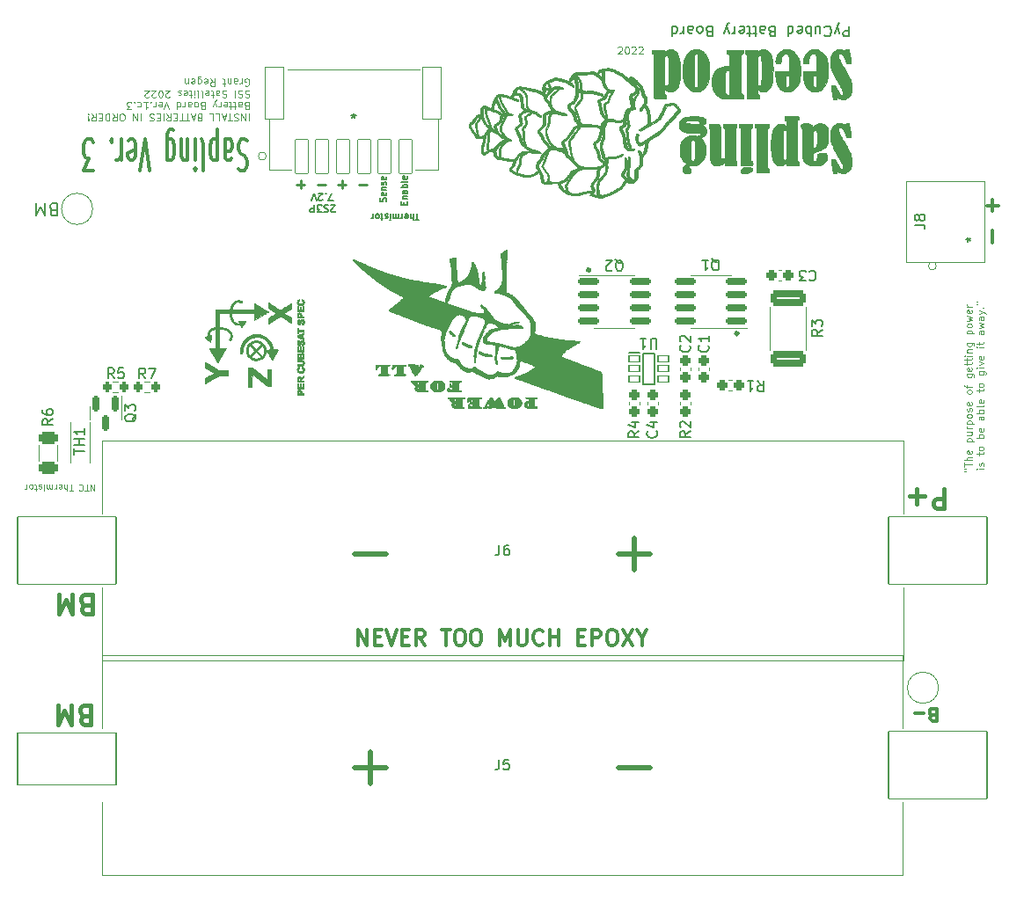
<source format=gto>
%TF.GenerationSoftware,KiCad,Pcbnew,(6.0.5)*%
%TF.CreationDate,2022-07-09T20:35:50-07:00*%
%TF.ProjectId,batteryboard,62617474-6572-4796-926f-6172642e6b69,1.C*%
%TF.SameCoordinates,Original*%
%TF.FileFunction,Legend,Top*%
%TF.FilePolarity,Positive*%
%FSLAX46Y46*%
G04 Gerber Fmt 4.6, Leading zero omitted, Abs format (unit mm)*
G04 Created by KiCad (PCBNEW (6.0.5)) date 2022-07-09 20:35:50*
%MOMM*%
%LPD*%
G01*
G04 APERTURE LIST*
G04 Aperture macros list*
%AMRoundRect*
0 Rectangle with rounded corners*
0 $1 Rounding radius*
0 $2 $3 $4 $5 $6 $7 $8 $9 X,Y pos of 4 corners*
0 Add a 4 corners polygon primitive as box body*
4,1,4,$2,$3,$4,$5,$6,$7,$8,$9,$2,$3,0*
0 Add four circle primitives for the rounded corners*
1,1,$1+$1,$2,$3*
1,1,$1+$1,$4,$5*
1,1,$1+$1,$6,$7*
1,1,$1+$1,$8,$9*
0 Add four rect primitives between the rounded corners*
20,1,$1+$1,$2,$3,$4,$5,0*
20,1,$1+$1,$4,$5,$6,$7,0*
20,1,$1+$1,$6,$7,$8,$9,0*
20,1,$1+$1,$8,$9,$2,$3,0*%
G04 Aperture macros list end*
%ADD10C,0.400000*%
%ADD11C,0.381000*%
%ADD12C,0.300000*%
%ADD13C,0.100000*%
%ADD14C,0.175000*%
%ADD15C,0.200000*%
%ADD16C,0.150000*%
%ADD17C,0.250000*%
%ADD18C,0.120000*%
%ADD19C,0.500000*%
%ADD20C,0.010000*%
%ADD21C,3.810000*%
%ADD22C,2.743200*%
%ADD23RoundRect,0.050800X4.733800X3.238500X-4.733800X3.238500X-4.733800X-3.238500X4.733800X-3.238500X0*%
%ADD24RoundRect,0.050800X4.733800X2.500000X-4.733800X2.500000X-4.733800X-2.500000X4.733800X-2.500000X0*%
%ADD25RoundRect,0.050800X0.500000X-0.300000X0.500000X0.300000X-0.500000X0.300000X-0.500000X-0.300000X0*%
%ADD26RoundRect,0.050800X-4.733800X-3.238500X4.733800X-3.238500X4.733800X3.238500X-4.733800X3.238500X0*%
%ADD27RoundRect,0.269550X-0.256250X0.218750X-0.256250X-0.218750X0.256250X-0.218750X0.256250X0.218750X0*%
%ADD28RoundRect,0.269550X0.218750X0.256250X-0.218750X0.256250X-0.218750X-0.256250X0.218750X-0.256250X0*%
%ADD29RoundRect,0.269550X0.256250X-0.218750X0.256250X0.218750X-0.256250X0.218750X-0.256250X-0.218750X0*%
%ADD30RoundRect,0.200800X-0.825000X-0.150000X0.825000X-0.150000X0.825000X0.150000X-0.825000X0.150000X0*%
%ADD31RoundRect,0.200800X0.825000X0.150000X-0.825000X0.150000X-0.825000X-0.150000X0.825000X-0.150000X0*%
%ADD32RoundRect,0.300800X1.425000X-0.425000X1.425000X0.425000X-1.425000X0.425000X-1.425000X-0.425000X0*%
%ADD33C,2.101600*%
%ADD34C,4.601600*%
%ADD35C,1.701800*%
%ADD36RoundRect,0.050800X0.622300X1.625600X-0.622300X1.625600X-0.622300X-1.625600X0.622300X-1.625600X0*%
%ADD37RoundRect,0.050800X-0.876300X-2.500000X0.876300X-2.500000X0.876300X2.500000X-0.876300X2.500000X0*%
%ADD38RoundRect,0.250800X0.200000X0.275000X-0.200000X0.275000X-0.200000X-0.275000X0.200000X-0.275000X0*%
%ADD39RoundRect,0.300800X-0.625000X0.312500X-0.625000X-0.312500X0.625000X-0.312500X0.625000X0.312500X0*%
%ADD40C,1.501600*%
%ADD41O,1.501600X1.501600*%
%ADD42RoundRect,0.200800X-0.150000X0.587500X-0.150000X-0.587500X0.150000X-0.587500X0.150000X0.587500X0*%
G04 APERTURE END LIST*
D10*
X123752922Y-88290400D02*
G75*
G03*
X123752922Y-88290400I-80322J0D01*
G01*
X109478122Y-82169000D02*
G75*
G03*
X109478122Y-82169000I-80322J0D01*
G01*
D11*
X60883800Y-125065971D02*
X60611657Y-124975257D01*
X60520942Y-124884542D01*
X60430228Y-124703114D01*
X60430228Y-124430971D01*
X60520942Y-124249542D01*
X60611657Y-124158828D01*
X60793085Y-124068114D01*
X61518800Y-124068114D01*
X61518800Y-125973114D01*
X60883800Y-125973114D01*
X60702371Y-125882400D01*
X60611657Y-125791685D01*
X60520942Y-125610257D01*
X60520942Y-125428828D01*
X60611657Y-125247400D01*
X60702371Y-125156685D01*
X60883800Y-125065971D01*
X61518800Y-125065971D01*
X59613800Y-124068114D02*
X59613800Y-125973114D01*
X58978800Y-124612400D01*
X58343800Y-125973114D01*
X58343800Y-124068114D01*
D12*
X142503442Y-125015614D02*
X142332014Y-124958471D01*
X142274871Y-124901328D01*
X142217728Y-124787042D01*
X142217728Y-124615614D01*
X142274871Y-124501328D01*
X142332014Y-124444185D01*
X142446300Y-124387042D01*
X142903442Y-124387042D01*
X142903442Y-125587042D01*
X142503442Y-125587042D01*
X142389157Y-125529900D01*
X142332014Y-125472757D01*
X142274871Y-125358471D01*
X142274871Y-125244185D01*
X142332014Y-125129900D01*
X142389157Y-125072757D01*
X142503442Y-125015614D01*
X142903442Y-125015614D01*
X141703442Y-124844185D02*
X140789157Y-124844185D01*
D11*
X143651514Y-103240114D02*
X143651514Y-105145114D01*
X142925800Y-105145114D01*
X142744371Y-105054400D01*
X142653657Y-104963685D01*
X142562942Y-104782257D01*
X142562942Y-104510114D01*
X142653657Y-104328685D01*
X142744371Y-104237971D01*
X142925800Y-104147257D01*
X143651514Y-104147257D01*
X141746514Y-103965828D02*
X140295085Y-103965828D01*
X141020800Y-103240114D02*
X141020800Y-104691542D01*
D13*
X61820014Y-102814471D02*
X61820014Y-103414471D01*
X61477157Y-102814471D01*
X61477157Y-103414471D01*
X61277157Y-103414471D02*
X60934300Y-103414471D01*
X61105728Y-102814471D02*
X61105728Y-103414471D01*
X60391442Y-102871614D02*
X60420014Y-102843042D01*
X60505728Y-102814471D01*
X60562871Y-102814471D01*
X60648585Y-102843042D01*
X60705728Y-102900185D01*
X60734300Y-102957328D01*
X60762871Y-103071614D01*
X60762871Y-103157328D01*
X60734300Y-103271614D01*
X60705728Y-103328757D01*
X60648585Y-103385900D01*
X60562871Y-103414471D01*
X60505728Y-103414471D01*
X60420014Y-103385900D01*
X60391442Y-103357328D01*
X59762871Y-103414471D02*
X59420014Y-103414471D01*
X59591442Y-102814471D02*
X59591442Y-103414471D01*
X59220014Y-102814471D02*
X59220014Y-103414471D01*
X58962871Y-102814471D02*
X58962871Y-103128757D01*
X58991442Y-103185900D01*
X59048585Y-103214471D01*
X59134300Y-103214471D01*
X59191442Y-103185900D01*
X59220014Y-103157328D01*
X58448585Y-102843042D02*
X58505728Y-102814471D01*
X58620014Y-102814471D01*
X58677157Y-102843042D01*
X58705728Y-102900185D01*
X58705728Y-103128757D01*
X58677157Y-103185900D01*
X58620014Y-103214471D01*
X58505728Y-103214471D01*
X58448585Y-103185900D01*
X58420014Y-103128757D01*
X58420014Y-103071614D01*
X58705728Y-103014471D01*
X58162871Y-102814471D02*
X58162871Y-103214471D01*
X58162871Y-103100185D02*
X58134300Y-103157328D01*
X58105728Y-103185900D01*
X58048585Y-103214471D01*
X57991442Y-103214471D01*
X57791442Y-102814471D02*
X57791442Y-103214471D01*
X57791442Y-103157328D02*
X57762871Y-103185900D01*
X57705728Y-103214471D01*
X57620014Y-103214471D01*
X57562871Y-103185900D01*
X57534300Y-103128757D01*
X57534300Y-102814471D01*
X57534300Y-103128757D02*
X57505728Y-103185900D01*
X57448585Y-103214471D01*
X57362871Y-103214471D01*
X57305728Y-103185900D01*
X57277157Y-103128757D01*
X57277157Y-102814471D01*
X56991442Y-102814471D02*
X56991442Y-103214471D01*
X56991442Y-103414471D02*
X57020014Y-103385900D01*
X56991442Y-103357328D01*
X56962871Y-103385900D01*
X56991442Y-103414471D01*
X56991442Y-103357328D01*
X56734300Y-102843042D02*
X56677157Y-102814471D01*
X56562871Y-102814471D01*
X56505728Y-102843042D01*
X56477157Y-102900185D01*
X56477157Y-102928757D01*
X56505728Y-102985900D01*
X56562871Y-103014471D01*
X56648585Y-103014471D01*
X56705728Y-103043042D01*
X56734300Y-103100185D01*
X56734300Y-103128757D01*
X56705728Y-103185900D01*
X56648585Y-103214471D01*
X56562871Y-103214471D01*
X56505728Y-103185900D01*
X56305728Y-103214471D02*
X56077157Y-103214471D01*
X56220014Y-103414471D02*
X56220014Y-102900185D01*
X56191442Y-102843042D01*
X56134300Y-102814471D01*
X56077157Y-102814471D01*
X55791442Y-102814471D02*
X55848585Y-102843042D01*
X55877157Y-102871614D01*
X55905728Y-102928757D01*
X55905728Y-103100185D01*
X55877157Y-103157328D01*
X55848585Y-103185900D01*
X55791442Y-103214471D01*
X55705728Y-103214471D01*
X55648585Y-103185900D01*
X55620014Y-103157328D01*
X55591442Y-103100185D01*
X55591442Y-102928757D01*
X55620014Y-102871614D01*
X55648585Y-102843042D01*
X55705728Y-102814471D01*
X55791442Y-102814471D01*
X55334300Y-102814471D02*
X55334300Y-103214471D01*
X55334300Y-103100185D02*
X55305728Y-103157328D01*
X55277157Y-103185900D01*
X55220014Y-103214471D01*
X55162871Y-103214471D01*
D14*
X85023966Y-76534066D02*
X84990633Y-76567400D01*
X84923966Y-76600733D01*
X84757300Y-76600733D01*
X84690633Y-76567400D01*
X84657300Y-76534066D01*
X84623966Y-76467400D01*
X84623966Y-76400733D01*
X84657300Y-76300733D01*
X85057300Y-75900733D01*
X84623966Y-75900733D01*
X84357300Y-75934066D02*
X84257300Y-75900733D01*
X84090633Y-75900733D01*
X84023966Y-75934066D01*
X83990633Y-75967400D01*
X83957300Y-76034066D01*
X83957300Y-76100733D01*
X83990633Y-76167400D01*
X84023966Y-76200733D01*
X84090633Y-76234066D01*
X84223966Y-76267400D01*
X84290633Y-76300733D01*
X84323966Y-76334066D01*
X84357300Y-76400733D01*
X84357300Y-76467400D01*
X84323966Y-76534066D01*
X84290633Y-76567400D01*
X84223966Y-76600733D01*
X84057300Y-76600733D01*
X83957300Y-76567400D01*
X83723966Y-76600733D02*
X83290633Y-76600733D01*
X83523966Y-76334066D01*
X83423966Y-76334066D01*
X83357300Y-76300733D01*
X83323966Y-76267400D01*
X83290633Y-76200733D01*
X83290633Y-76034066D01*
X83323966Y-75967400D01*
X83357300Y-75934066D01*
X83423966Y-75900733D01*
X83623966Y-75900733D01*
X83690633Y-75934066D01*
X83723966Y-75967400D01*
X82990633Y-75900733D02*
X82990633Y-76600733D01*
X82723966Y-76600733D01*
X82657300Y-76567400D01*
X82623966Y-76534066D01*
X82590633Y-76467400D01*
X82590633Y-76367400D01*
X82623966Y-76300733D01*
X82657300Y-76267400D01*
X82723966Y-76234066D01*
X82990633Y-76234066D01*
X84840633Y-75473733D02*
X84373966Y-75473733D01*
X84673966Y-74773733D01*
X84107300Y-74840400D02*
X84073966Y-74807066D01*
X84107300Y-74773733D01*
X84140633Y-74807066D01*
X84107300Y-74840400D01*
X84107300Y-74773733D01*
X83807300Y-75407066D02*
X83773966Y-75440400D01*
X83707300Y-75473733D01*
X83540633Y-75473733D01*
X83473966Y-75440400D01*
X83440633Y-75407066D01*
X83407300Y-75340400D01*
X83407300Y-75273733D01*
X83440633Y-75173733D01*
X83840633Y-74773733D01*
X83407300Y-74773733D01*
X83207300Y-75473733D02*
X82973966Y-74773733D01*
X82740633Y-75473733D01*
D12*
X148303442Y-79541428D02*
X148303442Y-78398571D01*
X148303442Y-76541428D02*
X148303442Y-75398571D01*
X148874871Y-75970000D02*
X147732014Y-75970000D01*
D13*
X76717633Y-67121733D02*
X76717633Y-67821733D01*
X76384300Y-67121733D02*
X76384300Y-67821733D01*
X75984300Y-67121733D01*
X75984300Y-67821733D01*
X75684300Y-67155066D02*
X75584300Y-67121733D01*
X75417633Y-67121733D01*
X75350966Y-67155066D01*
X75317633Y-67188400D01*
X75284300Y-67255066D01*
X75284300Y-67321733D01*
X75317633Y-67388400D01*
X75350966Y-67421733D01*
X75417633Y-67455066D01*
X75550966Y-67488400D01*
X75617633Y-67521733D01*
X75650966Y-67555066D01*
X75684300Y-67621733D01*
X75684300Y-67688400D01*
X75650966Y-67755066D01*
X75617633Y-67788400D01*
X75550966Y-67821733D01*
X75384300Y-67821733D01*
X75284300Y-67788400D01*
X75084300Y-67821733D02*
X74684300Y-67821733D01*
X74884300Y-67121733D02*
X74884300Y-67821733D01*
X74484300Y-67321733D02*
X74150966Y-67321733D01*
X74550966Y-67121733D02*
X74317633Y-67821733D01*
X74084300Y-67121733D01*
X73517633Y-67121733D02*
X73850966Y-67121733D01*
X73850966Y-67821733D01*
X72950966Y-67121733D02*
X73284300Y-67121733D01*
X73284300Y-67821733D01*
X71950966Y-67488400D02*
X71850966Y-67455066D01*
X71817633Y-67421733D01*
X71784300Y-67355066D01*
X71784300Y-67255066D01*
X71817633Y-67188400D01*
X71850966Y-67155066D01*
X71917633Y-67121733D01*
X72184300Y-67121733D01*
X72184300Y-67821733D01*
X71950966Y-67821733D01*
X71884300Y-67788400D01*
X71850966Y-67755066D01*
X71817633Y-67688400D01*
X71817633Y-67621733D01*
X71850966Y-67555066D01*
X71884300Y-67521733D01*
X71950966Y-67488400D01*
X72184300Y-67488400D01*
X71517633Y-67321733D02*
X71184300Y-67321733D01*
X71584300Y-67121733D02*
X71350966Y-67821733D01*
X71117633Y-67121733D01*
X70984300Y-67821733D02*
X70584300Y-67821733D01*
X70784300Y-67121733D02*
X70784300Y-67821733D01*
X70450966Y-67821733D02*
X70050966Y-67821733D01*
X70250966Y-67121733D02*
X70250966Y-67821733D01*
X69817633Y-67488400D02*
X69584300Y-67488400D01*
X69484300Y-67121733D02*
X69817633Y-67121733D01*
X69817633Y-67821733D01*
X69484300Y-67821733D01*
X68784300Y-67121733D02*
X69017633Y-67455066D01*
X69184300Y-67121733D02*
X69184300Y-67821733D01*
X68917633Y-67821733D01*
X68850966Y-67788400D01*
X68817633Y-67755066D01*
X68784300Y-67688400D01*
X68784300Y-67588400D01*
X68817633Y-67521733D01*
X68850966Y-67488400D01*
X68917633Y-67455066D01*
X69184300Y-67455066D01*
X68484300Y-67121733D02*
X68484300Y-67821733D01*
X68150966Y-67488400D02*
X67917633Y-67488400D01*
X67817633Y-67121733D02*
X68150966Y-67121733D01*
X68150966Y-67821733D01*
X67817633Y-67821733D01*
X67550966Y-67155066D02*
X67450966Y-67121733D01*
X67284300Y-67121733D01*
X67217633Y-67155066D01*
X67184300Y-67188400D01*
X67150966Y-67255066D01*
X67150966Y-67321733D01*
X67184300Y-67388400D01*
X67217633Y-67421733D01*
X67284300Y-67455066D01*
X67417633Y-67488400D01*
X67484300Y-67521733D01*
X67517633Y-67555066D01*
X67550966Y-67621733D01*
X67550966Y-67688400D01*
X67517633Y-67755066D01*
X67484300Y-67788400D01*
X67417633Y-67821733D01*
X67250966Y-67821733D01*
X67150966Y-67788400D01*
X66317633Y-67121733D02*
X66317633Y-67821733D01*
X65984300Y-67121733D02*
X65984300Y-67821733D01*
X65584300Y-67121733D01*
X65584300Y-67821733D01*
X64584300Y-67821733D02*
X64450966Y-67821733D01*
X64384300Y-67788400D01*
X64317633Y-67721733D01*
X64284300Y-67588400D01*
X64284300Y-67355066D01*
X64317633Y-67221733D01*
X64384300Y-67155066D01*
X64450966Y-67121733D01*
X64584300Y-67121733D01*
X64650966Y-67155066D01*
X64717633Y-67221733D01*
X64750966Y-67355066D01*
X64750966Y-67588400D01*
X64717633Y-67721733D01*
X64650966Y-67788400D01*
X64584300Y-67821733D01*
X63584300Y-67121733D02*
X63817633Y-67455066D01*
X63984300Y-67121733D02*
X63984300Y-67821733D01*
X63717633Y-67821733D01*
X63650966Y-67788400D01*
X63617633Y-67755066D01*
X63584300Y-67688400D01*
X63584300Y-67588400D01*
X63617633Y-67521733D01*
X63650966Y-67488400D01*
X63717633Y-67455066D01*
X63984300Y-67455066D01*
X63284300Y-67121733D02*
X63284300Y-67821733D01*
X63117633Y-67821733D01*
X63017633Y-67788400D01*
X62950966Y-67721733D01*
X62917633Y-67655066D01*
X62884300Y-67521733D01*
X62884300Y-67421733D01*
X62917633Y-67288400D01*
X62950966Y-67221733D01*
X63017633Y-67155066D01*
X63117633Y-67121733D01*
X63284300Y-67121733D01*
X62584300Y-67488400D02*
X62350966Y-67488400D01*
X62250966Y-67121733D02*
X62584300Y-67121733D01*
X62584300Y-67821733D01*
X62250966Y-67821733D01*
X61550966Y-67121733D02*
X61784300Y-67455066D01*
X61950966Y-67121733D02*
X61950966Y-67821733D01*
X61684300Y-67821733D01*
X61617633Y-67788400D01*
X61584300Y-67755066D01*
X61550966Y-67688400D01*
X61550966Y-67588400D01*
X61584300Y-67521733D01*
X61617633Y-67488400D01*
X61684300Y-67455066D01*
X61950966Y-67455066D01*
X61250966Y-67188400D02*
X61217633Y-67155066D01*
X61250966Y-67121733D01*
X61284300Y-67155066D01*
X61250966Y-67188400D01*
X61250966Y-67121733D01*
X61250966Y-67388400D02*
X61284300Y-67788400D01*
X61250966Y-67821733D01*
X61217633Y-67788400D01*
X61250966Y-67388400D01*
X61250966Y-67821733D01*
X76484300Y-66361400D02*
X76384300Y-66328066D01*
X76350966Y-66294733D01*
X76317633Y-66228066D01*
X76317633Y-66128066D01*
X76350966Y-66061400D01*
X76384300Y-66028066D01*
X76450966Y-65994733D01*
X76717633Y-65994733D01*
X76717633Y-66694733D01*
X76484300Y-66694733D01*
X76417633Y-66661400D01*
X76384300Y-66628066D01*
X76350966Y-66561400D01*
X76350966Y-66494733D01*
X76384300Y-66428066D01*
X76417633Y-66394733D01*
X76484300Y-66361400D01*
X76717633Y-66361400D01*
X75717633Y-65994733D02*
X75717633Y-66361400D01*
X75750966Y-66428066D01*
X75817633Y-66461400D01*
X75950966Y-66461400D01*
X76017633Y-66428066D01*
X75717633Y-66028066D02*
X75784300Y-65994733D01*
X75950966Y-65994733D01*
X76017633Y-66028066D01*
X76050966Y-66094733D01*
X76050966Y-66161400D01*
X76017633Y-66228066D01*
X75950966Y-66261400D01*
X75784300Y-66261400D01*
X75717633Y-66294733D01*
X75484300Y-66461400D02*
X75217633Y-66461400D01*
X75384300Y-66694733D02*
X75384300Y-66094733D01*
X75350966Y-66028066D01*
X75284300Y-65994733D01*
X75217633Y-65994733D01*
X75084300Y-66461400D02*
X74817633Y-66461400D01*
X74984300Y-66694733D02*
X74984300Y-66094733D01*
X74950966Y-66028066D01*
X74884300Y-65994733D01*
X74817633Y-65994733D01*
X74317633Y-66028066D02*
X74384300Y-65994733D01*
X74517633Y-65994733D01*
X74584300Y-66028066D01*
X74617633Y-66094733D01*
X74617633Y-66361400D01*
X74584300Y-66428066D01*
X74517633Y-66461400D01*
X74384300Y-66461400D01*
X74317633Y-66428066D01*
X74284300Y-66361400D01*
X74284300Y-66294733D01*
X74617633Y-66228066D01*
X73984300Y-65994733D02*
X73984300Y-66461400D01*
X73984300Y-66328066D02*
X73950966Y-66394733D01*
X73917633Y-66428066D01*
X73850966Y-66461400D01*
X73784300Y-66461400D01*
X73617633Y-66461400D02*
X73450966Y-65994733D01*
X73284300Y-66461400D02*
X73450966Y-65994733D01*
X73517633Y-65828066D01*
X73550966Y-65794733D01*
X73617633Y-65761400D01*
X72250966Y-66361400D02*
X72150966Y-66328066D01*
X72117633Y-66294733D01*
X72084300Y-66228066D01*
X72084300Y-66128066D01*
X72117633Y-66061400D01*
X72150966Y-66028066D01*
X72217633Y-65994733D01*
X72484300Y-65994733D01*
X72484300Y-66694733D01*
X72250966Y-66694733D01*
X72184300Y-66661400D01*
X72150966Y-66628066D01*
X72117633Y-66561400D01*
X72117633Y-66494733D01*
X72150966Y-66428066D01*
X72184300Y-66394733D01*
X72250966Y-66361400D01*
X72484300Y-66361400D01*
X71684300Y-65994733D02*
X71750966Y-66028066D01*
X71784300Y-66061400D01*
X71817633Y-66128066D01*
X71817633Y-66328066D01*
X71784300Y-66394733D01*
X71750966Y-66428066D01*
X71684300Y-66461400D01*
X71584300Y-66461400D01*
X71517633Y-66428066D01*
X71484300Y-66394733D01*
X71450966Y-66328066D01*
X71450966Y-66128066D01*
X71484300Y-66061400D01*
X71517633Y-66028066D01*
X71584300Y-65994733D01*
X71684300Y-65994733D01*
X70850966Y-65994733D02*
X70850966Y-66361400D01*
X70884300Y-66428066D01*
X70950966Y-66461400D01*
X71084300Y-66461400D01*
X71150966Y-66428066D01*
X70850966Y-66028066D02*
X70917633Y-65994733D01*
X71084300Y-65994733D01*
X71150966Y-66028066D01*
X71184300Y-66094733D01*
X71184300Y-66161400D01*
X71150966Y-66228066D01*
X71084300Y-66261400D01*
X70917633Y-66261400D01*
X70850966Y-66294733D01*
X70517633Y-65994733D02*
X70517633Y-66461400D01*
X70517633Y-66328066D02*
X70484300Y-66394733D01*
X70450966Y-66428066D01*
X70384300Y-66461400D01*
X70317633Y-66461400D01*
X69784300Y-65994733D02*
X69784300Y-66694733D01*
X69784300Y-66028066D02*
X69850966Y-65994733D01*
X69984300Y-65994733D01*
X70050966Y-66028066D01*
X70084300Y-66061400D01*
X70117633Y-66128066D01*
X70117633Y-66328066D01*
X70084300Y-66394733D01*
X70050966Y-66428066D01*
X69984300Y-66461400D01*
X69850966Y-66461400D01*
X69784300Y-66428066D01*
X69017633Y-66694733D02*
X68784300Y-65994733D01*
X68550966Y-66694733D01*
X68050966Y-66028066D02*
X68117633Y-65994733D01*
X68250966Y-65994733D01*
X68317633Y-66028066D01*
X68350966Y-66094733D01*
X68350966Y-66361400D01*
X68317633Y-66428066D01*
X68250966Y-66461400D01*
X68117633Y-66461400D01*
X68050966Y-66428066D01*
X68017633Y-66361400D01*
X68017633Y-66294733D01*
X68350966Y-66228066D01*
X67717633Y-65994733D02*
X67717633Y-66461400D01*
X67717633Y-66328066D02*
X67684300Y-66394733D01*
X67650966Y-66428066D01*
X67584300Y-66461400D01*
X67517633Y-66461400D01*
X67284300Y-66061400D02*
X67250966Y-66028066D01*
X67284300Y-65994733D01*
X67317633Y-66028066D01*
X67284300Y-66061400D01*
X67284300Y-65994733D01*
X66584300Y-65994733D02*
X66984300Y-65994733D01*
X66784300Y-65994733D02*
X66784300Y-66694733D01*
X66850966Y-66594733D01*
X66917633Y-66528066D01*
X66984300Y-66494733D01*
X65984300Y-66028066D02*
X66050966Y-65994733D01*
X66184300Y-65994733D01*
X66250966Y-66028066D01*
X66284300Y-66061400D01*
X66317633Y-66128066D01*
X66317633Y-66328066D01*
X66284300Y-66394733D01*
X66250966Y-66428066D01*
X66184300Y-66461400D01*
X66050966Y-66461400D01*
X65984300Y-66428066D01*
X65684300Y-66061400D02*
X65650966Y-66028066D01*
X65684300Y-65994733D01*
X65717633Y-66028066D01*
X65684300Y-66061400D01*
X65684300Y-65994733D01*
X65417633Y-66694733D02*
X64984300Y-66694733D01*
X65217633Y-66428066D01*
X65117633Y-66428066D01*
X65050966Y-66394733D01*
X65017633Y-66361400D01*
X64984300Y-66294733D01*
X64984300Y-66128066D01*
X65017633Y-66061400D01*
X65050966Y-66028066D01*
X65117633Y-65994733D01*
X65317633Y-65994733D01*
X65384300Y-66028066D01*
X65417633Y-66061400D01*
X76750966Y-64901066D02*
X76650966Y-64867733D01*
X76484300Y-64867733D01*
X76417633Y-64901066D01*
X76384300Y-64934400D01*
X76350966Y-65001066D01*
X76350966Y-65067733D01*
X76384300Y-65134400D01*
X76417633Y-65167733D01*
X76484300Y-65201066D01*
X76617633Y-65234400D01*
X76684300Y-65267733D01*
X76717633Y-65301066D01*
X76750966Y-65367733D01*
X76750966Y-65434400D01*
X76717633Y-65501066D01*
X76684300Y-65534400D01*
X76617633Y-65567733D01*
X76450966Y-65567733D01*
X76350966Y-65534400D01*
X76084300Y-64901066D02*
X75984300Y-64867733D01*
X75817633Y-64867733D01*
X75750966Y-64901066D01*
X75717633Y-64934400D01*
X75684300Y-65001066D01*
X75684300Y-65067733D01*
X75717633Y-65134400D01*
X75750966Y-65167733D01*
X75817633Y-65201066D01*
X75950966Y-65234400D01*
X76017633Y-65267733D01*
X76050966Y-65301066D01*
X76084300Y-65367733D01*
X76084300Y-65434400D01*
X76050966Y-65501066D01*
X76017633Y-65534400D01*
X75950966Y-65567733D01*
X75784300Y-65567733D01*
X75684300Y-65534400D01*
X75384300Y-64867733D02*
X75384300Y-65567733D01*
X74550966Y-64901066D02*
X74450966Y-64867733D01*
X74284300Y-64867733D01*
X74217633Y-64901066D01*
X74184300Y-64934400D01*
X74150966Y-65001066D01*
X74150966Y-65067733D01*
X74184300Y-65134400D01*
X74217633Y-65167733D01*
X74284300Y-65201066D01*
X74417633Y-65234400D01*
X74484300Y-65267733D01*
X74517633Y-65301066D01*
X74550966Y-65367733D01*
X74550966Y-65434400D01*
X74517633Y-65501066D01*
X74484300Y-65534400D01*
X74417633Y-65567733D01*
X74250966Y-65567733D01*
X74150966Y-65534400D01*
X73550966Y-64867733D02*
X73550966Y-65234400D01*
X73584300Y-65301066D01*
X73650966Y-65334400D01*
X73784300Y-65334400D01*
X73850966Y-65301066D01*
X73550966Y-64901066D02*
X73617633Y-64867733D01*
X73784300Y-64867733D01*
X73850966Y-64901066D01*
X73884300Y-64967733D01*
X73884300Y-65034400D01*
X73850966Y-65101066D01*
X73784300Y-65134400D01*
X73617633Y-65134400D01*
X73550966Y-65167733D01*
X73317633Y-65334400D02*
X73050966Y-65334400D01*
X73217633Y-65567733D02*
X73217633Y-64967733D01*
X73184300Y-64901066D01*
X73117633Y-64867733D01*
X73050966Y-64867733D01*
X72550966Y-64901066D02*
X72617633Y-64867733D01*
X72750966Y-64867733D01*
X72817633Y-64901066D01*
X72850966Y-64967733D01*
X72850966Y-65234400D01*
X72817633Y-65301066D01*
X72750966Y-65334400D01*
X72617633Y-65334400D01*
X72550966Y-65301066D01*
X72517633Y-65234400D01*
X72517633Y-65167733D01*
X72850966Y-65101066D01*
X72117633Y-64867733D02*
X72184300Y-64901066D01*
X72217633Y-64967733D01*
X72217633Y-65567733D01*
X71750966Y-64867733D02*
X71817633Y-64901066D01*
X71850966Y-64967733D01*
X71850966Y-65567733D01*
X71484300Y-64867733D02*
X71484300Y-65334400D01*
X71484300Y-65567733D02*
X71517633Y-65534400D01*
X71484300Y-65501066D01*
X71450966Y-65534400D01*
X71484300Y-65567733D01*
X71484300Y-65501066D01*
X71250966Y-65334400D02*
X70984300Y-65334400D01*
X71150966Y-65567733D02*
X71150966Y-64967733D01*
X71117633Y-64901066D01*
X71050966Y-64867733D01*
X70984300Y-64867733D01*
X70484300Y-64901066D02*
X70550966Y-64867733D01*
X70684300Y-64867733D01*
X70750966Y-64901066D01*
X70784300Y-64967733D01*
X70784300Y-65234400D01*
X70750966Y-65301066D01*
X70684300Y-65334400D01*
X70550966Y-65334400D01*
X70484300Y-65301066D01*
X70450966Y-65234400D01*
X70450966Y-65167733D01*
X70784300Y-65101066D01*
X70184300Y-64901066D02*
X70117633Y-64867733D01*
X69984300Y-64867733D01*
X69917633Y-64901066D01*
X69884300Y-64967733D01*
X69884300Y-65001066D01*
X69917633Y-65067733D01*
X69984300Y-65101066D01*
X70084300Y-65101066D01*
X70150966Y-65134400D01*
X70184300Y-65201066D01*
X70184300Y-65234400D01*
X70150966Y-65301066D01*
X70084300Y-65334400D01*
X69984300Y-65334400D01*
X69917633Y-65301066D01*
X69084300Y-65501066D02*
X69050966Y-65534400D01*
X68984300Y-65567733D01*
X68817633Y-65567733D01*
X68750966Y-65534400D01*
X68717633Y-65501066D01*
X68684300Y-65434400D01*
X68684300Y-65367733D01*
X68717633Y-65267733D01*
X69117633Y-64867733D01*
X68684300Y-64867733D01*
X68250966Y-65567733D02*
X68184300Y-65567733D01*
X68117633Y-65534400D01*
X68084300Y-65501066D01*
X68050966Y-65434400D01*
X68017633Y-65301066D01*
X68017633Y-65134400D01*
X68050966Y-65001066D01*
X68084300Y-64934400D01*
X68117633Y-64901066D01*
X68184300Y-64867733D01*
X68250966Y-64867733D01*
X68317633Y-64901066D01*
X68350966Y-64934400D01*
X68384300Y-65001066D01*
X68417633Y-65134400D01*
X68417633Y-65301066D01*
X68384300Y-65434400D01*
X68350966Y-65501066D01*
X68317633Y-65534400D01*
X68250966Y-65567733D01*
X67750966Y-65501066D02*
X67717633Y-65534400D01*
X67650966Y-65567733D01*
X67484300Y-65567733D01*
X67417633Y-65534400D01*
X67384300Y-65501066D01*
X67350966Y-65434400D01*
X67350966Y-65367733D01*
X67384300Y-65267733D01*
X67784300Y-64867733D01*
X67350966Y-64867733D01*
X67084300Y-65501066D02*
X67050966Y-65534400D01*
X66984300Y-65567733D01*
X66817633Y-65567733D01*
X66750966Y-65534400D01*
X66717633Y-65501066D01*
X66684300Y-65434400D01*
X66684300Y-65367733D01*
X66717633Y-65267733D01*
X67117633Y-64867733D01*
X66684300Y-64867733D01*
X76350966Y-64407400D02*
X76417633Y-64440733D01*
X76517633Y-64440733D01*
X76617633Y-64407400D01*
X76684300Y-64340733D01*
X76717633Y-64274066D01*
X76750966Y-64140733D01*
X76750966Y-64040733D01*
X76717633Y-63907400D01*
X76684300Y-63840733D01*
X76617633Y-63774066D01*
X76517633Y-63740733D01*
X76450966Y-63740733D01*
X76350966Y-63774066D01*
X76317633Y-63807400D01*
X76317633Y-64040733D01*
X76450966Y-64040733D01*
X76017633Y-63740733D02*
X76017633Y-64207400D01*
X76017633Y-64074066D02*
X75984300Y-64140733D01*
X75950966Y-64174066D01*
X75884300Y-64207400D01*
X75817633Y-64207400D01*
X75284300Y-63740733D02*
X75284300Y-64107400D01*
X75317633Y-64174066D01*
X75384300Y-64207400D01*
X75517633Y-64207400D01*
X75584300Y-64174066D01*
X75284300Y-63774066D02*
X75350966Y-63740733D01*
X75517633Y-63740733D01*
X75584300Y-63774066D01*
X75617633Y-63840733D01*
X75617633Y-63907400D01*
X75584300Y-63974066D01*
X75517633Y-64007400D01*
X75350966Y-64007400D01*
X75284300Y-64040733D01*
X74950966Y-64207400D02*
X74950966Y-63740733D01*
X74950966Y-64140733D02*
X74917633Y-64174066D01*
X74850966Y-64207400D01*
X74750966Y-64207400D01*
X74684300Y-64174066D01*
X74650966Y-64107400D01*
X74650966Y-63740733D01*
X74417633Y-64207400D02*
X74150966Y-64207400D01*
X74317633Y-64440733D02*
X74317633Y-63840733D01*
X74284300Y-63774066D01*
X74217633Y-63740733D01*
X74150966Y-63740733D01*
X72984300Y-63740733D02*
X73217633Y-64074066D01*
X73384300Y-63740733D02*
X73384300Y-64440733D01*
X73117633Y-64440733D01*
X73050966Y-64407400D01*
X73017633Y-64374066D01*
X72984300Y-64307400D01*
X72984300Y-64207400D01*
X73017633Y-64140733D01*
X73050966Y-64107400D01*
X73117633Y-64074066D01*
X73384300Y-64074066D01*
X72417633Y-63774066D02*
X72484300Y-63740733D01*
X72617633Y-63740733D01*
X72684300Y-63774066D01*
X72717633Y-63840733D01*
X72717633Y-64107400D01*
X72684300Y-64174066D01*
X72617633Y-64207400D01*
X72484300Y-64207400D01*
X72417633Y-64174066D01*
X72384300Y-64107400D01*
X72384300Y-64040733D01*
X72717633Y-63974066D01*
X71784300Y-64207400D02*
X71784300Y-63640733D01*
X71817633Y-63574066D01*
X71850966Y-63540733D01*
X71917633Y-63507400D01*
X72017633Y-63507400D01*
X72084300Y-63540733D01*
X71784300Y-63774066D02*
X71850966Y-63740733D01*
X71984300Y-63740733D01*
X72050966Y-63774066D01*
X72084300Y-63807400D01*
X72117633Y-63874066D01*
X72117633Y-64074066D01*
X72084300Y-64140733D01*
X72050966Y-64174066D01*
X71984300Y-64207400D01*
X71850966Y-64207400D01*
X71784300Y-64174066D01*
X71184300Y-63774066D02*
X71250966Y-63740733D01*
X71384300Y-63740733D01*
X71450966Y-63774066D01*
X71484300Y-63840733D01*
X71484300Y-64107400D01*
X71450966Y-64174066D01*
X71384300Y-64207400D01*
X71250966Y-64207400D01*
X71184300Y-64174066D01*
X71150966Y-64107400D01*
X71150966Y-64040733D01*
X71484300Y-63974066D01*
X70850966Y-64207400D02*
X70850966Y-63740733D01*
X70850966Y-64140733D02*
X70817633Y-64174066D01*
X70750966Y-64207400D01*
X70650966Y-64207400D01*
X70584300Y-64174066D01*
X70550966Y-64107400D01*
X70550966Y-63740733D01*
D15*
X57864300Y-76374614D02*
X57692871Y-76317471D01*
X57635728Y-76260328D01*
X57578585Y-76146042D01*
X57578585Y-75974614D01*
X57635728Y-75860328D01*
X57692871Y-75803185D01*
X57807157Y-75746042D01*
X58264300Y-75746042D01*
X58264300Y-76946042D01*
X57864300Y-76946042D01*
X57750014Y-76888900D01*
X57692871Y-76831757D01*
X57635728Y-76717471D01*
X57635728Y-76603185D01*
X57692871Y-76488900D01*
X57750014Y-76431757D01*
X57864300Y-76374614D01*
X58264300Y-76374614D01*
X57064300Y-75746042D02*
X57064300Y-76946042D01*
X56664300Y-76088900D01*
X56264300Y-76946042D01*
X56264300Y-75746042D01*
D16*
X91638442Y-75868042D02*
X91638442Y-75668042D01*
X91952728Y-75582328D02*
X91952728Y-75868042D01*
X91352728Y-75868042D01*
X91352728Y-75582328D01*
X91552728Y-75325185D02*
X91952728Y-75325185D01*
X91609871Y-75325185D02*
X91581300Y-75296614D01*
X91552728Y-75239471D01*
X91552728Y-75153757D01*
X91581300Y-75096614D01*
X91638442Y-75068042D01*
X91952728Y-75068042D01*
X91952728Y-74525185D02*
X91638442Y-74525185D01*
X91581300Y-74553757D01*
X91552728Y-74610900D01*
X91552728Y-74725185D01*
X91581300Y-74782328D01*
X91924157Y-74525185D02*
X91952728Y-74582328D01*
X91952728Y-74725185D01*
X91924157Y-74782328D01*
X91867014Y-74810900D01*
X91809871Y-74810900D01*
X91752728Y-74782328D01*
X91724157Y-74725185D01*
X91724157Y-74582328D01*
X91695585Y-74525185D01*
X91952728Y-74239471D02*
X91352728Y-74239471D01*
X91581300Y-74239471D02*
X91552728Y-74182328D01*
X91552728Y-74068042D01*
X91581300Y-74010900D01*
X91609871Y-73982328D01*
X91667014Y-73953757D01*
X91838442Y-73953757D01*
X91895585Y-73982328D01*
X91924157Y-74010900D01*
X91952728Y-74068042D01*
X91952728Y-74182328D01*
X91924157Y-74239471D01*
X91952728Y-73610900D02*
X91924157Y-73668042D01*
X91867014Y-73696614D01*
X91352728Y-73696614D01*
X91924157Y-73153757D02*
X91952728Y-73210900D01*
X91952728Y-73325185D01*
X91924157Y-73382328D01*
X91867014Y-73410900D01*
X91638442Y-73410900D01*
X91581300Y-73382328D01*
X91552728Y-73325185D01*
X91552728Y-73210900D01*
X91581300Y-73153757D01*
X91638442Y-73125185D01*
X91695585Y-73125185D01*
X91752728Y-73410900D01*
X89892157Y-75583900D02*
X89920728Y-75498185D01*
X89920728Y-75355328D01*
X89892157Y-75298185D01*
X89863585Y-75269614D01*
X89806442Y-75241042D01*
X89749300Y-75241042D01*
X89692157Y-75269614D01*
X89663585Y-75298185D01*
X89635014Y-75355328D01*
X89606442Y-75469614D01*
X89577871Y-75526757D01*
X89549300Y-75555328D01*
X89492157Y-75583900D01*
X89435014Y-75583900D01*
X89377871Y-75555328D01*
X89349300Y-75526757D01*
X89320728Y-75469614D01*
X89320728Y-75326757D01*
X89349300Y-75241042D01*
X89892157Y-74755328D02*
X89920728Y-74812471D01*
X89920728Y-74926757D01*
X89892157Y-74983900D01*
X89835014Y-75012471D01*
X89606442Y-75012471D01*
X89549300Y-74983900D01*
X89520728Y-74926757D01*
X89520728Y-74812471D01*
X89549300Y-74755328D01*
X89606442Y-74726757D01*
X89663585Y-74726757D01*
X89720728Y-75012471D01*
X89520728Y-74469614D02*
X89920728Y-74469614D01*
X89577871Y-74469614D02*
X89549300Y-74441042D01*
X89520728Y-74383900D01*
X89520728Y-74298185D01*
X89549300Y-74241042D01*
X89606442Y-74212471D01*
X89920728Y-74212471D01*
X89892157Y-73955328D02*
X89920728Y-73898185D01*
X89920728Y-73783900D01*
X89892157Y-73726757D01*
X89835014Y-73698185D01*
X89806442Y-73698185D01*
X89749300Y-73726757D01*
X89720728Y-73783900D01*
X89720728Y-73869614D01*
X89692157Y-73926757D01*
X89635014Y-73955328D01*
X89606442Y-73955328D01*
X89549300Y-73926757D01*
X89520728Y-73869614D01*
X89520728Y-73783900D01*
X89549300Y-73726757D01*
X89892157Y-73212471D02*
X89920728Y-73269614D01*
X89920728Y-73383900D01*
X89892157Y-73441042D01*
X89835014Y-73469614D01*
X89606442Y-73469614D01*
X89549300Y-73441042D01*
X89520728Y-73383900D01*
X89520728Y-73269614D01*
X89549300Y-73212471D01*
X89606442Y-73183900D01*
X89663585Y-73183900D01*
X89720728Y-73469614D01*
X93092300Y-77379471D02*
X92749442Y-77379471D01*
X92920871Y-76779471D02*
X92920871Y-77379471D01*
X92549442Y-76779471D02*
X92549442Y-77379471D01*
X92292300Y-76779471D02*
X92292300Y-77093757D01*
X92320871Y-77150900D01*
X92378014Y-77179471D01*
X92463728Y-77179471D01*
X92520871Y-77150900D01*
X92549442Y-77122328D01*
X91778014Y-76808042D02*
X91835157Y-76779471D01*
X91949442Y-76779471D01*
X92006585Y-76808042D01*
X92035157Y-76865185D01*
X92035157Y-77093757D01*
X92006585Y-77150900D01*
X91949442Y-77179471D01*
X91835157Y-77179471D01*
X91778014Y-77150900D01*
X91749442Y-77093757D01*
X91749442Y-77036614D01*
X92035157Y-76979471D01*
X91492300Y-76779471D02*
X91492300Y-77179471D01*
X91492300Y-77065185D02*
X91463728Y-77122328D01*
X91435157Y-77150900D01*
X91378014Y-77179471D01*
X91320871Y-77179471D01*
X91120871Y-76779471D02*
X91120871Y-77179471D01*
X91120871Y-77122328D02*
X91092300Y-77150900D01*
X91035157Y-77179471D01*
X90949442Y-77179471D01*
X90892300Y-77150900D01*
X90863728Y-77093757D01*
X90863728Y-76779471D01*
X90863728Y-77093757D02*
X90835157Y-77150900D01*
X90778014Y-77179471D01*
X90692300Y-77179471D01*
X90635157Y-77150900D01*
X90606585Y-77093757D01*
X90606585Y-76779471D01*
X90320871Y-76779471D02*
X90320871Y-77179471D01*
X90320871Y-77379471D02*
X90349442Y-77350900D01*
X90320871Y-77322328D01*
X90292300Y-77350900D01*
X90320871Y-77379471D01*
X90320871Y-77322328D01*
X90063728Y-76808042D02*
X90006585Y-76779471D01*
X89892300Y-76779471D01*
X89835157Y-76808042D01*
X89806585Y-76865185D01*
X89806585Y-76893757D01*
X89835157Y-76950900D01*
X89892300Y-76979471D01*
X89978014Y-76979471D01*
X90035157Y-77008042D01*
X90063728Y-77065185D01*
X90063728Y-77093757D01*
X90035157Y-77150900D01*
X89978014Y-77179471D01*
X89892300Y-77179471D01*
X89835157Y-77150900D01*
X89635157Y-77179471D02*
X89406585Y-77179471D01*
X89549442Y-77379471D02*
X89549442Y-76865185D01*
X89520871Y-76808042D01*
X89463728Y-76779471D01*
X89406585Y-76779471D01*
X89120871Y-76779471D02*
X89178014Y-76808042D01*
X89206585Y-76836614D01*
X89235157Y-76893757D01*
X89235157Y-77065185D01*
X89206585Y-77122328D01*
X89178014Y-77150900D01*
X89120871Y-77179471D01*
X89035157Y-77179471D01*
X88978014Y-77150900D01*
X88949442Y-77122328D01*
X88920871Y-77065185D01*
X88920871Y-76893757D01*
X88949442Y-76836614D01*
X88978014Y-76808042D01*
X89035157Y-76779471D01*
X89120871Y-76779471D01*
X88663728Y-76779471D02*
X88663728Y-77179471D01*
X88663728Y-77065185D02*
X88635157Y-77122328D01*
X88606585Y-77150900D01*
X88549442Y-77179471D01*
X88492300Y-77179471D01*
D13*
X145598466Y-101573566D02*
X145731800Y-101573566D01*
X145598466Y-101306900D02*
X145731800Y-101306900D01*
X145598466Y-101106900D02*
X145598466Y-100706900D01*
X146298466Y-100906900D02*
X145598466Y-100906900D01*
X146298466Y-100473566D02*
X145598466Y-100473566D01*
X146298466Y-100173566D02*
X145931800Y-100173566D01*
X145865133Y-100206900D01*
X145831800Y-100273566D01*
X145831800Y-100373566D01*
X145865133Y-100440233D01*
X145898466Y-100473566D01*
X146265133Y-99573566D02*
X146298466Y-99640233D01*
X146298466Y-99773566D01*
X146265133Y-99840233D01*
X146198466Y-99873566D01*
X145931800Y-99873566D01*
X145865133Y-99840233D01*
X145831800Y-99773566D01*
X145831800Y-99640233D01*
X145865133Y-99573566D01*
X145931800Y-99540233D01*
X145998466Y-99540233D01*
X146065133Y-99873566D01*
X145831800Y-98706900D02*
X146531800Y-98706900D01*
X145865133Y-98706900D02*
X145831800Y-98640233D01*
X145831800Y-98506900D01*
X145865133Y-98440233D01*
X145898466Y-98406900D01*
X145965133Y-98373566D01*
X146165133Y-98373566D01*
X146231800Y-98406900D01*
X146265133Y-98440233D01*
X146298466Y-98506900D01*
X146298466Y-98640233D01*
X146265133Y-98706900D01*
X145831800Y-97773566D02*
X146298466Y-97773566D01*
X145831800Y-98073566D02*
X146198466Y-98073566D01*
X146265133Y-98040233D01*
X146298466Y-97973566D01*
X146298466Y-97873566D01*
X146265133Y-97806900D01*
X146231800Y-97773566D01*
X146298466Y-97440233D02*
X145831800Y-97440233D01*
X145965133Y-97440233D02*
X145898466Y-97406900D01*
X145865133Y-97373566D01*
X145831800Y-97306900D01*
X145831800Y-97240233D01*
X145831800Y-97006900D02*
X146531800Y-97006900D01*
X145865133Y-97006900D02*
X145831800Y-96940233D01*
X145831800Y-96806900D01*
X145865133Y-96740233D01*
X145898466Y-96706900D01*
X145965133Y-96673566D01*
X146165133Y-96673566D01*
X146231800Y-96706900D01*
X146265133Y-96740233D01*
X146298466Y-96806900D01*
X146298466Y-96940233D01*
X146265133Y-97006900D01*
X146298466Y-96273566D02*
X146265133Y-96340233D01*
X146231800Y-96373566D01*
X146165133Y-96406900D01*
X145965133Y-96406900D01*
X145898466Y-96373566D01*
X145865133Y-96340233D01*
X145831800Y-96273566D01*
X145831800Y-96173566D01*
X145865133Y-96106900D01*
X145898466Y-96073566D01*
X145965133Y-96040233D01*
X146165133Y-96040233D01*
X146231800Y-96073566D01*
X146265133Y-96106900D01*
X146298466Y-96173566D01*
X146298466Y-96273566D01*
X146265133Y-95773566D02*
X146298466Y-95706900D01*
X146298466Y-95573566D01*
X146265133Y-95506900D01*
X146198466Y-95473566D01*
X146165133Y-95473566D01*
X146098466Y-95506900D01*
X146065133Y-95573566D01*
X146065133Y-95673566D01*
X146031800Y-95740233D01*
X145965133Y-95773566D01*
X145931800Y-95773566D01*
X145865133Y-95740233D01*
X145831800Y-95673566D01*
X145831800Y-95573566D01*
X145865133Y-95506900D01*
X146265133Y-94906900D02*
X146298466Y-94973566D01*
X146298466Y-95106900D01*
X146265133Y-95173566D01*
X146198466Y-95206900D01*
X145931800Y-95206900D01*
X145865133Y-95173566D01*
X145831800Y-95106900D01*
X145831800Y-94973566D01*
X145865133Y-94906900D01*
X145931800Y-94873566D01*
X145998466Y-94873566D01*
X146065133Y-95206900D01*
X146298466Y-93940233D02*
X146265133Y-94006900D01*
X146231800Y-94040233D01*
X146165133Y-94073566D01*
X145965133Y-94073566D01*
X145898466Y-94040233D01*
X145865133Y-94006900D01*
X145831800Y-93940233D01*
X145831800Y-93840233D01*
X145865133Y-93773566D01*
X145898466Y-93740233D01*
X145965133Y-93706900D01*
X146165133Y-93706900D01*
X146231800Y-93740233D01*
X146265133Y-93773566D01*
X146298466Y-93840233D01*
X146298466Y-93940233D01*
X145831800Y-93506900D02*
X145831800Y-93240233D01*
X146298466Y-93406900D02*
X145698466Y-93406900D01*
X145631800Y-93373566D01*
X145598466Y-93306900D01*
X145598466Y-93240233D01*
X145831800Y-92173566D02*
X146398466Y-92173566D01*
X146465133Y-92206900D01*
X146498466Y-92240233D01*
X146531800Y-92306900D01*
X146531800Y-92406900D01*
X146498466Y-92473566D01*
X146265133Y-92173566D02*
X146298466Y-92240233D01*
X146298466Y-92373566D01*
X146265133Y-92440233D01*
X146231800Y-92473566D01*
X146165133Y-92506900D01*
X145965133Y-92506900D01*
X145898466Y-92473566D01*
X145865133Y-92440233D01*
X145831800Y-92373566D01*
X145831800Y-92240233D01*
X145865133Y-92173566D01*
X146265133Y-91573566D02*
X146298466Y-91640233D01*
X146298466Y-91773566D01*
X146265133Y-91840233D01*
X146198466Y-91873566D01*
X145931800Y-91873566D01*
X145865133Y-91840233D01*
X145831800Y-91773566D01*
X145831800Y-91640233D01*
X145865133Y-91573566D01*
X145931800Y-91540233D01*
X145998466Y-91540233D01*
X146065133Y-91873566D01*
X145831800Y-91340233D02*
X145831800Y-91073566D01*
X145598466Y-91240233D02*
X146198466Y-91240233D01*
X146265133Y-91206900D01*
X146298466Y-91140233D01*
X146298466Y-91073566D01*
X145831800Y-90940233D02*
X145831800Y-90673566D01*
X145598466Y-90840233D02*
X146198466Y-90840233D01*
X146265133Y-90806900D01*
X146298466Y-90740233D01*
X146298466Y-90673566D01*
X146298466Y-90440233D02*
X145831800Y-90440233D01*
X145598466Y-90440233D02*
X145631800Y-90473566D01*
X145665133Y-90440233D01*
X145631800Y-90406900D01*
X145598466Y-90440233D01*
X145665133Y-90440233D01*
X145831800Y-90106900D02*
X146298466Y-90106900D01*
X145898466Y-90106900D02*
X145865133Y-90073566D01*
X145831800Y-90006900D01*
X145831800Y-89906900D01*
X145865133Y-89840233D01*
X145931800Y-89806900D01*
X146298466Y-89806900D01*
X145831800Y-89173566D02*
X146398466Y-89173566D01*
X146465133Y-89206900D01*
X146498466Y-89240233D01*
X146531800Y-89306900D01*
X146531800Y-89406900D01*
X146498466Y-89473566D01*
X146265133Y-89173566D02*
X146298466Y-89240233D01*
X146298466Y-89373566D01*
X146265133Y-89440233D01*
X146231800Y-89473566D01*
X146165133Y-89506900D01*
X145965133Y-89506900D01*
X145898466Y-89473566D01*
X145865133Y-89440233D01*
X145831800Y-89373566D01*
X145831800Y-89240233D01*
X145865133Y-89173566D01*
X145831800Y-88306900D02*
X146531800Y-88306900D01*
X145865133Y-88306900D02*
X145831800Y-88240233D01*
X145831800Y-88106900D01*
X145865133Y-88040233D01*
X145898466Y-88006900D01*
X145965133Y-87973566D01*
X146165133Y-87973566D01*
X146231800Y-88006900D01*
X146265133Y-88040233D01*
X146298466Y-88106900D01*
X146298466Y-88240233D01*
X146265133Y-88306900D01*
X146298466Y-87573566D02*
X146265133Y-87640233D01*
X146231800Y-87673566D01*
X146165133Y-87706900D01*
X145965133Y-87706900D01*
X145898466Y-87673566D01*
X145865133Y-87640233D01*
X145831800Y-87573566D01*
X145831800Y-87473566D01*
X145865133Y-87406900D01*
X145898466Y-87373566D01*
X145965133Y-87340233D01*
X146165133Y-87340233D01*
X146231800Y-87373566D01*
X146265133Y-87406900D01*
X146298466Y-87473566D01*
X146298466Y-87573566D01*
X145831800Y-87106900D02*
X146298466Y-86973566D01*
X145965133Y-86840233D01*
X146298466Y-86706900D01*
X145831800Y-86573566D01*
X146265133Y-86040233D02*
X146298466Y-86106900D01*
X146298466Y-86240233D01*
X146265133Y-86306900D01*
X146198466Y-86340233D01*
X145931800Y-86340233D01*
X145865133Y-86306900D01*
X145831800Y-86240233D01*
X145831800Y-86106900D01*
X145865133Y-86040233D01*
X145931800Y-86006900D01*
X145998466Y-86006900D01*
X146065133Y-86340233D01*
X146298466Y-85706900D02*
X145831800Y-85706900D01*
X145965133Y-85706900D02*
X145898466Y-85673566D01*
X145865133Y-85640233D01*
X145831800Y-85573566D01*
X145831800Y-85506900D01*
X147425466Y-101340233D02*
X146958800Y-101340233D01*
X146725466Y-101340233D02*
X146758800Y-101373566D01*
X146792133Y-101340233D01*
X146758800Y-101306900D01*
X146725466Y-101340233D01*
X146792133Y-101340233D01*
X147392133Y-101040233D02*
X147425466Y-100973566D01*
X147425466Y-100840233D01*
X147392133Y-100773566D01*
X147325466Y-100740233D01*
X147292133Y-100740233D01*
X147225466Y-100773566D01*
X147192133Y-100840233D01*
X147192133Y-100940233D01*
X147158800Y-101006900D01*
X147092133Y-101040233D01*
X147058800Y-101040233D01*
X146992133Y-101006900D01*
X146958800Y-100940233D01*
X146958800Y-100840233D01*
X146992133Y-100773566D01*
X146958800Y-100006900D02*
X146958800Y-99740233D01*
X146725466Y-99906900D02*
X147325466Y-99906900D01*
X147392133Y-99873566D01*
X147425466Y-99806900D01*
X147425466Y-99740233D01*
X147425466Y-99406900D02*
X147392133Y-99473566D01*
X147358800Y-99506900D01*
X147292133Y-99540233D01*
X147092133Y-99540233D01*
X147025466Y-99506900D01*
X146992133Y-99473566D01*
X146958800Y-99406900D01*
X146958800Y-99306900D01*
X146992133Y-99240233D01*
X147025466Y-99206900D01*
X147092133Y-99173566D01*
X147292133Y-99173566D01*
X147358800Y-99206900D01*
X147392133Y-99240233D01*
X147425466Y-99306900D01*
X147425466Y-99406900D01*
X147425466Y-98340233D02*
X146725466Y-98340233D01*
X146992133Y-98340233D02*
X146958800Y-98273566D01*
X146958800Y-98140233D01*
X146992133Y-98073566D01*
X147025466Y-98040233D01*
X147092133Y-98006900D01*
X147292133Y-98006900D01*
X147358800Y-98040233D01*
X147392133Y-98073566D01*
X147425466Y-98140233D01*
X147425466Y-98273566D01*
X147392133Y-98340233D01*
X147392133Y-97440233D02*
X147425466Y-97506900D01*
X147425466Y-97640233D01*
X147392133Y-97706900D01*
X147325466Y-97740233D01*
X147058800Y-97740233D01*
X146992133Y-97706900D01*
X146958800Y-97640233D01*
X146958800Y-97506900D01*
X146992133Y-97440233D01*
X147058800Y-97406900D01*
X147125466Y-97406900D01*
X147192133Y-97740233D01*
X147425466Y-96273566D02*
X147058800Y-96273566D01*
X146992133Y-96306900D01*
X146958800Y-96373566D01*
X146958800Y-96506900D01*
X146992133Y-96573566D01*
X147392133Y-96273566D02*
X147425466Y-96340233D01*
X147425466Y-96506900D01*
X147392133Y-96573566D01*
X147325466Y-96606900D01*
X147258800Y-96606900D01*
X147192133Y-96573566D01*
X147158800Y-96506900D01*
X147158800Y-96340233D01*
X147125466Y-96273566D01*
X147425466Y-95940233D02*
X146725466Y-95940233D01*
X146992133Y-95940233D02*
X146958800Y-95873566D01*
X146958800Y-95740233D01*
X146992133Y-95673566D01*
X147025466Y-95640233D01*
X147092133Y-95606900D01*
X147292133Y-95606900D01*
X147358800Y-95640233D01*
X147392133Y-95673566D01*
X147425466Y-95740233D01*
X147425466Y-95873566D01*
X147392133Y-95940233D01*
X147425466Y-95206900D02*
X147392133Y-95273566D01*
X147325466Y-95306900D01*
X146725466Y-95306900D01*
X147392133Y-94673566D02*
X147425466Y-94740233D01*
X147425466Y-94873566D01*
X147392133Y-94940233D01*
X147325466Y-94973566D01*
X147058800Y-94973566D01*
X146992133Y-94940233D01*
X146958800Y-94873566D01*
X146958800Y-94740233D01*
X146992133Y-94673566D01*
X147058800Y-94640233D01*
X147125466Y-94640233D01*
X147192133Y-94973566D01*
X146958800Y-93906900D02*
X146958800Y-93640233D01*
X146725466Y-93806900D02*
X147325466Y-93806900D01*
X147392133Y-93773566D01*
X147425466Y-93706900D01*
X147425466Y-93640233D01*
X147425466Y-93306900D02*
X147392133Y-93373566D01*
X147358800Y-93406900D01*
X147292133Y-93440233D01*
X147092133Y-93440233D01*
X147025466Y-93406900D01*
X146992133Y-93373566D01*
X146958800Y-93306900D01*
X146958800Y-93206900D01*
X146992133Y-93140233D01*
X147025466Y-93106900D01*
X147092133Y-93073566D01*
X147292133Y-93073566D01*
X147358800Y-93106900D01*
X147392133Y-93140233D01*
X147425466Y-93206900D01*
X147425466Y-93306900D01*
X146958800Y-91940233D02*
X147525466Y-91940233D01*
X147592133Y-91973566D01*
X147625466Y-92006900D01*
X147658800Y-92073566D01*
X147658800Y-92173566D01*
X147625466Y-92240233D01*
X147392133Y-91940233D02*
X147425466Y-92006900D01*
X147425466Y-92140233D01*
X147392133Y-92206900D01*
X147358800Y-92240233D01*
X147292133Y-92273566D01*
X147092133Y-92273566D01*
X147025466Y-92240233D01*
X146992133Y-92206900D01*
X146958800Y-92140233D01*
X146958800Y-92006900D01*
X146992133Y-91940233D01*
X147425466Y-91606900D02*
X146958800Y-91606900D01*
X146725466Y-91606900D02*
X146758800Y-91640233D01*
X146792133Y-91606900D01*
X146758800Y-91573566D01*
X146725466Y-91606900D01*
X146792133Y-91606900D01*
X146958800Y-91340233D02*
X147425466Y-91173566D01*
X146958800Y-91006900D01*
X147392133Y-90473566D02*
X147425466Y-90540233D01*
X147425466Y-90673566D01*
X147392133Y-90740233D01*
X147325466Y-90773566D01*
X147058800Y-90773566D01*
X146992133Y-90740233D01*
X146958800Y-90673566D01*
X146958800Y-90540233D01*
X146992133Y-90473566D01*
X147058800Y-90440233D01*
X147125466Y-90440233D01*
X147192133Y-90773566D01*
X147425466Y-89606900D02*
X146958800Y-89606900D01*
X146725466Y-89606900D02*
X146758800Y-89640233D01*
X146792133Y-89606900D01*
X146758800Y-89573566D01*
X146725466Y-89606900D01*
X146792133Y-89606900D01*
X146958800Y-89373566D02*
X146958800Y-89106900D01*
X146725466Y-89273566D02*
X147325466Y-89273566D01*
X147392133Y-89240233D01*
X147425466Y-89173566D01*
X147425466Y-89106900D01*
X147425466Y-88040233D02*
X147058800Y-88040233D01*
X146992133Y-88073566D01*
X146958800Y-88140233D01*
X146958800Y-88273566D01*
X146992133Y-88340233D01*
X147392133Y-88040233D02*
X147425466Y-88106900D01*
X147425466Y-88273566D01*
X147392133Y-88340233D01*
X147325466Y-88373566D01*
X147258800Y-88373566D01*
X147192133Y-88340233D01*
X147158800Y-88273566D01*
X147158800Y-88106900D01*
X147125466Y-88040233D01*
X146958800Y-87773566D02*
X147425466Y-87640233D01*
X147092133Y-87506900D01*
X147425466Y-87373566D01*
X146958800Y-87240233D01*
X147425466Y-86673566D02*
X147058800Y-86673566D01*
X146992133Y-86706900D01*
X146958800Y-86773566D01*
X146958800Y-86906900D01*
X146992133Y-86973566D01*
X147392133Y-86673566D02*
X147425466Y-86740233D01*
X147425466Y-86906900D01*
X147392133Y-86973566D01*
X147325466Y-87006900D01*
X147258800Y-87006900D01*
X147192133Y-86973566D01*
X147158800Y-86906900D01*
X147158800Y-86740233D01*
X147125466Y-86673566D01*
X146958800Y-86406900D02*
X147425466Y-86240233D01*
X146958800Y-86073566D02*
X147425466Y-86240233D01*
X147592133Y-86306900D01*
X147625466Y-86340233D01*
X147658800Y-86406900D01*
X147358800Y-85806900D02*
X147392133Y-85773566D01*
X147425466Y-85806900D01*
X147392133Y-85840233D01*
X147358800Y-85806900D01*
X147425466Y-85806900D01*
X146725466Y-85506900D02*
X146858800Y-85506900D01*
X146725466Y-85240233D02*
X146858800Y-85240233D01*
D15*
X134471300Y-58691519D02*
X134471300Y-59691519D01*
X134090347Y-59691519D01*
X133995109Y-59643900D01*
X133947490Y-59596280D01*
X133899871Y-59501042D01*
X133899871Y-59358185D01*
X133947490Y-59262947D01*
X133995109Y-59215328D01*
X134090347Y-59167709D01*
X134471300Y-59167709D01*
X133566538Y-59358185D02*
X133328442Y-58691519D01*
X133090347Y-59358185D02*
X133328442Y-58691519D01*
X133423680Y-58453423D01*
X133471300Y-58405804D01*
X133566538Y-58358185D01*
X132137966Y-58786757D02*
X132185585Y-58739138D01*
X132328442Y-58691519D01*
X132423680Y-58691519D01*
X132566538Y-58739138D01*
X132661776Y-58834376D01*
X132709395Y-58929614D01*
X132757014Y-59120090D01*
X132757014Y-59262947D01*
X132709395Y-59453423D01*
X132661776Y-59548661D01*
X132566538Y-59643900D01*
X132423680Y-59691519D01*
X132328442Y-59691519D01*
X132185585Y-59643900D01*
X132137966Y-59596280D01*
X131280823Y-59358185D02*
X131280823Y-58691519D01*
X131709395Y-59358185D02*
X131709395Y-58834376D01*
X131661776Y-58739138D01*
X131566538Y-58691519D01*
X131423680Y-58691519D01*
X131328442Y-58739138D01*
X131280823Y-58786757D01*
X130804633Y-58691519D02*
X130804633Y-59691519D01*
X130804633Y-59310566D02*
X130709395Y-59358185D01*
X130518919Y-59358185D01*
X130423680Y-59310566D01*
X130376061Y-59262947D01*
X130328442Y-59167709D01*
X130328442Y-58881995D01*
X130376061Y-58786757D01*
X130423680Y-58739138D01*
X130518919Y-58691519D01*
X130709395Y-58691519D01*
X130804633Y-58739138D01*
X129518919Y-58739138D02*
X129614157Y-58691519D01*
X129804633Y-58691519D01*
X129899871Y-58739138D01*
X129947490Y-58834376D01*
X129947490Y-59215328D01*
X129899871Y-59310566D01*
X129804633Y-59358185D01*
X129614157Y-59358185D01*
X129518919Y-59310566D01*
X129471300Y-59215328D01*
X129471300Y-59120090D01*
X129947490Y-59024852D01*
X128614157Y-58691519D02*
X128614157Y-59691519D01*
X128614157Y-58739138D02*
X128709395Y-58691519D01*
X128899871Y-58691519D01*
X128995109Y-58739138D01*
X129042728Y-58786757D01*
X129090347Y-58881995D01*
X129090347Y-59167709D01*
X129042728Y-59262947D01*
X128995109Y-59310566D01*
X128899871Y-59358185D01*
X128709395Y-59358185D01*
X128614157Y-59310566D01*
X127042728Y-59215328D02*
X126899871Y-59167709D01*
X126852252Y-59120090D01*
X126804633Y-59024852D01*
X126804633Y-58881995D01*
X126852252Y-58786757D01*
X126899871Y-58739138D01*
X126995109Y-58691519D01*
X127376061Y-58691519D01*
X127376061Y-59691519D01*
X127042728Y-59691519D01*
X126947490Y-59643900D01*
X126899871Y-59596280D01*
X126852252Y-59501042D01*
X126852252Y-59405804D01*
X126899871Y-59310566D01*
X126947490Y-59262947D01*
X127042728Y-59215328D01*
X127376061Y-59215328D01*
X125947490Y-58691519D02*
X125947490Y-59215328D01*
X125995109Y-59310566D01*
X126090347Y-59358185D01*
X126280823Y-59358185D01*
X126376061Y-59310566D01*
X125947490Y-58739138D02*
X126042728Y-58691519D01*
X126280823Y-58691519D01*
X126376061Y-58739138D01*
X126423680Y-58834376D01*
X126423680Y-58929614D01*
X126376061Y-59024852D01*
X126280823Y-59072471D01*
X126042728Y-59072471D01*
X125947490Y-59120090D01*
X125614157Y-59358185D02*
X125233204Y-59358185D01*
X125471300Y-59691519D02*
X125471300Y-58834376D01*
X125423680Y-58739138D01*
X125328442Y-58691519D01*
X125233204Y-58691519D01*
X125042728Y-59358185D02*
X124661776Y-59358185D01*
X124899871Y-59691519D02*
X124899871Y-58834376D01*
X124852252Y-58739138D01*
X124757014Y-58691519D01*
X124661776Y-58691519D01*
X123947490Y-58739138D02*
X124042728Y-58691519D01*
X124233204Y-58691519D01*
X124328442Y-58739138D01*
X124376061Y-58834376D01*
X124376061Y-59215328D01*
X124328442Y-59310566D01*
X124233204Y-59358185D01*
X124042728Y-59358185D01*
X123947490Y-59310566D01*
X123899871Y-59215328D01*
X123899871Y-59120090D01*
X124376061Y-59024852D01*
X123471300Y-58691519D02*
X123471300Y-59358185D01*
X123471300Y-59167709D02*
X123423680Y-59262947D01*
X123376061Y-59310566D01*
X123280823Y-59358185D01*
X123185585Y-59358185D01*
X122947490Y-59358185D02*
X122709395Y-58691519D01*
X122471300Y-59358185D02*
X122709395Y-58691519D01*
X122804633Y-58453423D01*
X122852252Y-58405804D01*
X122947490Y-58358185D01*
X120995109Y-59215328D02*
X120852252Y-59167709D01*
X120804633Y-59120090D01*
X120757014Y-59024852D01*
X120757014Y-58881995D01*
X120804633Y-58786757D01*
X120852252Y-58739138D01*
X120947490Y-58691519D01*
X121328442Y-58691519D01*
X121328442Y-59691519D01*
X120995109Y-59691519D01*
X120899871Y-59643900D01*
X120852252Y-59596280D01*
X120804633Y-59501042D01*
X120804633Y-59405804D01*
X120852252Y-59310566D01*
X120899871Y-59262947D01*
X120995109Y-59215328D01*
X121328442Y-59215328D01*
X120185585Y-58691519D02*
X120280823Y-58739138D01*
X120328442Y-58786757D01*
X120376061Y-58881995D01*
X120376061Y-59167709D01*
X120328442Y-59262947D01*
X120280823Y-59310566D01*
X120185585Y-59358185D01*
X120042728Y-59358185D01*
X119947490Y-59310566D01*
X119899871Y-59262947D01*
X119852252Y-59167709D01*
X119852252Y-58881995D01*
X119899871Y-58786757D01*
X119947490Y-58739138D01*
X120042728Y-58691519D01*
X120185585Y-58691519D01*
X118995109Y-58691519D02*
X118995109Y-59215328D01*
X119042728Y-59310566D01*
X119137966Y-59358185D01*
X119328442Y-59358185D01*
X119423680Y-59310566D01*
X118995109Y-58739138D02*
X119090347Y-58691519D01*
X119328442Y-58691519D01*
X119423680Y-58739138D01*
X119471300Y-58834376D01*
X119471300Y-58929614D01*
X119423680Y-59024852D01*
X119328442Y-59072471D01*
X119090347Y-59072471D01*
X118995109Y-59120090D01*
X118518919Y-58691519D02*
X118518919Y-59358185D01*
X118518919Y-59167709D02*
X118471300Y-59262947D01*
X118423680Y-59310566D01*
X118328442Y-59358185D01*
X118233204Y-59358185D01*
X117471300Y-58691519D02*
X117471300Y-59691519D01*
X117471300Y-58739138D02*
X117566538Y-58691519D01*
X117757014Y-58691519D01*
X117852252Y-58739138D01*
X117899871Y-58786757D01*
X117947490Y-58881995D01*
X117947490Y-59167709D01*
X117899871Y-59262947D01*
X117852252Y-59310566D01*
X117757014Y-59358185D01*
X117566538Y-59358185D01*
X117471300Y-59310566D01*
D17*
X88077252Y-73931471D02*
X87315347Y-73931471D01*
X86077252Y-73931471D02*
X85315347Y-73931471D01*
X85696300Y-73550519D02*
X85696300Y-74312423D01*
X84077252Y-73931471D02*
X83315347Y-73931471D01*
X82077252Y-73931471D02*
X81315347Y-73931471D01*
X81696300Y-73550519D02*
X81696300Y-74312423D01*
D11*
X61010800Y-114397971D02*
X60738657Y-114307257D01*
X60647942Y-114216542D01*
X60557228Y-114035114D01*
X60557228Y-113762971D01*
X60647942Y-113581542D01*
X60738657Y-113490828D01*
X60920085Y-113400114D01*
X61645800Y-113400114D01*
X61645800Y-115305114D01*
X61010800Y-115305114D01*
X60829371Y-115214400D01*
X60738657Y-115123685D01*
X60647942Y-114942257D01*
X60647942Y-114760828D01*
X60738657Y-114579400D01*
X60829371Y-114488685D01*
X61010800Y-114397971D01*
X61645800Y-114397971D01*
X59740800Y-113400114D02*
X59740800Y-115305114D01*
X59105800Y-113944400D01*
X58470800Y-115305114D01*
X58470800Y-113400114D01*
D12*
X87244585Y-118288471D02*
X87244585Y-116788471D01*
X88101728Y-118288471D01*
X88101728Y-116788471D01*
X88816014Y-117502757D02*
X89316014Y-117502757D01*
X89530300Y-118288471D02*
X88816014Y-118288471D01*
X88816014Y-116788471D01*
X89530300Y-116788471D01*
X89958871Y-116788471D02*
X90458871Y-118288471D01*
X90958871Y-116788471D01*
X91458871Y-117502757D02*
X91958871Y-117502757D01*
X92173157Y-118288471D02*
X91458871Y-118288471D01*
X91458871Y-116788471D01*
X92173157Y-116788471D01*
X93673157Y-118288471D02*
X93173157Y-117574185D01*
X92816014Y-118288471D02*
X92816014Y-116788471D01*
X93387442Y-116788471D01*
X93530300Y-116859900D01*
X93601728Y-116931328D01*
X93673157Y-117074185D01*
X93673157Y-117288471D01*
X93601728Y-117431328D01*
X93530300Y-117502757D01*
X93387442Y-117574185D01*
X92816014Y-117574185D01*
X95244585Y-116788471D02*
X96101728Y-116788471D01*
X95673157Y-118288471D02*
X95673157Y-116788471D01*
X96887442Y-116788471D02*
X97173157Y-116788471D01*
X97316014Y-116859900D01*
X97458871Y-117002757D01*
X97530300Y-117288471D01*
X97530300Y-117788471D01*
X97458871Y-118074185D01*
X97316014Y-118217042D01*
X97173157Y-118288471D01*
X96887442Y-118288471D01*
X96744585Y-118217042D01*
X96601728Y-118074185D01*
X96530300Y-117788471D01*
X96530300Y-117288471D01*
X96601728Y-117002757D01*
X96744585Y-116859900D01*
X96887442Y-116788471D01*
X98458871Y-116788471D02*
X98744585Y-116788471D01*
X98887442Y-116859900D01*
X99030300Y-117002757D01*
X99101728Y-117288471D01*
X99101728Y-117788471D01*
X99030300Y-118074185D01*
X98887442Y-118217042D01*
X98744585Y-118288471D01*
X98458871Y-118288471D01*
X98316014Y-118217042D01*
X98173157Y-118074185D01*
X98101728Y-117788471D01*
X98101728Y-117288471D01*
X98173157Y-117002757D01*
X98316014Y-116859900D01*
X98458871Y-116788471D01*
X100887442Y-118288471D02*
X100887442Y-116788471D01*
X101387442Y-117859900D01*
X101887442Y-116788471D01*
X101887442Y-118288471D01*
X102601728Y-116788471D02*
X102601728Y-118002757D01*
X102673157Y-118145614D01*
X102744585Y-118217042D01*
X102887442Y-118288471D01*
X103173157Y-118288471D01*
X103316014Y-118217042D01*
X103387442Y-118145614D01*
X103458871Y-118002757D01*
X103458871Y-116788471D01*
X105030300Y-118145614D02*
X104958871Y-118217042D01*
X104744585Y-118288471D01*
X104601728Y-118288471D01*
X104387442Y-118217042D01*
X104244585Y-118074185D01*
X104173157Y-117931328D01*
X104101728Y-117645614D01*
X104101728Y-117431328D01*
X104173157Y-117145614D01*
X104244585Y-117002757D01*
X104387442Y-116859900D01*
X104601728Y-116788471D01*
X104744585Y-116788471D01*
X104958871Y-116859900D01*
X105030300Y-116931328D01*
X105673157Y-118288471D02*
X105673157Y-116788471D01*
X105673157Y-117502757D02*
X106530300Y-117502757D01*
X106530300Y-118288471D02*
X106530300Y-116788471D01*
X108387442Y-117502757D02*
X108887442Y-117502757D01*
X109101728Y-118288471D02*
X108387442Y-118288471D01*
X108387442Y-116788471D01*
X109101728Y-116788471D01*
X109744585Y-118288471D02*
X109744585Y-116788471D01*
X110316014Y-116788471D01*
X110458871Y-116859900D01*
X110530300Y-116931328D01*
X110601728Y-117074185D01*
X110601728Y-117288471D01*
X110530300Y-117431328D01*
X110458871Y-117502757D01*
X110316014Y-117574185D01*
X109744585Y-117574185D01*
X111530300Y-116788471D02*
X111816014Y-116788471D01*
X111958871Y-116859900D01*
X112101728Y-117002757D01*
X112173157Y-117288471D01*
X112173157Y-117788471D01*
X112101728Y-118074185D01*
X111958871Y-118217042D01*
X111816014Y-118288471D01*
X111530300Y-118288471D01*
X111387442Y-118217042D01*
X111244585Y-118074185D01*
X111173157Y-117788471D01*
X111173157Y-117288471D01*
X111244585Y-117002757D01*
X111387442Y-116859900D01*
X111530300Y-116788471D01*
X112673157Y-116788471D02*
X113673157Y-118288471D01*
X113673157Y-116788471D02*
X112673157Y-118288471D01*
X114530300Y-117574185D02*
X114530300Y-118288471D01*
X114030300Y-116788471D02*
X114530300Y-117574185D01*
X115030300Y-116788471D01*
X76551442Y-69740614D02*
X76337157Y-69597757D01*
X75980014Y-69597757D01*
X75837157Y-69740614D01*
X75765728Y-69883471D01*
X75694300Y-70169185D01*
X75694300Y-70454900D01*
X75765728Y-70740614D01*
X75837157Y-70883471D01*
X75980014Y-71026328D01*
X76265728Y-71169185D01*
X76408585Y-71312042D01*
X76480014Y-71454900D01*
X76551442Y-71740614D01*
X76551442Y-72026328D01*
X76480014Y-72312042D01*
X76408585Y-72454900D01*
X76265728Y-72597757D01*
X75908585Y-72597757D01*
X75694300Y-72454900D01*
X74408585Y-69597757D02*
X74408585Y-71169185D01*
X74480014Y-71454900D01*
X74622871Y-71597757D01*
X74908585Y-71597757D01*
X75051442Y-71454900D01*
X74408585Y-69740614D02*
X74551442Y-69597757D01*
X74908585Y-69597757D01*
X75051442Y-69740614D01*
X75122871Y-70026328D01*
X75122871Y-70312042D01*
X75051442Y-70597757D01*
X74908585Y-70740614D01*
X74551442Y-70740614D01*
X74408585Y-70883471D01*
X73694300Y-71597757D02*
X73694300Y-68597757D01*
X73694300Y-71454900D02*
X73551442Y-71597757D01*
X73265728Y-71597757D01*
X73122871Y-71454900D01*
X73051442Y-71312042D01*
X72980014Y-71026328D01*
X72980014Y-70169185D01*
X73051442Y-69883471D01*
X73122871Y-69740614D01*
X73265728Y-69597757D01*
X73551442Y-69597757D01*
X73694300Y-69740614D01*
X72122871Y-69597757D02*
X72265728Y-69740614D01*
X72337157Y-70026328D01*
X72337157Y-72597757D01*
X71551442Y-69597757D02*
X71551442Y-71597757D01*
X71551442Y-72597757D02*
X71622871Y-72454900D01*
X71551442Y-72312042D01*
X71480014Y-72454900D01*
X71551442Y-72597757D01*
X71551442Y-72312042D01*
X70837157Y-71597757D02*
X70837157Y-69597757D01*
X70837157Y-71312042D02*
X70765728Y-71454900D01*
X70622871Y-71597757D01*
X70408585Y-71597757D01*
X70265728Y-71454900D01*
X70194300Y-71169185D01*
X70194300Y-69597757D01*
X68837157Y-71597757D02*
X68837157Y-69169185D01*
X68908585Y-68883471D01*
X68980014Y-68740614D01*
X69122871Y-68597757D01*
X69337157Y-68597757D01*
X69480014Y-68740614D01*
X68837157Y-69740614D02*
X68980014Y-69597757D01*
X69265728Y-69597757D01*
X69408585Y-69740614D01*
X69480014Y-69883471D01*
X69551442Y-70169185D01*
X69551442Y-71026328D01*
X69480014Y-71312042D01*
X69408585Y-71454900D01*
X69265728Y-71597757D01*
X68980014Y-71597757D01*
X68837157Y-71454900D01*
X67194300Y-72597757D02*
X66694300Y-69597757D01*
X66194300Y-72597757D01*
X65122871Y-69740614D02*
X65265728Y-69597757D01*
X65551442Y-69597757D01*
X65694300Y-69740614D01*
X65765728Y-70026328D01*
X65765728Y-71169185D01*
X65694300Y-71454900D01*
X65551442Y-71597757D01*
X65265728Y-71597757D01*
X65122871Y-71454900D01*
X65051442Y-71169185D01*
X65051442Y-70883471D01*
X65765728Y-70597757D01*
X64408585Y-69597757D02*
X64408585Y-71597757D01*
X64408585Y-71026328D02*
X64337157Y-71312042D01*
X64265728Y-71454900D01*
X64122871Y-71597757D01*
X63980014Y-71597757D01*
X63480014Y-69883471D02*
X63408585Y-69740614D01*
X63480014Y-69597757D01*
X63551442Y-69740614D01*
X63480014Y-69883471D01*
X63480014Y-69597757D01*
X61765728Y-72597757D02*
X60837157Y-72597757D01*
X61337157Y-71454900D01*
X61122871Y-71454900D01*
X60980014Y-71312042D01*
X60908585Y-71169185D01*
X60837157Y-70883471D01*
X60837157Y-70169185D01*
X60908585Y-69883471D01*
X60980014Y-69740614D01*
X61122871Y-69597757D01*
X61551442Y-69597757D01*
X61694300Y-69740614D01*
X61765728Y-69883471D01*
D18*
X112230300Y-60733233D02*
X112263633Y-60699900D01*
X112330300Y-60666566D01*
X112496966Y-60666566D01*
X112563633Y-60699900D01*
X112596966Y-60733233D01*
X112630300Y-60799900D01*
X112630300Y-60866566D01*
X112596966Y-60966566D01*
X112196966Y-61366566D01*
X112630300Y-61366566D01*
X113063633Y-60666566D02*
X113130300Y-60666566D01*
X113196966Y-60699900D01*
X113230300Y-60733233D01*
X113263633Y-60799900D01*
X113296966Y-60933233D01*
X113296966Y-61099900D01*
X113263633Y-61233233D01*
X113230300Y-61299900D01*
X113196966Y-61333233D01*
X113130300Y-61366566D01*
X113063633Y-61366566D01*
X112996966Y-61333233D01*
X112963633Y-61299900D01*
X112930300Y-61233233D01*
X112896966Y-61099900D01*
X112896966Y-60933233D01*
X112930300Y-60799900D01*
X112963633Y-60733233D01*
X112996966Y-60699900D01*
X113063633Y-60666566D01*
X113563633Y-60733233D02*
X113596966Y-60699900D01*
X113663633Y-60666566D01*
X113830300Y-60666566D01*
X113896966Y-60699900D01*
X113930300Y-60733233D01*
X113963633Y-60799900D01*
X113963633Y-60866566D01*
X113930300Y-60966566D01*
X113530300Y-61366566D01*
X113963633Y-61366566D01*
X114230300Y-60733233D02*
X114263633Y-60699900D01*
X114330300Y-60666566D01*
X114496966Y-60666566D01*
X114563633Y-60699900D01*
X114596966Y-60733233D01*
X114630300Y-60799900D01*
X114630300Y-60866566D01*
X114596966Y-60966566D01*
X114196966Y-61366566D01*
X114630300Y-61366566D01*
D16*
X100784066Y-129297180D02*
X100784066Y-130011466D01*
X100736447Y-130154323D01*
X100641209Y-130249561D01*
X100498352Y-130297180D01*
X100403114Y-130297180D01*
X101736447Y-129297180D02*
X101260257Y-129297180D01*
X101212638Y-129773371D01*
X101260257Y-129725752D01*
X101355495Y-129678133D01*
X101593590Y-129678133D01*
X101688828Y-129725752D01*
X101736447Y-129773371D01*
X101784066Y-129868609D01*
X101784066Y-130106704D01*
X101736447Y-130201942D01*
X101688828Y-130249561D01*
X101593590Y-130297180D01*
X101355495Y-130297180D01*
X101260257Y-130249561D01*
X101212638Y-130201942D01*
D19*
X86893590Y-130130514D02*
X89941209Y-130130514D01*
X88417400Y-131654323D02*
X88417400Y-128606704D01*
X112293590Y-130130514D02*
X115341209Y-130130514D01*
D16*
X115950904Y-89765119D02*
X115950904Y-88955595D01*
X115903285Y-88860357D01*
X115855666Y-88812738D01*
X115760428Y-88765119D01*
X115569952Y-88765119D01*
X115474714Y-88812738D01*
X115427095Y-88860357D01*
X115379476Y-88955595D01*
X115379476Y-89765119D01*
X114379476Y-88765119D02*
X114950904Y-88765119D01*
X114665190Y-88765119D02*
X114665190Y-89765119D01*
X114760428Y-89622261D01*
X114855666Y-89527023D01*
X114950904Y-89479404D01*
X100809466Y-108646980D02*
X100809466Y-109361266D01*
X100761847Y-109504123D01*
X100666609Y-109599361D01*
X100523752Y-109646980D01*
X100428514Y-109646980D01*
X101714228Y-108646980D02*
X101523752Y-108646980D01*
X101428514Y-108694600D01*
X101380895Y-108742219D01*
X101285657Y-108885076D01*
X101238038Y-109075552D01*
X101238038Y-109456504D01*
X101285657Y-109551742D01*
X101333276Y-109599361D01*
X101428514Y-109646980D01*
X101618990Y-109646980D01*
X101714228Y-109599361D01*
X101761847Y-109551742D01*
X101809466Y-109456504D01*
X101809466Y-109218409D01*
X101761847Y-109123171D01*
X101714228Y-109075552D01*
X101618990Y-109027933D01*
X101428514Y-109027933D01*
X101333276Y-109075552D01*
X101285657Y-109123171D01*
X101238038Y-109218409D01*
D19*
X86918990Y-109480314D02*
X89966609Y-109480314D01*
X112318990Y-109480314D02*
X115366609Y-109480314D01*
X113842800Y-111004123D02*
X113842800Y-107956504D01*
D16*
X120880142Y-89447666D02*
X120927761Y-89495285D01*
X120975380Y-89638142D01*
X120975380Y-89733380D01*
X120927761Y-89876238D01*
X120832523Y-89971476D01*
X120737285Y-90019095D01*
X120546809Y-90066714D01*
X120403952Y-90066714D01*
X120213476Y-90019095D01*
X120118238Y-89971476D01*
X120023000Y-89876238D01*
X119975380Y-89733380D01*
X119975380Y-89638142D01*
X120023000Y-89495285D01*
X120070619Y-89447666D01*
X120975380Y-88495285D02*
X120975380Y-89066714D01*
X120975380Y-88781000D02*
X119975380Y-88781000D01*
X120118238Y-88876238D01*
X120213476Y-88971476D01*
X120261095Y-89066714D01*
X119102142Y-89447666D02*
X119149761Y-89495285D01*
X119197380Y-89638142D01*
X119197380Y-89733380D01*
X119149761Y-89876238D01*
X119054523Y-89971476D01*
X118959285Y-90019095D01*
X118768809Y-90066714D01*
X118625952Y-90066714D01*
X118435476Y-90019095D01*
X118340238Y-89971476D01*
X118245000Y-89876238D01*
X118197380Y-89733380D01*
X118197380Y-89638142D01*
X118245000Y-89495285D01*
X118292619Y-89447666D01*
X118292619Y-89066714D02*
X118245000Y-89019095D01*
X118197380Y-88923857D01*
X118197380Y-88685761D01*
X118245000Y-88590523D01*
X118292619Y-88542904D01*
X118387857Y-88495285D01*
X118483095Y-88495285D01*
X118625952Y-88542904D01*
X119197380Y-89114333D01*
X119197380Y-88495285D01*
X115927142Y-97702666D02*
X115974761Y-97750285D01*
X116022380Y-97893142D01*
X116022380Y-97988380D01*
X115974761Y-98131238D01*
X115879523Y-98226476D01*
X115784285Y-98274095D01*
X115593809Y-98321714D01*
X115450952Y-98321714D01*
X115260476Y-98274095D01*
X115165238Y-98226476D01*
X115070000Y-98131238D01*
X115022380Y-97988380D01*
X115022380Y-97893142D01*
X115070000Y-97750285D01*
X115117619Y-97702666D01*
X115355714Y-96845523D02*
X116022380Y-96845523D01*
X114974761Y-97083619D02*
X115689047Y-97321714D01*
X115689047Y-96702666D01*
X130659166Y-82319857D02*
X130706785Y-82272238D01*
X130849642Y-82224619D01*
X130944880Y-82224619D01*
X131087738Y-82272238D01*
X131182976Y-82367476D01*
X131230595Y-82462714D01*
X131278214Y-82653190D01*
X131278214Y-82796047D01*
X131230595Y-82986523D01*
X131182976Y-83081761D01*
X131087738Y-83177000D01*
X130944880Y-83224619D01*
X130849642Y-83224619D01*
X130706785Y-83177000D01*
X130659166Y-83129380D01*
X130325833Y-83224619D02*
X129706785Y-83224619D01*
X130040119Y-82843666D01*
X129897261Y-82843666D01*
X129802023Y-82796047D01*
X129754404Y-82748428D01*
X129706785Y-82653190D01*
X129706785Y-82415095D01*
X129754404Y-82319857D01*
X129802023Y-82272238D01*
X129897261Y-82224619D01*
X130182976Y-82224619D01*
X130278214Y-82272238D01*
X130325833Y-82319857D01*
X125642666Y-92829119D02*
X125976000Y-93305309D01*
X126214095Y-92829119D02*
X126214095Y-93829119D01*
X125833142Y-93829119D01*
X125737904Y-93781500D01*
X125690285Y-93733880D01*
X125642666Y-93638642D01*
X125642666Y-93495785D01*
X125690285Y-93400547D01*
X125737904Y-93352928D01*
X125833142Y-93305309D01*
X126214095Y-93305309D01*
X124690285Y-92829119D02*
X125261714Y-92829119D01*
X124976000Y-92829119D02*
X124976000Y-93829119D01*
X125071238Y-93686261D01*
X125166476Y-93591023D01*
X125261714Y-93543404D01*
X119197380Y-97702666D02*
X118721190Y-98036000D01*
X119197380Y-98274095D02*
X118197380Y-98274095D01*
X118197380Y-97893142D01*
X118245000Y-97797904D01*
X118292619Y-97750285D01*
X118387857Y-97702666D01*
X118530714Y-97702666D01*
X118625952Y-97750285D01*
X118673571Y-97797904D01*
X118721190Y-97893142D01*
X118721190Y-98274095D01*
X118292619Y-97321714D02*
X118245000Y-97274095D01*
X118197380Y-97178857D01*
X118197380Y-96940761D01*
X118245000Y-96845523D01*
X118292619Y-96797904D01*
X118387857Y-96750285D01*
X118483095Y-96750285D01*
X118625952Y-96797904D01*
X119197380Y-97369333D01*
X119197380Y-96750285D01*
X111982238Y-81176880D02*
X112077476Y-81224500D01*
X112172714Y-81319738D01*
X112315571Y-81462595D01*
X112410809Y-81510214D01*
X112506047Y-81510214D01*
X112458428Y-81272119D02*
X112553666Y-81319738D01*
X112648904Y-81414976D01*
X112696523Y-81605452D01*
X112696523Y-81938785D01*
X112648904Y-82129261D01*
X112553666Y-82224500D01*
X112458428Y-82272119D01*
X112267952Y-82272119D01*
X112172714Y-82224500D01*
X112077476Y-82129261D01*
X112029857Y-81938785D01*
X112029857Y-81605452D01*
X112077476Y-81414976D01*
X112172714Y-81319738D01*
X112267952Y-81272119D01*
X112458428Y-81272119D01*
X111648904Y-82176880D02*
X111601285Y-82224500D01*
X111506047Y-82272119D01*
X111267952Y-82272119D01*
X111172714Y-82224500D01*
X111125095Y-82176880D01*
X111077476Y-82081642D01*
X111077476Y-81986404D01*
X111125095Y-81843547D01*
X111696523Y-81272119D01*
X111077476Y-81272119D01*
X121253238Y-81113380D02*
X121348476Y-81161000D01*
X121443714Y-81256238D01*
X121586571Y-81399095D01*
X121681809Y-81446714D01*
X121777047Y-81446714D01*
X121729428Y-81208619D02*
X121824666Y-81256238D01*
X121919904Y-81351476D01*
X121967523Y-81541952D01*
X121967523Y-81875285D01*
X121919904Y-82065761D01*
X121824666Y-82161000D01*
X121729428Y-82208619D01*
X121538952Y-82208619D01*
X121443714Y-82161000D01*
X121348476Y-82065761D01*
X121300857Y-81875285D01*
X121300857Y-81541952D01*
X121348476Y-81351476D01*
X121443714Y-81256238D01*
X121538952Y-81208619D01*
X121729428Y-81208619D01*
X120348476Y-81208619D02*
X120919904Y-81208619D01*
X120634190Y-81208619D02*
X120634190Y-82208619D01*
X120729428Y-82065761D01*
X120824666Y-81970523D01*
X120919904Y-81922904D01*
X114244380Y-97702666D02*
X113768190Y-98036000D01*
X114244380Y-98274095D02*
X113244380Y-98274095D01*
X113244380Y-97893142D01*
X113292000Y-97797904D01*
X113339619Y-97750285D01*
X113434857Y-97702666D01*
X113577714Y-97702666D01*
X113672952Y-97750285D01*
X113720571Y-97797904D01*
X113768190Y-97893142D01*
X113768190Y-98274095D01*
X113577714Y-96845523D02*
X114244380Y-96845523D01*
X113196761Y-97083619D02*
X113911047Y-97321714D01*
X113911047Y-96702666D01*
X131897380Y-87923666D02*
X131421190Y-88257000D01*
X131897380Y-88495095D02*
X130897380Y-88495095D01*
X130897380Y-88114142D01*
X130945000Y-88018904D01*
X130992619Y-87971285D01*
X131087857Y-87923666D01*
X131230714Y-87923666D01*
X131325952Y-87971285D01*
X131373571Y-88018904D01*
X131421190Y-88114142D01*
X131421190Y-88495095D01*
X130897380Y-87590333D02*
X130897380Y-86971285D01*
X131278333Y-87304619D01*
X131278333Y-87161761D01*
X131325952Y-87066523D01*
X131373571Y-87018904D01*
X131468809Y-86971285D01*
X131706904Y-86971285D01*
X131802142Y-87018904D01*
X131849761Y-87066523D01*
X131897380Y-87161761D01*
X131897380Y-87447476D01*
X131849761Y-87542714D01*
X131802142Y-87590333D01*
X140790680Y-77831333D02*
X141504966Y-77831333D01*
X141647823Y-77878952D01*
X141743061Y-77974190D01*
X141790680Y-78117047D01*
X141790680Y-78212285D01*
X141219252Y-77212285D02*
X141171633Y-77307523D01*
X141124014Y-77355142D01*
X141028776Y-77402761D01*
X140981157Y-77402761D01*
X140885919Y-77355142D01*
X140838300Y-77307523D01*
X140790680Y-77212285D01*
X140790680Y-77021809D01*
X140838300Y-76926571D01*
X140885919Y-76878952D01*
X140981157Y-76831333D01*
X141028776Y-76831333D01*
X141124014Y-76878952D01*
X141171633Y-76926571D01*
X141219252Y-77021809D01*
X141219252Y-77212285D01*
X141266871Y-77307523D01*
X141314490Y-77355142D01*
X141409728Y-77402761D01*
X141600204Y-77402761D01*
X141695442Y-77355142D01*
X141743061Y-77307523D01*
X141790680Y-77212285D01*
X141790680Y-77021809D01*
X141743061Y-76926571D01*
X141695442Y-76878952D01*
X141600204Y-76831333D01*
X141409728Y-76831333D01*
X141314490Y-76878952D01*
X141266871Y-76926571D01*
X141219252Y-77021809D01*
X145756380Y-79248000D02*
X145994476Y-79248000D01*
X145899238Y-79486095D02*
X145994476Y-79248000D01*
X145899238Y-79009904D01*
X146184952Y-79390857D02*
X145994476Y-79248000D01*
X146184952Y-79105142D01*
X86776301Y-67132280D02*
X86776301Y-67370376D01*
X86538205Y-67275138D02*
X86776301Y-67370376D01*
X87014396Y-67275138D01*
X86633443Y-67560852D02*
X86776301Y-67370376D01*
X86919158Y-67560852D01*
X63743633Y-92612280D02*
X63410300Y-92136090D01*
X63172204Y-92612280D02*
X63172204Y-91612280D01*
X63553157Y-91612280D01*
X63648395Y-91659900D01*
X63696014Y-91707519D01*
X63743633Y-91802757D01*
X63743633Y-91945614D01*
X63696014Y-92040852D01*
X63648395Y-92088471D01*
X63553157Y-92136090D01*
X63172204Y-92136090D01*
X64648395Y-91612280D02*
X64172204Y-91612280D01*
X64124585Y-92088471D01*
X64172204Y-92040852D01*
X64267442Y-91993233D01*
X64505538Y-91993233D01*
X64600776Y-92040852D01*
X64648395Y-92088471D01*
X64696014Y-92183709D01*
X64696014Y-92421804D01*
X64648395Y-92517042D01*
X64600776Y-92564661D01*
X64505538Y-92612280D01*
X64267442Y-92612280D01*
X64172204Y-92564661D01*
X64124585Y-92517042D01*
X57843680Y-96521566D02*
X57367490Y-96854900D01*
X57843680Y-97092995D02*
X56843680Y-97092995D01*
X56843680Y-96712042D01*
X56891300Y-96616804D01*
X56938919Y-96569185D01*
X57034157Y-96521566D01*
X57177014Y-96521566D01*
X57272252Y-96569185D01*
X57319871Y-96616804D01*
X57367490Y-96712042D01*
X57367490Y-97092995D01*
X56843680Y-95664423D02*
X56843680Y-95854900D01*
X56891300Y-95950138D01*
X56938919Y-95997757D01*
X57081776Y-96092995D01*
X57272252Y-96140614D01*
X57653204Y-96140614D01*
X57748442Y-96092995D01*
X57796061Y-96045376D01*
X57843680Y-95950138D01*
X57843680Y-95759661D01*
X57796061Y-95664423D01*
X57748442Y-95616804D01*
X57653204Y-95569185D01*
X57415109Y-95569185D01*
X57319871Y-95616804D01*
X57272252Y-95664423D01*
X57224633Y-95759661D01*
X57224633Y-95950138D01*
X57272252Y-96045376D01*
X57319871Y-96092995D01*
X57415109Y-96140614D01*
X59891680Y-99926614D02*
X59891680Y-99355185D01*
X60891680Y-99640900D02*
X59891680Y-99640900D01*
X60891680Y-99021852D02*
X59891680Y-99021852D01*
X60367871Y-99021852D02*
X60367871Y-98450423D01*
X60891680Y-98450423D02*
X59891680Y-98450423D01*
X60891680Y-97450423D02*
X60891680Y-98021852D01*
X60891680Y-97736138D02*
X59891680Y-97736138D01*
X60034538Y-97831376D01*
X60129776Y-97926614D01*
X60177395Y-98021852D01*
X66749633Y-92616280D02*
X66416300Y-92140090D01*
X66178204Y-92616280D02*
X66178204Y-91616280D01*
X66559157Y-91616280D01*
X66654395Y-91663900D01*
X66702014Y-91711519D01*
X66749633Y-91806757D01*
X66749633Y-91949614D01*
X66702014Y-92044852D01*
X66654395Y-92092471D01*
X66559157Y-92140090D01*
X66178204Y-92140090D01*
X67082966Y-91616280D02*
X67749633Y-91616280D01*
X67321061Y-92616280D01*
X65877919Y-96045138D02*
X65830300Y-96140376D01*
X65735061Y-96235614D01*
X65592204Y-96378471D01*
X65544585Y-96473709D01*
X65544585Y-96568947D01*
X65782680Y-96521328D02*
X65735061Y-96616566D01*
X65639823Y-96711804D01*
X65449347Y-96759423D01*
X65116014Y-96759423D01*
X64925538Y-96711804D01*
X64830300Y-96616566D01*
X64782680Y-96521328D01*
X64782680Y-96330852D01*
X64830300Y-96235614D01*
X64925538Y-96140376D01*
X65116014Y-96092757D01*
X65449347Y-96092757D01*
X65639823Y-96140376D01*
X65735061Y-96235614D01*
X65782680Y-96330852D01*
X65782680Y-96521328D01*
X64782680Y-95759423D02*
X64782680Y-95140376D01*
X65163633Y-95473709D01*
X65163633Y-95330852D01*
X65211252Y-95235614D01*
X65258871Y-95187995D01*
X65354109Y-95140376D01*
X65592204Y-95140376D01*
X65687442Y-95187995D01*
X65735061Y-95235614D01*
X65782680Y-95330852D01*
X65782680Y-95616566D01*
X65735061Y-95711804D01*
X65687442Y-95759423D01*
G36*
X81844308Y-85001333D02*
G01*
X81881675Y-85016840D01*
X81891866Y-85021939D01*
X81941034Y-85056852D01*
X81982241Y-85102330D01*
X82009002Y-85151512D01*
X82016393Y-85182918D01*
X82021790Y-85226222D01*
X82023982Y-85271900D01*
X82022234Y-85311727D01*
X82005484Y-85388676D01*
X81971102Y-85453963D01*
X81919208Y-85507396D01*
X81849925Y-85548782D01*
X81840288Y-85552998D01*
X81811805Y-85562989D01*
X81780686Y-85569011D01*
X81740767Y-85571963D01*
X81685884Y-85572748D01*
X81663427Y-85572532D01*
X81594015Y-85567735D01*
X81537284Y-85555297D01*
X81487139Y-85533442D01*
X81437487Y-85500397D01*
X81406450Y-85470629D01*
X81371480Y-85415559D01*
X81348754Y-85350489D01*
X81338794Y-85280066D01*
X81342121Y-85208935D01*
X81359255Y-85141745D01*
X81390718Y-85083142D01*
X81411626Y-85060138D01*
X81443522Y-85034498D01*
X81477849Y-85013625D01*
X81508837Y-85000952D01*
X81530718Y-84999906D01*
X81535239Y-85003994D01*
X81545243Y-85024328D01*
X81554967Y-85054787D01*
X81562593Y-85088096D01*
X81566301Y-85116978D01*
X81564274Y-85134157D01*
X81561104Y-85137868D01*
X81543480Y-85144900D01*
X81537110Y-85146969D01*
X81517986Y-85160905D01*
X81495310Y-85183642D01*
X81482901Y-85198313D01*
X81469111Y-85220282D01*
X81464457Y-85243969D01*
X81465987Y-85278974D01*
X81468731Y-85299831D01*
X81487023Y-85350132D01*
X81521368Y-85387680D01*
X81572425Y-85413032D01*
X81640858Y-85426747D01*
X81699718Y-85428750D01*
X81765625Y-85420292D01*
X81821149Y-85400928D01*
X81861831Y-85371767D01*
X81881670Y-85346414D01*
X81901158Y-85299141D01*
X81901861Y-85251494D01*
X81884738Y-85207079D01*
X81850747Y-85169504D01*
X81800848Y-85142373D01*
X81763758Y-85129025D01*
X81783407Y-85062879D01*
X81790492Y-85040234D01*
X81803597Y-85010743D01*
X81819908Y-84998538D01*
X81844308Y-85001333D01*
G37*
D20*
X81844308Y-85001333D02*
X81881675Y-85016840D01*
X81891866Y-85021939D01*
X81941034Y-85056852D01*
X81982241Y-85102330D01*
X82009002Y-85151512D01*
X82016393Y-85182918D01*
X82021790Y-85226222D01*
X82023982Y-85271900D01*
X82022234Y-85311727D01*
X82005484Y-85388676D01*
X81971102Y-85453963D01*
X81919208Y-85507396D01*
X81849925Y-85548782D01*
X81840288Y-85552998D01*
X81811805Y-85562989D01*
X81780686Y-85569011D01*
X81740767Y-85571963D01*
X81685884Y-85572748D01*
X81663427Y-85572532D01*
X81594015Y-85567735D01*
X81537284Y-85555297D01*
X81487139Y-85533442D01*
X81437487Y-85500397D01*
X81406450Y-85470629D01*
X81371480Y-85415559D01*
X81348754Y-85350489D01*
X81338794Y-85280066D01*
X81342121Y-85208935D01*
X81359255Y-85141745D01*
X81390718Y-85083142D01*
X81411626Y-85060138D01*
X81443522Y-85034498D01*
X81477849Y-85013625D01*
X81508837Y-85000952D01*
X81530718Y-84999906D01*
X81535239Y-85003994D01*
X81545243Y-85024328D01*
X81554967Y-85054787D01*
X81562593Y-85088096D01*
X81566301Y-85116978D01*
X81564274Y-85134157D01*
X81561104Y-85137868D01*
X81543480Y-85144900D01*
X81537110Y-85146969D01*
X81517986Y-85160905D01*
X81495310Y-85183642D01*
X81482901Y-85198313D01*
X81469111Y-85220282D01*
X81464457Y-85243969D01*
X81465987Y-85278974D01*
X81468731Y-85299831D01*
X81487023Y-85350132D01*
X81521368Y-85387680D01*
X81572425Y-85413032D01*
X81640858Y-85426747D01*
X81699718Y-85428750D01*
X81765625Y-85420292D01*
X81821149Y-85400928D01*
X81861831Y-85371767D01*
X81881670Y-85346414D01*
X81901158Y-85299141D01*
X81901861Y-85251494D01*
X81884738Y-85207079D01*
X81850747Y-85169504D01*
X81800848Y-85142373D01*
X81763758Y-85129025D01*
X81783407Y-85062879D01*
X81790492Y-85040234D01*
X81803597Y-85010743D01*
X81819908Y-84998538D01*
X81844308Y-85001333D01*
G36*
X81864714Y-86894622D02*
G01*
X81918832Y-86911793D01*
X81961629Y-86945293D01*
X81996209Y-86996984D01*
X81999112Y-87002671D01*
X82011580Y-87029181D01*
X82019224Y-87052790D01*
X82022980Y-87079510D01*
X82023783Y-87115349D01*
X82022569Y-87166317D01*
X82022487Y-87168877D01*
X82018516Y-87232901D01*
X82010188Y-87280994D01*
X81995584Y-87318085D01*
X81972788Y-87349106D01*
X81939884Y-87378988D01*
X81934768Y-87382827D01*
X81907043Y-87399051D01*
X81873376Y-87414133D01*
X81839912Y-87425851D01*
X81812794Y-87431980D01*
X81798166Y-87430294D01*
X81795130Y-87420791D01*
X81790592Y-87395422D01*
X81786014Y-87360624D01*
X81778677Y-87295769D01*
X81816781Y-87283193D01*
X81819368Y-87282296D01*
X81851181Y-87265574D01*
X81875940Y-87243852D01*
X81877054Y-87242415D01*
X81897255Y-87203947D01*
X81905216Y-87161450D01*
X81902267Y-87119052D01*
X81889738Y-87080879D01*
X81868960Y-87051059D01*
X81841262Y-87033718D01*
X81807974Y-87032983D01*
X81797651Y-87036161D01*
X81784376Y-87044127D01*
X81773110Y-87058775D01*
X81762068Y-87083569D01*
X81749465Y-87121971D01*
X81733516Y-87177446D01*
X81715645Y-87236377D01*
X81693251Y-87294082D01*
X81669206Y-87336394D01*
X81641621Y-87366491D01*
X81608608Y-87387550D01*
X81553666Y-87406183D01*
X81498994Y-87406016D01*
X81442063Y-87385921D01*
X81402018Y-87358599D01*
X81368384Y-87314484D01*
X81360217Y-87298975D01*
X81350653Y-87275078D01*
X81345110Y-87248146D01*
X81342548Y-87212141D01*
X81341925Y-87161025D01*
X81342006Y-87140272D01*
X81343381Y-87094137D01*
X81347198Y-87061056D01*
X81354403Y-87035070D01*
X81365947Y-87010224D01*
X81401963Y-86963328D01*
X81451788Y-86927411D01*
X81508613Y-86907663D01*
X81548300Y-86900774D01*
X81548300Y-86973377D01*
X81548240Y-86995603D01*
X81546885Y-87025309D01*
X81541923Y-87042648D01*
X81531004Y-87053413D01*
X81511779Y-87063395D01*
X81501104Y-87068999D01*
X81477656Y-87090020D01*
X81463853Y-87123167D01*
X81458107Y-87162034D01*
X81461484Y-87201194D01*
X81472737Y-87234392D01*
X81489709Y-87258629D01*
X81510239Y-87270903D01*
X81532169Y-87268213D01*
X81553341Y-87247560D01*
X81559255Y-87235930D01*
X81571308Y-87205044D01*
X81585415Y-87163048D01*
X81599603Y-87115571D01*
X81599777Y-87114954D01*
X81624669Y-87037449D01*
X81651434Y-86978927D01*
X81682199Y-86937221D01*
X81719093Y-86910163D01*
X81764242Y-86895586D01*
X81819775Y-86891324D01*
X81864714Y-86894622D01*
G37*
X81864714Y-86894622D02*
X81918832Y-86911793D01*
X81961629Y-86945293D01*
X81996209Y-86996984D01*
X81999112Y-87002671D01*
X82011580Y-87029181D01*
X82019224Y-87052790D01*
X82022980Y-87079510D01*
X82023783Y-87115349D01*
X82022569Y-87166317D01*
X82022487Y-87168877D01*
X82018516Y-87232901D01*
X82010188Y-87280994D01*
X81995584Y-87318085D01*
X81972788Y-87349106D01*
X81939884Y-87378988D01*
X81934768Y-87382827D01*
X81907043Y-87399051D01*
X81873376Y-87414133D01*
X81839912Y-87425851D01*
X81812794Y-87431980D01*
X81798166Y-87430294D01*
X81795130Y-87420791D01*
X81790592Y-87395422D01*
X81786014Y-87360624D01*
X81778677Y-87295769D01*
X81816781Y-87283193D01*
X81819368Y-87282296D01*
X81851181Y-87265574D01*
X81875940Y-87243852D01*
X81877054Y-87242415D01*
X81897255Y-87203947D01*
X81905216Y-87161450D01*
X81902267Y-87119052D01*
X81889738Y-87080879D01*
X81868960Y-87051059D01*
X81841262Y-87033718D01*
X81807974Y-87032983D01*
X81797651Y-87036161D01*
X81784376Y-87044127D01*
X81773110Y-87058775D01*
X81762068Y-87083569D01*
X81749465Y-87121971D01*
X81733516Y-87177446D01*
X81715645Y-87236377D01*
X81693251Y-87294082D01*
X81669206Y-87336394D01*
X81641621Y-87366491D01*
X81608608Y-87387550D01*
X81553666Y-87406183D01*
X81498994Y-87406016D01*
X81442063Y-87385921D01*
X81402018Y-87358599D01*
X81368384Y-87314484D01*
X81360217Y-87298975D01*
X81350653Y-87275078D01*
X81345110Y-87248146D01*
X81342548Y-87212141D01*
X81341925Y-87161025D01*
X81342006Y-87140272D01*
X81343381Y-87094137D01*
X81347198Y-87061056D01*
X81354403Y-87035070D01*
X81365947Y-87010224D01*
X81401963Y-86963328D01*
X81451788Y-86927411D01*
X81508613Y-86907663D01*
X81548300Y-86900774D01*
X81548300Y-86973377D01*
X81548240Y-86995603D01*
X81546885Y-87025309D01*
X81541923Y-87042648D01*
X81531004Y-87053413D01*
X81511779Y-87063395D01*
X81501104Y-87068999D01*
X81477656Y-87090020D01*
X81463853Y-87123167D01*
X81458107Y-87162034D01*
X81461484Y-87201194D01*
X81472737Y-87234392D01*
X81489709Y-87258629D01*
X81510239Y-87270903D01*
X81532169Y-87268213D01*
X81553341Y-87247560D01*
X81559255Y-87235930D01*
X81571308Y-87205044D01*
X81585415Y-87163048D01*
X81599603Y-87115571D01*
X81599777Y-87114954D01*
X81624669Y-87037449D01*
X81651434Y-86978927D01*
X81682199Y-86937221D01*
X81719093Y-86910163D01*
X81764242Y-86895586D01*
X81819775Y-86891324D01*
X81864714Y-86894622D01*
G36*
X81858212Y-88925882D02*
G01*
X81917339Y-88944194D01*
X81964227Y-88979765D01*
X81998941Y-89032633D01*
X82007727Y-89053022D01*
X82017904Y-89086714D01*
X82022987Y-89125418D01*
X82024388Y-89177150D01*
X82024326Y-89187170D01*
X82022461Y-89234713D01*
X82018517Y-89277586D01*
X82013204Y-89307545D01*
X82003636Y-89332687D01*
X81972082Y-89380154D01*
X81928618Y-89420083D01*
X81879309Y-89446194D01*
X81852156Y-89455065D01*
X81821359Y-89462027D01*
X81803227Y-89458479D01*
X81793486Y-89442907D01*
X81787864Y-89413798D01*
X81783916Y-89383189D01*
X81781962Y-89352154D01*
X81785988Y-89333708D01*
X81797502Y-89322902D01*
X81818010Y-89314788D01*
X81819364Y-89314328D01*
X81850933Y-89297860D01*
X81875940Y-89275852D01*
X81878194Y-89272894D01*
X81898681Y-89231566D01*
X81905910Y-89185479D01*
X81900505Y-89140380D01*
X81883088Y-89102013D01*
X81854282Y-89076125D01*
X81827509Y-89065180D01*
X81805061Y-89064566D01*
X81786194Y-89076827D01*
X81769113Y-89103958D01*
X81752024Y-89147955D01*
X81733130Y-89210815D01*
X81716220Y-89266752D01*
X81693746Y-89325081D01*
X81669583Y-89367871D01*
X81641836Y-89398301D01*
X81608608Y-89419550D01*
X81570108Y-89433889D01*
X81510705Y-89439827D01*
X81455132Y-89426527D01*
X81406623Y-89394976D01*
X81368414Y-89346164D01*
X81359830Y-89329948D01*
X81350460Y-89306417D01*
X81345090Y-89279756D01*
X81342693Y-89243961D01*
X81342243Y-89193025D01*
X81342555Y-89171234D01*
X81348249Y-89102535D01*
X81361997Y-89049697D01*
X81384988Y-89009358D01*
X81418415Y-88978159D01*
X81442683Y-88964611D01*
X81478125Y-88949864D01*
X81513821Y-88938451D01*
X81540363Y-88933793D01*
X81540509Y-88933804D01*
X81544439Y-88944070D01*
X81547235Y-88969894D01*
X81548300Y-89005857D01*
X81548245Y-89027253D01*
X81546913Y-89057126D01*
X81541974Y-89074560D01*
X81531055Y-89085376D01*
X81511779Y-89095395D01*
X81501104Y-89100999D01*
X81477656Y-89122020D01*
X81463853Y-89155167D01*
X81458046Y-89194154D01*
X81461389Y-89233432D01*
X81472679Y-89266588D01*
X81489750Y-89290652D01*
X81510434Y-89302655D01*
X81532563Y-89299628D01*
X81553969Y-89278602D01*
X81559643Y-89267647D01*
X81571818Y-89236900D01*
X81585963Y-89195030D01*
X81600041Y-89147821D01*
X81608206Y-89120059D01*
X81624245Y-89071883D01*
X81640136Y-89030869D01*
X81653403Y-89003707D01*
X81658565Y-88995866D01*
X81699072Y-88955933D01*
X81753186Y-88931462D01*
X81819470Y-88923150D01*
X81858212Y-88925882D01*
G37*
X81858212Y-88925882D02*
X81917339Y-88944194D01*
X81964227Y-88979765D01*
X81998941Y-89032633D01*
X82007727Y-89053022D01*
X82017904Y-89086714D01*
X82022987Y-89125418D01*
X82024388Y-89177150D01*
X82024326Y-89187170D01*
X82022461Y-89234713D01*
X82018517Y-89277586D01*
X82013204Y-89307545D01*
X82003636Y-89332687D01*
X81972082Y-89380154D01*
X81928618Y-89420083D01*
X81879309Y-89446194D01*
X81852156Y-89455065D01*
X81821359Y-89462027D01*
X81803227Y-89458479D01*
X81793486Y-89442907D01*
X81787864Y-89413798D01*
X81783916Y-89383189D01*
X81781962Y-89352154D01*
X81785988Y-89333708D01*
X81797502Y-89322902D01*
X81818010Y-89314788D01*
X81819364Y-89314328D01*
X81850933Y-89297860D01*
X81875940Y-89275852D01*
X81878194Y-89272894D01*
X81898681Y-89231566D01*
X81905910Y-89185479D01*
X81900505Y-89140380D01*
X81883088Y-89102013D01*
X81854282Y-89076125D01*
X81827509Y-89065180D01*
X81805061Y-89064566D01*
X81786194Y-89076827D01*
X81769113Y-89103958D01*
X81752024Y-89147955D01*
X81733130Y-89210815D01*
X81716220Y-89266752D01*
X81693746Y-89325081D01*
X81669583Y-89367871D01*
X81641836Y-89398301D01*
X81608608Y-89419550D01*
X81570108Y-89433889D01*
X81510705Y-89439827D01*
X81455132Y-89426527D01*
X81406623Y-89394976D01*
X81368414Y-89346164D01*
X81359830Y-89329948D01*
X81350460Y-89306417D01*
X81345090Y-89279756D01*
X81342693Y-89243961D01*
X81342243Y-89193025D01*
X81342555Y-89171234D01*
X81348249Y-89102535D01*
X81361997Y-89049697D01*
X81384988Y-89009358D01*
X81418415Y-88978159D01*
X81442683Y-88964611D01*
X81478125Y-88949864D01*
X81513821Y-88938451D01*
X81540363Y-88933793D01*
X81540509Y-88933804D01*
X81544439Y-88944070D01*
X81547235Y-88969894D01*
X81548300Y-89005857D01*
X81548245Y-89027253D01*
X81546913Y-89057126D01*
X81541974Y-89074560D01*
X81531055Y-89085376D01*
X81511779Y-89095395D01*
X81501104Y-89100999D01*
X81477656Y-89122020D01*
X81463853Y-89155167D01*
X81458046Y-89194154D01*
X81461389Y-89233432D01*
X81472679Y-89266588D01*
X81489750Y-89290652D01*
X81510434Y-89302655D01*
X81532563Y-89299628D01*
X81553969Y-89278602D01*
X81559643Y-89267647D01*
X81571818Y-89236900D01*
X81585963Y-89195030D01*
X81600041Y-89147821D01*
X81608206Y-89120059D01*
X81624245Y-89071883D01*
X81640136Y-89030869D01*
X81653403Y-89003707D01*
X81658565Y-88995866D01*
X81699072Y-88955933D01*
X81753186Y-88931462D01*
X81819470Y-88923150D01*
X81858212Y-88925882D01*
G36*
X81607336Y-90841813D02*
G01*
X81665954Y-90843317D01*
X81735273Y-90845417D01*
X81788398Y-90847663D01*
X81828273Y-90850335D01*
X81857845Y-90853710D01*
X81880056Y-90858069D01*
X81897852Y-90863688D01*
X81914178Y-90870848D01*
X81943084Y-90887561D01*
X81983668Y-90926948D01*
X82012190Y-90981609D01*
X82015182Y-90993474D01*
X82019240Y-91027642D01*
X82021467Y-91073881D01*
X82021493Y-91126422D01*
X82021144Y-91141358D01*
X82019470Y-91187933D01*
X82016412Y-91220142D01*
X82010799Y-91243393D01*
X82001458Y-91263097D01*
X81987218Y-91284665D01*
X81984616Y-91288359D01*
X81966477Y-91312905D01*
X81948940Y-91332201D01*
X81929282Y-91346917D01*
X81904784Y-91357724D01*
X81872723Y-91365296D01*
X81830380Y-91370301D01*
X81775034Y-91373413D01*
X81703963Y-91375302D01*
X81614446Y-91376640D01*
X81347217Y-91380088D01*
X81347217Y-91242661D01*
X81583190Y-91239135D01*
X81585974Y-91239093D01*
X81663570Y-91237746D01*
X81722985Y-91236177D01*
X81767114Y-91234135D01*
X81798852Y-91231373D01*
X81821092Y-91227640D01*
X81836729Y-91222687D01*
X81848657Y-91216264D01*
X81879058Y-91186384D01*
X81898499Y-91144517D01*
X81903813Y-91098324D01*
X81894367Y-91053854D01*
X81869525Y-91017158D01*
X81867359Y-91015136D01*
X81858370Y-91007662D01*
X81847830Y-91001963D01*
X81832936Y-90997750D01*
X81810886Y-90994732D01*
X81778879Y-90992622D01*
X81734113Y-90991129D01*
X81673785Y-90989966D01*
X81595094Y-90988842D01*
X81347217Y-90985493D01*
X81347217Y-90835396D01*
X81607336Y-90841813D01*
G37*
X81607336Y-90841813D02*
X81665954Y-90843317D01*
X81735273Y-90845417D01*
X81788398Y-90847663D01*
X81828273Y-90850335D01*
X81857845Y-90853710D01*
X81880056Y-90858069D01*
X81897852Y-90863688D01*
X81914178Y-90870848D01*
X81943084Y-90887561D01*
X81983668Y-90926948D01*
X82012190Y-90981609D01*
X82015182Y-90993474D01*
X82019240Y-91027642D01*
X82021467Y-91073881D01*
X82021493Y-91126422D01*
X82021144Y-91141358D01*
X82019470Y-91187933D01*
X82016412Y-91220142D01*
X82010799Y-91243393D01*
X82001458Y-91263097D01*
X81987218Y-91284665D01*
X81984616Y-91288359D01*
X81966477Y-91312905D01*
X81948940Y-91332201D01*
X81929282Y-91346917D01*
X81904784Y-91357724D01*
X81872723Y-91365296D01*
X81830380Y-91370301D01*
X81775034Y-91373413D01*
X81703963Y-91375302D01*
X81614446Y-91376640D01*
X81347217Y-91380088D01*
X81347217Y-91242661D01*
X81583190Y-91239135D01*
X81585974Y-91239093D01*
X81663570Y-91237746D01*
X81722985Y-91236177D01*
X81767114Y-91234135D01*
X81798852Y-91231373D01*
X81821092Y-91227640D01*
X81836729Y-91222687D01*
X81848657Y-91216264D01*
X81879058Y-91186384D01*
X81898499Y-91144517D01*
X81903813Y-91098324D01*
X81894367Y-91053854D01*
X81869525Y-91017158D01*
X81867359Y-91015136D01*
X81858370Y-91007662D01*
X81847830Y-91001963D01*
X81832936Y-90997750D01*
X81810886Y-90994732D01*
X81778879Y-90992622D01*
X81734113Y-90991129D01*
X81673785Y-90989966D01*
X81595094Y-90988842D01*
X81347217Y-90985493D01*
X81347217Y-90835396D01*
X81607336Y-90841813D01*
G36*
X81836957Y-91490209D02*
G01*
X81867009Y-91502731D01*
X81899691Y-91519631D01*
X81929244Y-91538409D01*
X81965324Y-91572434D01*
X81999396Y-91625177D01*
X82004652Y-91636470D01*
X82015475Y-91664400D01*
X82021232Y-91692129D01*
X82022980Y-91726750D01*
X82021777Y-91775359D01*
X82019842Y-91809881D01*
X82012821Y-91862577D01*
X81999352Y-91903901D01*
X81976989Y-91940150D01*
X81943290Y-91977621D01*
X81941058Y-91979840D01*
X81902462Y-92013303D01*
X81862510Y-92036584D01*
X81816338Y-92051260D01*
X81759084Y-92058909D01*
X81685884Y-92061109D01*
X81638186Y-92060736D01*
X81595378Y-92058842D01*
X81563259Y-92054601D01*
X81536111Y-92047198D01*
X81508214Y-92035821D01*
X81453369Y-92002905D01*
X81403581Y-91953569D01*
X81367030Y-91894547D01*
X81344112Y-91829200D01*
X81335224Y-91760890D01*
X81340764Y-91692977D01*
X81361128Y-91628823D01*
X81396712Y-91571787D01*
X81447915Y-91525230D01*
X81460443Y-91517071D01*
X81490580Y-91499838D01*
X81513352Y-91489903D01*
X81528648Y-91488291D01*
X81538831Y-91498030D01*
X81547598Y-91524043D01*
X81551341Y-91537999D01*
X81561883Y-91579812D01*
X81566238Y-91606613D01*
X81564093Y-91622641D01*
X81555131Y-91632133D01*
X81539039Y-91639328D01*
X81536770Y-91640220D01*
X81501665Y-91665033D01*
X81477494Y-91703065D01*
X81465705Y-91748882D01*
X81467744Y-91797045D01*
X81485058Y-91842120D01*
X81497854Y-91859584D01*
X81539961Y-91891913D01*
X81598648Y-91911365D01*
X81674072Y-91918001D01*
X81731327Y-91915899D01*
X81788348Y-91906125D01*
X81831947Y-91887346D01*
X81865786Y-91858424D01*
X81866912Y-91857131D01*
X81896100Y-91810155D01*
X81905020Y-91762579D01*
X81894287Y-91717081D01*
X81864517Y-91676339D01*
X81816324Y-91643030D01*
X81763519Y-91616534D01*
X81784359Y-91553071D01*
X81794563Y-91522690D01*
X81803652Y-91497124D01*
X81808332Y-91485908D01*
X81815299Y-91484568D01*
X81836957Y-91490209D01*
G37*
X81836957Y-91490209D02*
X81867009Y-91502731D01*
X81899691Y-91519631D01*
X81929244Y-91538409D01*
X81965324Y-91572434D01*
X81999396Y-91625177D01*
X82004652Y-91636470D01*
X82015475Y-91664400D01*
X82021232Y-91692129D01*
X82022980Y-91726750D01*
X82021777Y-91775359D01*
X82019842Y-91809881D01*
X82012821Y-91862577D01*
X81999352Y-91903901D01*
X81976989Y-91940150D01*
X81943290Y-91977621D01*
X81941058Y-91979840D01*
X81902462Y-92013303D01*
X81862510Y-92036584D01*
X81816338Y-92051260D01*
X81759084Y-92058909D01*
X81685884Y-92061109D01*
X81638186Y-92060736D01*
X81595378Y-92058842D01*
X81563259Y-92054601D01*
X81536111Y-92047198D01*
X81508214Y-92035821D01*
X81453369Y-92002905D01*
X81403581Y-91953569D01*
X81367030Y-91894547D01*
X81344112Y-91829200D01*
X81335224Y-91760890D01*
X81340764Y-91692977D01*
X81361128Y-91628823D01*
X81396712Y-91571787D01*
X81447915Y-91525230D01*
X81460443Y-91517071D01*
X81490580Y-91499838D01*
X81513352Y-91489903D01*
X81528648Y-91488291D01*
X81538831Y-91498030D01*
X81547598Y-91524043D01*
X81551341Y-91537999D01*
X81561883Y-91579812D01*
X81566238Y-91606613D01*
X81564093Y-91622641D01*
X81555131Y-91632133D01*
X81539039Y-91639328D01*
X81536770Y-91640220D01*
X81501665Y-91665033D01*
X81477494Y-91703065D01*
X81465705Y-91748882D01*
X81467744Y-91797045D01*
X81485058Y-91842120D01*
X81497854Y-91859584D01*
X81539961Y-91891913D01*
X81598648Y-91911365D01*
X81674072Y-91918001D01*
X81731327Y-91915899D01*
X81788348Y-91906125D01*
X81831947Y-91887346D01*
X81865786Y-91858424D01*
X81866912Y-91857131D01*
X81896100Y-91810155D01*
X81905020Y-91762579D01*
X81894287Y-91717081D01*
X81864517Y-91676339D01*
X81816324Y-91643030D01*
X81763519Y-91616534D01*
X81784359Y-91553071D01*
X81794563Y-91522690D01*
X81803652Y-91497124D01*
X81808332Y-91485908D01*
X81815299Y-91484568D01*
X81836957Y-91490209D01*
G36*
X82013967Y-86171484D02*
G01*
X81347217Y-86171484D01*
X81347217Y-85674067D01*
X81474217Y-85674067D01*
X81474217Y-86023317D01*
X81601217Y-86023317D01*
X81601217Y-85695234D01*
X81728217Y-85695234D01*
X81728217Y-86023317D01*
X81897550Y-86023317D01*
X81897550Y-85652900D01*
X82013967Y-85652900D01*
X82013967Y-86171484D01*
G37*
X82013967Y-86171484D02*
X81347217Y-86171484D01*
X81347217Y-85674067D01*
X81474217Y-85674067D01*
X81474217Y-86023317D01*
X81601217Y-86023317D01*
X81601217Y-85695234D01*
X81728217Y-85695234D01*
X81728217Y-86023317D01*
X81897550Y-86023317D01*
X81897550Y-85652900D01*
X82013967Y-85652900D01*
X82013967Y-86171484D01*
G36*
X81646353Y-86285977D02*
G01*
X81696366Y-86315897D01*
X81697292Y-86316679D01*
X81724183Y-86343155D01*
X81743126Y-86372437D01*
X81755707Y-86409098D01*
X81763513Y-86457716D01*
X81768131Y-86522864D01*
X81773548Y-86637150D01*
X82013967Y-86637150D01*
X82013967Y-86785317D01*
X81345198Y-86785317D01*
X81348175Y-86637150D01*
X81474217Y-86637150D01*
X81643550Y-86637150D01*
X81643550Y-86556961D01*
X81643496Y-86540299D01*
X81642193Y-86504262D01*
X81637798Y-86480767D01*
X81628531Y-86463421D01*
X81612614Y-86445836D01*
X81604248Y-86438067D01*
X81568687Y-86418055D01*
X81533680Y-86418978D01*
X81500194Y-86440877D01*
X81495810Y-86445397D01*
X81484319Y-86460724D01*
X81477798Y-86479716D01*
X81474885Y-86508199D01*
X81474217Y-86552002D01*
X81474217Y-86637150D01*
X81348175Y-86637150D01*
X81349079Y-86592171D01*
X81350472Y-86532889D01*
X81352593Y-86475276D01*
X81355438Y-86432921D01*
X81359329Y-86402542D01*
X81364592Y-86380857D01*
X81371550Y-86364584D01*
X81381456Y-86348764D01*
X81420721Y-86310240D01*
X81471551Y-86283994D01*
X81529238Y-86270731D01*
X81568687Y-86271012D01*
X81589074Y-86271157D01*
X81646353Y-86285977D01*
G37*
X81646353Y-86285977D02*
X81696366Y-86315897D01*
X81697292Y-86316679D01*
X81724183Y-86343155D01*
X81743126Y-86372437D01*
X81755707Y-86409098D01*
X81763513Y-86457716D01*
X81768131Y-86522864D01*
X81773548Y-86637150D01*
X82013967Y-86637150D01*
X82013967Y-86785317D01*
X81345198Y-86785317D01*
X81348175Y-86637150D01*
X81474217Y-86637150D01*
X81643550Y-86637150D01*
X81643550Y-86556961D01*
X81643496Y-86540299D01*
X81642193Y-86504262D01*
X81637798Y-86480767D01*
X81628531Y-86463421D01*
X81612614Y-86445836D01*
X81604248Y-86438067D01*
X81568687Y-86418055D01*
X81533680Y-86418978D01*
X81500194Y-86440877D01*
X81495810Y-86445397D01*
X81484319Y-86460724D01*
X81477798Y-86479716D01*
X81474885Y-86508199D01*
X81474217Y-86552002D01*
X81474217Y-86637150D01*
X81348175Y-86637150D01*
X81349079Y-86592171D01*
X81350472Y-86532889D01*
X81352593Y-86475276D01*
X81355438Y-86432921D01*
X81359329Y-86402542D01*
X81364592Y-86380857D01*
X81371550Y-86364584D01*
X81381456Y-86348764D01*
X81420721Y-86310240D01*
X81471551Y-86283994D01*
X81529238Y-86270731D01*
X81568687Y-86271012D01*
X81589074Y-86271157D01*
X81646353Y-86285977D01*
G36*
X81474217Y-87928317D02*
G01*
X82013967Y-87928317D01*
X82013967Y-88065900D01*
X81474217Y-88065900D01*
X81474217Y-88266984D01*
X81347217Y-88266984D01*
X81347217Y-87727234D01*
X81474217Y-87727234D01*
X81474217Y-87928317D01*
G37*
X81474217Y-87928317D02*
X82013967Y-87928317D01*
X82013967Y-88065900D01*
X81474217Y-88065900D01*
X81474217Y-88266984D01*
X81347217Y-88266984D01*
X81347217Y-87727234D01*
X81474217Y-87727234D01*
X81474217Y-87928317D01*
G36*
X81846411Y-88276983D02*
G01*
X81904312Y-88254029D01*
X81950132Y-88235970D01*
X81981350Y-88223806D01*
X81995446Y-88218533D01*
X81997339Y-88217974D01*
X82006162Y-88218258D01*
X82011186Y-88227724D01*
X82013444Y-88250362D01*
X82013967Y-88290165D01*
X82013967Y-88367689D01*
X81942529Y-88395260D01*
X81871092Y-88422831D01*
X81868133Y-88549705D01*
X81865174Y-88676578D01*
X81936925Y-88702824D01*
X82008675Y-88729070D01*
X82011785Y-88804944D01*
X82011957Y-88809526D01*
X82012134Y-88845601D01*
X82010190Y-88871085D01*
X82006493Y-88880712D01*
X82001336Y-88879188D01*
X81978571Y-88871017D01*
X81939997Y-88856587D01*
X81887999Y-88836807D01*
X81824960Y-88812586D01*
X81753266Y-88784833D01*
X81675300Y-88754456D01*
X81352509Y-88628305D01*
X81352509Y-88551863D01*
X81537740Y-88551863D01*
X81543514Y-88555952D01*
X81565577Y-88566085D01*
X81600300Y-88580117D01*
X81643573Y-88596319D01*
X81749384Y-88634613D01*
X81749384Y-88469015D01*
X81677946Y-88496363D01*
X81638474Y-88511192D01*
X81599739Y-88525238D01*
X81572113Y-88534706D01*
X81568577Y-88535869D01*
X81546677Y-88544866D01*
X81537740Y-88551863D01*
X81352509Y-88551863D01*
X81352509Y-88474558D01*
X81664717Y-88349492D01*
X81704443Y-88333590D01*
X81749384Y-88315643D01*
X81778948Y-88303837D01*
X81846411Y-88276983D01*
G37*
X81846411Y-88276983D02*
X81904312Y-88254029D01*
X81950132Y-88235970D01*
X81981350Y-88223806D01*
X81995446Y-88218533D01*
X81997339Y-88217974D01*
X82006162Y-88218258D01*
X82011186Y-88227724D01*
X82013444Y-88250362D01*
X82013967Y-88290165D01*
X82013967Y-88367689D01*
X81942529Y-88395260D01*
X81871092Y-88422831D01*
X81868133Y-88549705D01*
X81865174Y-88676578D01*
X81936925Y-88702824D01*
X82008675Y-88729070D01*
X82011785Y-88804944D01*
X82011957Y-88809526D01*
X82012134Y-88845601D01*
X82010190Y-88871085D01*
X82006493Y-88880712D01*
X82001336Y-88879188D01*
X81978571Y-88871017D01*
X81939997Y-88856587D01*
X81887999Y-88836807D01*
X81824960Y-88812586D01*
X81753266Y-88784833D01*
X81675300Y-88754456D01*
X81352509Y-88628305D01*
X81352509Y-88551863D01*
X81537740Y-88551863D01*
X81543514Y-88555952D01*
X81565577Y-88566085D01*
X81600300Y-88580117D01*
X81643573Y-88596319D01*
X81749384Y-88634613D01*
X81749384Y-88469015D01*
X81677946Y-88496363D01*
X81638474Y-88511192D01*
X81599739Y-88525238D01*
X81572113Y-88534706D01*
X81568577Y-88535869D01*
X81546677Y-88544866D01*
X81537740Y-88551863D01*
X81352509Y-88551863D01*
X81352509Y-88474558D01*
X81664717Y-88349492D01*
X81704443Y-88333590D01*
X81749384Y-88315643D01*
X81778948Y-88303837D01*
X81846411Y-88276983D01*
G36*
X82013967Y-90044984D02*
G01*
X81347217Y-90044984D01*
X81347217Y-89547567D01*
X81474217Y-89547567D01*
X81474217Y-89907400D01*
X81601217Y-89907400D01*
X81601217Y-89568734D01*
X81728217Y-89568734D01*
X81728217Y-89907400D01*
X81897550Y-89907400D01*
X81897550Y-89536984D01*
X82013967Y-89536984D01*
X82013967Y-90044984D01*
G37*
X82013967Y-90044984D02*
X81347217Y-90044984D01*
X81347217Y-89547567D01*
X81474217Y-89547567D01*
X81474217Y-89907400D01*
X81601217Y-89907400D01*
X81601217Y-89568734D01*
X81728217Y-89568734D01*
X81728217Y-89907400D01*
X81897550Y-89907400D01*
X81897550Y-89536984D01*
X82013967Y-89536984D01*
X82013967Y-90044984D01*
G36*
X81570448Y-90189088D02*
G01*
X81597878Y-90203876D01*
X81626366Y-90225171D01*
X81662487Y-90256885D01*
X81683285Y-90221636D01*
X81685255Y-90218403D01*
X81719603Y-90181704D01*
X81764329Y-90159497D01*
X81815126Y-90151368D01*
X81826570Y-90152574D01*
X81867685Y-90156903D01*
X81917697Y-90175689D01*
X81960856Y-90207312D01*
X81992852Y-90251359D01*
X81998696Y-90264136D01*
X82004533Y-90281794D01*
X82008676Y-90303813D01*
X82011408Y-90333554D01*
X82013011Y-90374377D01*
X82013767Y-90429643D01*
X82013958Y-90502713D01*
X82013967Y-90711734D01*
X81345269Y-90711734D01*
X81347831Y-90574150D01*
X81463634Y-90574150D01*
X81611800Y-90574150D01*
X81725816Y-90574150D01*
X81897550Y-90574150D01*
X81896879Y-90470963D01*
X81896439Y-90445273D01*
X81894349Y-90400562D01*
X81891009Y-90365024D01*
X81886893Y-90344655D01*
X81883509Y-90337416D01*
X81859386Y-90311467D01*
X81826570Y-90300322D01*
X81791199Y-90304879D01*
X81759411Y-90326033D01*
X81748698Y-90339016D01*
X81740608Y-90355304D01*
X81735470Y-90378283D01*
X81732248Y-90412779D01*
X81729908Y-90463617D01*
X81725816Y-90574150D01*
X81611800Y-90574150D01*
X81611376Y-90481546D01*
X81611155Y-90464855D01*
X81606795Y-90405528D01*
X81596260Y-90363886D01*
X81578696Y-90337618D01*
X81553247Y-90324410D01*
X81542509Y-90322634D01*
X81509903Y-90329398D01*
X81484630Y-90353167D01*
X81470547Y-90390845D01*
X81467550Y-90416485D01*
X81464840Y-90458537D01*
X81463750Y-90502713D01*
X81463634Y-90574150D01*
X81347831Y-90574150D01*
X81349062Y-90508004D01*
X81349972Y-90464379D01*
X81352286Y-90394604D01*
X81355971Y-90341312D01*
X81361789Y-90301415D01*
X81370503Y-90271829D01*
X81382874Y-90249468D01*
X81399665Y-90231246D01*
X81421636Y-90214078D01*
X81422301Y-90213608D01*
X81465581Y-90193161D01*
X81516314Y-90183475D01*
X81542509Y-90185274D01*
X81563342Y-90186704D01*
X81570448Y-90189088D01*
G37*
X81570448Y-90189088D02*
X81597878Y-90203876D01*
X81626366Y-90225171D01*
X81662487Y-90256885D01*
X81683285Y-90221636D01*
X81685255Y-90218403D01*
X81719603Y-90181704D01*
X81764329Y-90159497D01*
X81815126Y-90151368D01*
X81826570Y-90152574D01*
X81867685Y-90156903D01*
X81917697Y-90175689D01*
X81960856Y-90207312D01*
X81992852Y-90251359D01*
X81998696Y-90264136D01*
X82004533Y-90281794D01*
X82008676Y-90303813D01*
X82011408Y-90333554D01*
X82013011Y-90374377D01*
X82013767Y-90429643D01*
X82013958Y-90502713D01*
X82013967Y-90711734D01*
X81345269Y-90711734D01*
X81347831Y-90574150D01*
X81463634Y-90574150D01*
X81611800Y-90574150D01*
X81725816Y-90574150D01*
X81897550Y-90574150D01*
X81896879Y-90470963D01*
X81896439Y-90445273D01*
X81894349Y-90400562D01*
X81891009Y-90365024D01*
X81886893Y-90344655D01*
X81883509Y-90337416D01*
X81859386Y-90311467D01*
X81826570Y-90300322D01*
X81791199Y-90304879D01*
X81759411Y-90326033D01*
X81748698Y-90339016D01*
X81740608Y-90355304D01*
X81735470Y-90378283D01*
X81732248Y-90412779D01*
X81729908Y-90463617D01*
X81725816Y-90574150D01*
X81611800Y-90574150D01*
X81611376Y-90481546D01*
X81611155Y-90464855D01*
X81606795Y-90405528D01*
X81596260Y-90363886D01*
X81578696Y-90337618D01*
X81553247Y-90324410D01*
X81542509Y-90322634D01*
X81509903Y-90329398D01*
X81484630Y-90353167D01*
X81470547Y-90390845D01*
X81467550Y-90416485D01*
X81464840Y-90458537D01*
X81463750Y-90502713D01*
X81463634Y-90574150D01*
X81347831Y-90574150D01*
X81349062Y-90508004D01*
X81349972Y-90464379D01*
X81352286Y-90394604D01*
X81355971Y-90341312D01*
X81361789Y-90301415D01*
X81370503Y-90271829D01*
X81382874Y-90249468D01*
X81399665Y-90231246D01*
X81421636Y-90214078D01*
X81422301Y-90213608D01*
X81465581Y-90193161D01*
X81516314Y-90183475D01*
X81542509Y-90185274D01*
X81563342Y-90186704D01*
X81570448Y-90189088D01*
G36*
X81620385Y-92436596D02*
G01*
X81663343Y-92465604D01*
X81696454Y-92503032D01*
X81714115Y-92543577D01*
X81720582Y-92575914D01*
X81764087Y-92534247D01*
X81773738Y-92525313D01*
X81824899Y-92483963D01*
X81892560Y-92436615D01*
X81974279Y-92385003D01*
X82013967Y-92361007D01*
X82013149Y-92537359D01*
X81895925Y-92616315D01*
X81892394Y-92618696D01*
X81838450Y-92655936D01*
X81799703Y-92685387D01*
X81773407Y-92710068D01*
X81756813Y-92732996D01*
X81747175Y-92757189D01*
X81741745Y-92785664D01*
X81736013Y-92828400D01*
X82013967Y-92828400D01*
X82013967Y-92965984D01*
X81345303Y-92965984D01*
X81347773Y-92828400D01*
X81474217Y-92828400D01*
X81622384Y-92828400D01*
X81622384Y-92722086D01*
X81622383Y-92720106D01*
X81621973Y-92671640D01*
X81620132Y-92639273D01*
X81615898Y-92618108D01*
X81608310Y-92603248D01*
X81596406Y-92589794D01*
X81596385Y-92589773D01*
X81565977Y-92568235D01*
X81535768Y-92566947D01*
X81502102Y-92585752D01*
X81496767Y-92590040D01*
X81486076Y-92600772D01*
X81479440Y-92614361D01*
X81475895Y-92635385D01*
X81474476Y-92668420D01*
X81474217Y-92718043D01*
X81474217Y-92828400D01*
X81347773Y-92828400D01*
X81349055Y-92756963D01*
X81349978Y-92710460D01*
X81352049Y-92642451D01*
X81355254Y-92590595D01*
X81360282Y-92551683D01*
X81367819Y-92522506D01*
X81378553Y-92499854D01*
X81393170Y-92480518D01*
X81412357Y-92461287D01*
X81429360Y-92448093D01*
X81477315Y-92426830D01*
X81532713Y-92418359D01*
X81535768Y-92418686D01*
X81587988Y-92424274D01*
X81620385Y-92436596D01*
G37*
X81620385Y-92436596D02*
X81663343Y-92465604D01*
X81696454Y-92503032D01*
X81714115Y-92543577D01*
X81720582Y-92575914D01*
X81764087Y-92534247D01*
X81773738Y-92525313D01*
X81824899Y-92483963D01*
X81892560Y-92436615D01*
X81974279Y-92385003D01*
X82013967Y-92361007D01*
X82013149Y-92537359D01*
X81895925Y-92616315D01*
X81892394Y-92618696D01*
X81838450Y-92655936D01*
X81799703Y-92685387D01*
X81773407Y-92710068D01*
X81756813Y-92732996D01*
X81747175Y-92757189D01*
X81741745Y-92785664D01*
X81736013Y-92828400D01*
X82013967Y-92828400D01*
X82013967Y-92965984D01*
X81345303Y-92965984D01*
X81347773Y-92828400D01*
X81474217Y-92828400D01*
X81622384Y-92828400D01*
X81622384Y-92722086D01*
X81622383Y-92720106D01*
X81621973Y-92671640D01*
X81620132Y-92639273D01*
X81615898Y-92618108D01*
X81608310Y-92603248D01*
X81596406Y-92589794D01*
X81596385Y-92589773D01*
X81565977Y-92568235D01*
X81535768Y-92566947D01*
X81502102Y-92585752D01*
X81496767Y-92590040D01*
X81486076Y-92600772D01*
X81479440Y-92614361D01*
X81475895Y-92635385D01*
X81474476Y-92668420D01*
X81474217Y-92718043D01*
X81474217Y-92828400D01*
X81347773Y-92828400D01*
X81349055Y-92756963D01*
X81349978Y-92710460D01*
X81352049Y-92642451D01*
X81355254Y-92590595D01*
X81360282Y-92551683D01*
X81367819Y-92522506D01*
X81378553Y-92499854D01*
X81393170Y-92480518D01*
X81412357Y-92461287D01*
X81429360Y-92448093D01*
X81477315Y-92426830D01*
X81532713Y-92418359D01*
X81535768Y-92418686D01*
X81587988Y-92424274D01*
X81620385Y-92436596D01*
G36*
X82013967Y-93579817D02*
G01*
X81347217Y-93579817D01*
X81347217Y-93082400D01*
X81474217Y-93082400D01*
X81474217Y-93442234D01*
X81601217Y-93442234D01*
X81601217Y-93103567D01*
X81728217Y-93103567D01*
X81728217Y-93442234D01*
X81897550Y-93442234D01*
X81897550Y-93071817D01*
X82013967Y-93071817D01*
X82013967Y-93579817D01*
G37*
X82013967Y-93579817D02*
X81347217Y-93579817D01*
X81347217Y-93082400D01*
X81474217Y-93082400D01*
X81474217Y-93442234D01*
X81601217Y-93442234D01*
X81601217Y-93103567D01*
X81728217Y-93103567D01*
X81728217Y-93442234D01*
X81897550Y-93442234D01*
X81897550Y-93071817D01*
X82013967Y-93071817D01*
X82013967Y-93579817D01*
G36*
X81578892Y-93686513D02*
G01*
X81644019Y-93700187D01*
X81696102Y-93730422D01*
X81734954Y-93777120D01*
X81744297Y-93794218D01*
X81754114Y-93818457D01*
X81760592Y-93847142D01*
X81764861Y-93885847D01*
X81768053Y-93940146D01*
X81773548Y-94056067D01*
X82013967Y-94056067D01*
X82013967Y-94193650D01*
X81347217Y-94193650D01*
X81347266Y-94056067D01*
X81474217Y-94056067D01*
X81643550Y-94056067D01*
X81642879Y-93979338D01*
X81640103Y-93923375D01*
X81631067Y-93880245D01*
X81614122Y-93852697D01*
X81587582Y-93838098D01*
X81549764Y-93833817D01*
X81541691Y-93834140D01*
X81510947Y-93844291D01*
X81489997Y-93869788D01*
X81478026Y-93912133D01*
X81474217Y-93972827D01*
X81474217Y-94056067D01*
X81347266Y-94056067D01*
X81347276Y-94026963D01*
X81347331Y-94004083D01*
X81348522Y-93931214D01*
X81351741Y-93875062D01*
X81357613Y-93832147D01*
X81366764Y-93798991D01*
X81379818Y-93772115D01*
X81397400Y-93748040D01*
X81399830Y-93745205D01*
X81440250Y-93711134D01*
X81490795Y-93691775D01*
X81549764Y-93686167D01*
X81555202Y-93685650D01*
X81578892Y-93686513D01*
G37*
X81578892Y-93686513D02*
X81644019Y-93700187D01*
X81696102Y-93730422D01*
X81734954Y-93777120D01*
X81744297Y-93794218D01*
X81754114Y-93818457D01*
X81760592Y-93847142D01*
X81764861Y-93885847D01*
X81768053Y-93940146D01*
X81773548Y-94056067D01*
X82013967Y-94056067D01*
X82013967Y-94193650D01*
X81347217Y-94193650D01*
X81347266Y-94056067D01*
X81474217Y-94056067D01*
X81643550Y-94056067D01*
X81642879Y-93979338D01*
X81640103Y-93923375D01*
X81631067Y-93880245D01*
X81614122Y-93852697D01*
X81587582Y-93838098D01*
X81549764Y-93833817D01*
X81541691Y-93834140D01*
X81510947Y-93844291D01*
X81489997Y-93869788D01*
X81478026Y-93912133D01*
X81474217Y-93972827D01*
X81474217Y-94056067D01*
X81347266Y-94056067D01*
X81347276Y-94026963D01*
X81347331Y-94004083D01*
X81348522Y-93931214D01*
X81351741Y-93875062D01*
X81357613Y-93832147D01*
X81366764Y-93798991D01*
X81379818Y-93772115D01*
X81397400Y-93748040D01*
X81399830Y-93745205D01*
X81440250Y-93711134D01*
X81490795Y-93691775D01*
X81549764Y-93686167D01*
X81555202Y-93685650D01*
X81578892Y-93686513D01*
G36*
X78588604Y-85306921D02*
G01*
X78602588Y-85315525D01*
X78632393Y-85334642D01*
X78676481Y-85363265D01*
X78733312Y-85400385D01*
X78801347Y-85444992D01*
X78879047Y-85496078D01*
X78964873Y-85552633D01*
X79057285Y-85613649D01*
X79154744Y-85678117D01*
X79173444Y-85690494D01*
X79269876Y-85754211D01*
X79360862Y-85814145D01*
X79444878Y-85869306D01*
X79520401Y-85918700D01*
X79585910Y-85961338D01*
X79639880Y-85996227D01*
X79680790Y-86022375D01*
X79707116Y-86038791D01*
X79717336Y-86044484D01*
X79725570Y-86040154D01*
X79750277Y-86025332D01*
X79789786Y-86000940D01*
X79842504Y-85967981D01*
X79906840Y-85927459D01*
X79981200Y-85880376D01*
X80063992Y-85827738D01*
X80153623Y-85770546D01*
X80248502Y-85709804D01*
X80331539Y-85656600D01*
X80422203Y-85598610D01*
X80506330Y-85544909D01*
X80582310Y-85496519D01*
X80648533Y-85454462D01*
X80703388Y-85419759D01*
X80745267Y-85393435D01*
X80772559Y-85376509D01*
X80783654Y-85370005D01*
X80786042Y-85370267D01*
X80789771Y-85378242D01*
X80792598Y-85397630D01*
X80794623Y-85430379D01*
X80795945Y-85478442D01*
X80796666Y-85543767D01*
X80796884Y-85628305D01*
X80796884Y-85891725D01*
X80452535Y-86102037D01*
X80439958Y-86109722D01*
X80363611Y-86156501D01*
X80293373Y-86199759D01*
X80231240Y-86238250D01*
X80179208Y-86270728D01*
X80139273Y-86295949D01*
X80113434Y-86312666D01*
X80103685Y-86319634D01*
X80103880Y-86320252D01*
X80115172Y-86329516D01*
X80142146Y-86348393D01*
X80182891Y-86375632D01*
X80235497Y-86409984D01*
X80298055Y-86450200D01*
X80368655Y-86495029D01*
X80445387Y-86543222D01*
X80791592Y-86759525D01*
X80794419Y-87026421D01*
X80794920Y-87087535D01*
X80795095Y-87154094D01*
X80794836Y-87210772D01*
X80794169Y-87254750D01*
X80793125Y-87283205D01*
X80791730Y-87293317D01*
X80783487Y-87288574D01*
X80758908Y-87273268D01*
X80719584Y-87248366D01*
X80667084Y-87214875D01*
X80602976Y-87173797D01*
X80528828Y-87126139D01*
X80446208Y-87072906D01*
X80356685Y-87015101D01*
X80261827Y-86953731D01*
X80174760Y-86897529D01*
X80084346Y-86839568D01*
X80000508Y-86786235D01*
X79924838Y-86738524D01*
X79858928Y-86697427D01*
X79804370Y-86663936D01*
X79762758Y-86639043D01*
X79735682Y-86623740D01*
X79724735Y-86619020D01*
X79723848Y-86619470D01*
X79709403Y-86628341D01*
X79679131Y-86647622D01*
X79634565Y-86676318D01*
X79577241Y-86713431D01*
X79508695Y-86757963D01*
X79430461Y-86808919D01*
X79344074Y-86865302D01*
X79251070Y-86926113D01*
X79152983Y-86990356D01*
X79130923Y-87004812D01*
X79033974Y-87068221D01*
X78942520Y-87127846D01*
X78858085Y-87182705D01*
X78782191Y-87231817D01*
X78716362Y-87274200D01*
X78662121Y-87308873D01*
X78620991Y-87334854D01*
X78594497Y-87351163D01*
X78584160Y-87356817D01*
X78582324Y-87352804D01*
X78579680Y-87330531D01*
X78577483Y-87290684D01*
X78575815Y-87235475D01*
X78574755Y-87167116D01*
X78574384Y-87087821D01*
X78574384Y-86818826D01*
X78950060Y-86577175D01*
X78994108Y-86548803D01*
X79071041Y-86499055D01*
X79141156Y-86453468D01*
X79202619Y-86413251D01*
X79253593Y-86379611D01*
X79292244Y-86353756D01*
X79316737Y-86336894D01*
X79325237Y-86330234D01*
X79322801Y-86328126D01*
X79305478Y-86316098D01*
X79273083Y-86294586D01*
X79227469Y-86264790D01*
X79170488Y-86227914D01*
X79103994Y-86185158D01*
X79029841Y-86137725D01*
X78949881Y-86086817D01*
X78575024Y-85848692D01*
X78574704Y-85575039D01*
X78574743Y-85505346D01*
X78575213Y-85434820D01*
X78576240Y-85381899D01*
X78577924Y-85344599D01*
X78580362Y-85320933D01*
X78583651Y-85308918D01*
X78587889Y-85306568D01*
X78588604Y-85306921D01*
G37*
X78588604Y-85306921D02*
X78602588Y-85315525D01*
X78632393Y-85334642D01*
X78676481Y-85363265D01*
X78733312Y-85400385D01*
X78801347Y-85444992D01*
X78879047Y-85496078D01*
X78964873Y-85552633D01*
X79057285Y-85613649D01*
X79154744Y-85678117D01*
X79173444Y-85690494D01*
X79269876Y-85754211D01*
X79360862Y-85814145D01*
X79444878Y-85869306D01*
X79520401Y-85918700D01*
X79585910Y-85961338D01*
X79639880Y-85996227D01*
X79680790Y-86022375D01*
X79707116Y-86038791D01*
X79717336Y-86044484D01*
X79725570Y-86040154D01*
X79750277Y-86025332D01*
X79789786Y-86000940D01*
X79842504Y-85967981D01*
X79906840Y-85927459D01*
X79981200Y-85880376D01*
X80063992Y-85827738D01*
X80153623Y-85770546D01*
X80248502Y-85709804D01*
X80331539Y-85656600D01*
X80422203Y-85598610D01*
X80506330Y-85544909D01*
X80582310Y-85496519D01*
X80648533Y-85454462D01*
X80703388Y-85419759D01*
X80745267Y-85393435D01*
X80772559Y-85376509D01*
X80783654Y-85370005D01*
X80786042Y-85370267D01*
X80789771Y-85378242D01*
X80792598Y-85397630D01*
X80794623Y-85430379D01*
X80795945Y-85478442D01*
X80796666Y-85543767D01*
X80796884Y-85628305D01*
X80796884Y-85891725D01*
X80452535Y-86102037D01*
X80439958Y-86109722D01*
X80363611Y-86156501D01*
X80293373Y-86199759D01*
X80231240Y-86238250D01*
X80179208Y-86270728D01*
X80139273Y-86295949D01*
X80113434Y-86312666D01*
X80103685Y-86319634D01*
X80103880Y-86320252D01*
X80115172Y-86329516D01*
X80142146Y-86348393D01*
X80182891Y-86375632D01*
X80235497Y-86409984D01*
X80298055Y-86450200D01*
X80368655Y-86495029D01*
X80445387Y-86543222D01*
X80791592Y-86759525D01*
X80794419Y-87026421D01*
X80794920Y-87087535D01*
X80795095Y-87154094D01*
X80794836Y-87210772D01*
X80794169Y-87254750D01*
X80793125Y-87283205D01*
X80791730Y-87293317D01*
X80783487Y-87288574D01*
X80758908Y-87273268D01*
X80719584Y-87248366D01*
X80667084Y-87214875D01*
X80602976Y-87173797D01*
X80528828Y-87126139D01*
X80446208Y-87072906D01*
X80356685Y-87015101D01*
X80261827Y-86953731D01*
X80174760Y-86897529D01*
X80084346Y-86839568D01*
X80000508Y-86786235D01*
X79924838Y-86738524D01*
X79858928Y-86697427D01*
X79804370Y-86663936D01*
X79762758Y-86639043D01*
X79735682Y-86623740D01*
X79724735Y-86619020D01*
X79723848Y-86619470D01*
X79709403Y-86628341D01*
X79679131Y-86647622D01*
X79634565Y-86676318D01*
X79577241Y-86713431D01*
X79508695Y-86757963D01*
X79430461Y-86808919D01*
X79344074Y-86865302D01*
X79251070Y-86926113D01*
X79152983Y-86990356D01*
X79130923Y-87004812D01*
X79033974Y-87068221D01*
X78942520Y-87127846D01*
X78858085Y-87182705D01*
X78782191Y-87231817D01*
X78716362Y-87274200D01*
X78662121Y-87308873D01*
X78620991Y-87334854D01*
X78594497Y-87351163D01*
X78584160Y-87356817D01*
X78582324Y-87352804D01*
X78579680Y-87330531D01*
X78577483Y-87290684D01*
X78575815Y-87235475D01*
X78574755Y-87167116D01*
X78574384Y-87087821D01*
X78574384Y-86818826D01*
X78950060Y-86577175D01*
X78994108Y-86548803D01*
X79071041Y-86499055D01*
X79141156Y-86453468D01*
X79202619Y-86413251D01*
X79253593Y-86379611D01*
X79292244Y-86353756D01*
X79316737Y-86336894D01*
X79325237Y-86330234D01*
X79322801Y-86328126D01*
X79305478Y-86316098D01*
X79273083Y-86294586D01*
X79227469Y-86264790D01*
X79170488Y-86227914D01*
X79103994Y-86185158D01*
X79029841Y-86137725D01*
X78949881Y-86086817D01*
X78575024Y-85848692D01*
X78574704Y-85575039D01*
X78574743Y-85505346D01*
X78575213Y-85434820D01*
X78576240Y-85381899D01*
X78577924Y-85344599D01*
X78580362Y-85320933D01*
X78583651Y-85308918D01*
X78587889Y-85306568D01*
X78588604Y-85306921D01*
G36*
X77526196Y-88367268D02*
G01*
X77624348Y-88371449D01*
X77713531Y-88379624D01*
X77787919Y-88391796D01*
X77933761Y-88430263D01*
X78104187Y-88494013D01*
X78262959Y-88575172D01*
X78409440Y-88673246D01*
X78542991Y-88787739D01*
X78662976Y-88918155D01*
X78768757Y-89063999D01*
X78859697Y-89224775D01*
X78861157Y-89227725D01*
X78917138Y-89348713D01*
X78960772Y-89461580D01*
X78994430Y-89573198D01*
X79020488Y-89690442D01*
X79028217Y-89731062D01*
X79036485Y-89773515D01*
X79042795Y-89804797D01*
X79046194Y-89820088D01*
X79052032Y-89824391D01*
X79069151Y-89827893D01*
X79099474Y-89830428D01*
X79144990Y-89832105D01*
X79207689Y-89833032D01*
X79289559Y-89833317D01*
X79309009Y-89833328D01*
X79384769Y-89833684D01*
X79441842Y-89834626D01*
X79482256Y-89836269D01*
X79508038Y-89838727D01*
X79521216Y-89842115D01*
X79523816Y-89846546D01*
X79520155Y-89853904D01*
X79506680Y-89878501D01*
X79484720Y-89917460D01*
X79455469Y-89968737D01*
X79420116Y-90030288D01*
X79379853Y-90100069D01*
X79335871Y-90176038D01*
X79289361Y-90256150D01*
X79241515Y-90338363D01*
X79193524Y-90420631D01*
X79146578Y-90500913D01*
X79101870Y-90577164D01*
X79060589Y-90647341D01*
X79023929Y-90709400D01*
X78993078Y-90761298D01*
X78969230Y-90800992D01*
X78953574Y-90826436D01*
X78947303Y-90835589D01*
X78944755Y-90832870D01*
X78932595Y-90814607D01*
X78911475Y-90780578D01*
X78882381Y-90732440D01*
X78846296Y-90671853D01*
X78804208Y-90600474D01*
X78757100Y-90519962D01*
X78705959Y-90431975D01*
X78651770Y-90338172D01*
X78364031Y-89838609D01*
X78580948Y-89835746D01*
X78797865Y-89832884D01*
X78790648Y-89782829D01*
X78781400Y-89734188D01*
X78764433Y-89666683D01*
X78742416Y-89591726D01*
X78717313Y-89515575D01*
X78691090Y-89444491D01*
X78665710Y-89384734D01*
X78612743Y-89282158D01*
X78522649Y-89142896D01*
X78418629Y-89017153D01*
X78302106Y-88906232D01*
X78174504Y-88811439D01*
X78037247Y-88734078D01*
X77891759Y-88675454D01*
X77772255Y-88642077D01*
X77608907Y-88614470D01*
X77446517Y-88607080D01*
X77286550Y-88619395D01*
X77130466Y-88650901D01*
X76979728Y-88701084D01*
X76835800Y-88769432D01*
X76700142Y-88855430D01*
X76574218Y-88958565D01*
X76459491Y-89078323D01*
X76357422Y-89214192D01*
X76314418Y-89281968D01*
X76276538Y-89349784D01*
X76242754Y-89421147D01*
X76208687Y-89504606D01*
X76197605Y-89534435D01*
X76161430Y-89649410D01*
X76130987Y-89773873D01*
X76107600Y-89900934D01*
X76092596Y-90023708D01*
X76087300Y-90135306D01*
X76087300Y-90224900D01*
X75843884Y-90224900D01*
X75843884Y-90125329D01*
X75846218Y-90041888D01*
X75862157Y-89880900D01*
X75891989Y-89715331D01*
X75934303Y-89551141D01*
X75987691Y-89394289D01*
X76050742Y-89250734D01*
X76132952Y-89104406D01*
X76239392Y-88954325D01*
X76360303Y-88819288D01*
X76494870Y-88699929D01*
X76642277Y-88596883D01*
X76801712Y-88510783D01*
X76972358Y-88442266D01*
X77153401Y-88391964D01*
X77160426Y-88390465D01*
X77236190Y-88378681D01*
X77326290Y-88370886D01*
X77424901Y-88367081D01*
X77526196Y-88367268D01*
G37*
X77526196Y-88367268D02*
X77624348Y-88371449D01*
X77713531Y-88379624D01*
X77787919Y-88391796D01*
X77933761Y-88430263D01*
X78104187Y-88494013D01*
X78262959Y-88575172D01*
X78409440Y-88673246D01*
X78542991Y-88787739D01*
X78662976Y-88918155D01*
X78768757Y-89063999D01*
X78859697Y-89224775D01*
X78861157Y-89227725D01*
X78917138Y-89348713D01*
X78960772Y-89461580D01*
X78994430Y-89573198D01*
X79020488Y-89690442D01*
X79028217Y-89731062D01*
X79036485Y-89773515D01*
X79042795Y-89804797D01*
X79046194Y-89820088D01*
X79052032Y-89824391D01*
X79069151Y-89827893D01*
X79099474Y-89830428D01*
X79144990Y-89832105D01*
X79207689Y-89833032D01*
X79289559Y-89833317D01*
X79309009Y-89833328D01*
X79384769Y-89833684D01*
X79441842Y-89834626D01*
X79482256Y-89836269D01*
X79508038Y-89838727D01*
X79521216Y-89842115D01*
X79523816Y-89846546D01*
X79520155Y-89853904D01*
X79506680Y-89878501D01*
X79484720Y-89917460D01*
X79455469Y-89968737D01*
X79420116Y-90030288D01*
X79379853Y-90100069D01*
X79335871Y-90176038D01*
X79289361Y-90256150D01*
X79241515Y-90338363D01*
X79193524Y-90420631D01*
X79146578Y-90500913D01*
X79101870Y-90577164D01*
X79060589Y-90647341D01*
X79023929Y-90709400D01*
X78993078Y-90761298D01*
X78969230Y-90800992D01*
X78953574Y-90826436D01*
X78947303Y-90835589D01*
X78944755Y-90832870D01*
X78932595Y-90814607D01*
X78911475Y-90780578D01*
X78882381Y-90732440D01*
X78846296Y-90671853D01*
X78804208Y-90600474D01*
X78757100Y-90519962D01*
X78705959Y-90431975D01*
X78651770Y-90338172D01*
X78364031Y-89838609D01*
X78580948Y-89835746D01*
X78797865Y-89832884D01*
X78790648Y-89782829D01*
X78781400Y-89734188D01*
X78764433Y-89666683D01*
X78742416Y-89591726D01*
X78717313Y-89515575D01*
X78691090Y-89444491D01*
X78665710Y-89384734D01*
X78612743Y-89282158D01*
X78522649Y-89142896D01*
X78418629Y-89017153D01*
X78302106Y-88906232D01*
X78174504Y-88811439D01*
X78037247Y-88734078D01*
X77891759Y-88675454D01*
X77772255Y-88642077D01*
X77608907Y-88614470D01*
X77446517Y-88607080D01*
X77286550Y-88619395D01*
X77130466Y-88650901D01*
X76979728Y-88701084D01*
X76835800Y-88769432D01*
X76700142Y-88855430D01*
X76574218Y-88958565D01*
X76459491Y-89078323D01*
X76357422Y-89214192D01*
X76314418Y-89281968D01*
X76276538Y-89349784D01*
X76242754Y-89421147D01*
X76208687Y-89504606D01*
X76197605Y-89534435D01*
X76161430Y-89649410D01*
X76130987Y-89773873D01*
X76107600Y-89900934D01*
X76092596Y-90023708D01*
X76087300Y-90135306D01*
X76087300Y-90224900D01*
X75843884Y-90224900D01*
X75843884Y-90125329D01*
X75846218Y-90041888D01*
X75862157Y-89880900D01*
X75891989Y-89715331D01*
X75934303Y-89551141D01*
X75987691Y-89394289D01*
X76050742Y-89250734D01*
X76132952Y-89104406D01*
X76239392Y-88954325D01*
X76360303Y-88819288D01*
X76494870Y-88699929D01*
X76642277Y-88596883D01*
X76801712Y-88510783D01*
X76972358Y-88442266D01*
X77153401Y-88391964D01*
X77160426Y-88390465D01*
X77236190Y-88378681D01*
X77326290Y-88370886D01*
X77424901Y-88367081D01*
X77526196Y-88367268D01*
G36*
X78463259Y-92739454D02*
G01*
X78468753Y-91727734D01*
X78860134Y-91727734D01*
X78860134Y-93357567D01*
X78505592Y-93357131D01*
X77764759Y-92755356D01*
X77023925Y-92153580D01*
X77021195Y-92776740D01*
X77018466Y-93399900D01*
X76637634Y-93399900D01*
X76637634Y-91600734D01*
X77057255Y-91600734D01*
X78463259Y-92739454D01*
G37*
X78463259Y-92739454D02*
X78468753Y-91727734D01*
X78860134Y-91727734D01*
X78860134Y-93357567D01*
X78505592Y-93357131D01*
X77764759Y-92755356D01*
X77023925Y-92153580D01*
X77021195Y-92776740D01*
X77018466Y-93399900D01*
X76637634Y-93399900D01*
X76637634Y-91600734D01*
X77057255Y-91600734D01*
X78463259Y-92739454D01*
G36*
X75760248Y-85092698D02*
G01*
X75886387Y-85118772D01*
X76017014Y-85165426D01*
X76065595Y-85186250D01*
X76035635Y-85252888D01*
X76029793Y-85265906D01*
X76016806Y-85292458D01*
X76004024Y-85308522D01*
X75987391Y-85314852D01*
X75962852Y-85312202D01*
X75926351Y-85301326D01*
X75873833Y-85282980D01*
X75871492Y-85282160D01*
X75814822Y-85265109D01*
X75755488Y-85251568D01*
X75704500Y-85244068D01*
X75623834Y-85244145D01*
X75530385Y-85262533D01*
X75442436Y-85300190D01*
X75360801Y-85356285D01*
X75286295Y-85429988D01*
X75219733Y-85520469D01*
X75161931Y-85626898D01*
X75113703Y-85748445D01*
X75075864Y-85884280D01*
X75067343Y-85922274D01*
X75058513Y-85962773D01*
X75052483Y-85991807D01*
X75050229Y-86004796D01*
X75056283Y-86005635D01*
X75081837Y-86006696D01*
X75126090Y-86007705D01*
X75187642Y-86008651D01*
X75265094Y-86009524D01*
X75357048Y-86010314D01*
X75462103Y-86011011D01*
X75578860Y-86011604D01*
X75705921Y-86012083D01*
X75841884Y-86012437D01*
X75985352Y-86012658D01*
X76134925Y-86012734D01*
X77219717Y-86012734D01*
X77219717Y-85699393D01*
X77219733Y-85656156D01*
X77219925Y-85575040D01*
X77220428Y-85511974D01*
X77221360Y-85464814D01*
X77222839Y-85431414D01*
X77224984Y-85409630D01*
X77227911Y-85397317D01*
X77231738Y-85392331D01*
X77236585Y-85392525D01*
X77238337Y-85393387D01*
X77255194Y-85402678D01*
X77288014Y-85421208D01*
X77335024Y-85447956D01*
X77394445Y-85481897D01*
X77464502Y-85522010D01*
X77543420Y-85567271D01*
X77629423Y-85616658D01*
X77720734Y-85669147D01*
X77815578Y-85723715D01*
X77912178Y-85779340D01*
X78008760Y-85834999D01*
X78103546Y-85889669D01*
X78194762Y-85942327D01*
X78280630Y-85991950D01*
X78359376Y-86037516D01*
X78429223Y-86078000D01*
X78488396Y-86112381D01*
X78535118Y-86139636D01*
X78567614Y-86158741D01*
X78584107Y-86168675D01*
X78609706Y-86184895D01*
X78584107Y-86198766D01*
X78573604Y-86204707D01*
X78545698Y-86220703D01*
X78502301Y-86245670D01*
X78444924Y-86278736D01*
X78375080Y-86319027D01*
X78294280Y-86365671D01*
X78204036Y-86417797D01*
X78105860Y-86474531D01*
X78001263Y-86535000D01*
X77891759Y-86598333D01*
X77225009Y-86984030D01*
X77222207Y-86667715D01*
X77219406Y-86351400D01*
X75033389Y-86351400D01*
X75041418Y-86444004D01*
X75049430Y-86514190D01*
X75069732Y-86629487D01*
X75097602Y-86742339D01*
X75130973Y-86843525D01*
X75173038Y-86939595D01*
X75234087Y-87044833D01*
X75303767Y-87133135D01*
X75381173Y-87203835D01*
X75465398Y-87256269D01*
X75555535Y-87289772D01*
X75650678Y-87303680D01*
X75749922Y-87297328D01*
X75788251Y-87290988D01*
X75734766Y-87175898D01*
X75734401Y-87175112D01*
X75714130Y-87130351D01*
X75698225Y-87093082D01*
X75688271Y-87067176D01*
X75685853Y-87056502D01*
X75692521Y-87056174D01*
X75718059Y-87057094D01*
X75760368Y-87059415D01*
X75816980Y-87062979D01*
X75885428Y-87067629D01*
X75963242Y-87073209D01*
X76047957Y-87079560D01*
X76077022Y-87081803D01*
X76179849Y-87090109D01*
X76262313Y-87097456D01*
X76325038Y-87103912D01*
X76368646Y-87109545D01*
X76393759Y-87114425D01*
X76401000Y-87118621D01*
X76394560Y-87129834D01*
X76377698Y-87155966D01*
X76352250Y-87194158D01*
X76319925Y-87241949D01*
X76282428Y-87296873D01*
X76241469Y-87356468D01*
X76198754Y-87418270D01*
X76155991Y-87479815D01*
X76114889Y-87538640D01*
X76077153Y-87592282D01*
X76044493Y-87638276D01*
X76018615Y-87674160D01*
X76001227Y-87697469D01*
X75994037Y-87705741D01*
X75992736Y-87704775D01*
X75983409Y-87690313D01*
X75967609Y-87661203D01*
X75947170Y-87620919D01*
X75923927Y-87572935D01*
X75861096Y-87440454D01*
X75802219Y-87448906D01*
X75753134Y-87454010D01*
X75681454Y-87456450D01*
X75608739Y-87454239D01*
X75542273Y-87447656D01*
X75489342Y-87436978D01*
X75459529Y-87427463D01*
X75359132Y-87381469D01*
X75265082Y-87316468D01*
X75178794Y-87233756D01*
X75101680Y-87134631D01*
X75035156Y-87020388D01*
X75013471Y-86974275D01*
X74966570Y-86852107D01*
X74928273Y-86718875D01*
X74900278Y-86581054D01*
X74884283Y-86445119D01*
X74877631Y-86351400D01*
X73864800Y-86351400D01*
X73864800Y-87659463D01*
X73989154Y-87672250D01*
X74030571Y-87676762D01*
X74126173Y-87689886D01*
X74212920Y-87706687D01*
X74299663Y-87729050D01*
X74395250Y-87758863D01*
X74487510Y-87792305D01*
X74627992Y-87856237D01*
X74750628Y-87929861D01*
X74855096Y-88012905D01*
X74941073Y-88105099D01*
X75008238Y-88206170D01*
X75056269Y-88315847D01*
X75057863Y-88320683D01*
X75076964Y-88404342D01*
X75084952Y-88497500D01*
X75081594Y-88592012D01*
X75066658Y-88679734D01*
X75059841Y-88703113D01*
X75044903Y-88745382D01*
X75026065Y-88792365D01*
X75005215Y-88839974D01*
X74984244Y-88884121D01*
X74965040Y-88920717D01*
X74949494Y-88945673D01*
X74939495Y-88954900D01*
X74926404Y-88950261D01*
X74900706Y-88936927D01*
X74868682Y-88917945D01*
X74809600Y-88880989D01*
X74856005Y-88787910D01*
X74897165Y-88691054D01*
X74923611Y-88588161D01*
X74929741Y-88489677D01*
X74915589Y-88394923D01*
X74881192Y-88303218D01*
X74844595Y-88241466D01*
X74778899Y-88162683D01*
X74696046Y-88089402D01*
X74598158Y-88022716D01*
X74487355Y-87963720D01*
X74365757Y-87913507D01*
X74235486Y-87873172D01*
X74098661Y-87843810D01*
X73957404Y-87826515D01*
X73864800Y-87819447D01*
X73864800Y-89695734D01*
X74182300Y-89695734D01*
X74211933Y-89695770D01*
X74289114Y-89696220D01*
X74358063Y-89697132D01*
X74416193Y-89698437D01*
X74460917Y-89700069D01*
X74489648Y-89701958D01*
X74499800Y-89704039D01*
X74499784Y-89704219D01*
X74494045Y-89716652D01*
X74478688Y-89745310D01*
X74454721Y-89788467D01*
X74423153Y-89844392D01*
X74384991Y-89911358D01*
X74341245Y-89987635D01*
X74292923Y-90071495D01*
X74241034Y-90161209D01*
X74186586Y-90255048D01*
X74130588Y-90351284D01*
X74074048Y-90448188D01*
X74017976Y-90544031D01*
X73963379Y-90637084D01*
X73911267Y-90725618D01*
X73862647Y-90807906D01*
X73818529Y-90882217D01*
X73779920Y-90946824D01*
X73747831Y-90999997D01*
X73723268Y-91040008D01*
X73707241Y-91065129D01*
X73700759Y-91073629D01*
X73696519Y-91067760D01*
X73682457Y-91045267D01*
X73659623Y-91007559D01*
X73629031Y-90956375D01*
X73591694Y-90893453D01*
X73548627Y-90820531D01*
X73500845Y-90739348D01*
X73449361Y-90651643D01*
X73395189Y-90559154D01*
X73339344Y-90463620D01*
X73282840Y-90366778D01*
X73226691Y-90270369D01*
X73171911Y-90176129D01*
X73119515Y-90085799D01*
X73070516Y-90001115D01*
X73025929Y-89923818D01*
X72986768Y-89855644D01*
X72954047Y-89798333D01*
X72928780Y-89753624D01*
X72911982Y-89723254D01*
X72904667Y-89708963D01*
X72904492Y-89708043D01*
X72909192Y-89704321D01*
X72924258Y-89701381D01*
X72951492Y-89699145D01*
X72992692Y-89697539D01*
X73049658Y-89696485D01*
X73124189Y-89695909D01*
X73218085Y-89695734D01*
X73536717Y-89695734D01*
X73536717Y-87832664D01*
X73507613Y-87839054D01*
X73405741Y-87864265D01*
X73276052Y-87906906D01*
X73165376Y-87957525D01*
X73073207Y-88016530D01*
X72999038Y-88084328D01*
X72942363Y-88161327D01*
X72902674Y-88247936D01*
X72879467Y-88344560D01*
X72878787Y-88349249D01*
X72874103Y-88391712D01*
X72872429Y-88428282D01*
X72874136Y-88451488D01*
X72880775Y-88477939D01*
X72998610Y-88435728D01*
X73044274Y-88419865D01*
X73082976Y-88407373D01*
X73109958Y-88399746D01*
X73121154Y-88398227D01*
X73121314Y-88398466D01*
X73121131Y-88411935D01*
X73117314Y-88442784D01*
X73110416Y-88488072D01*
X73100991Y-88544856D01*
X73089592Y-88610195D01*
X73076774Y-88681146D01*
X73063088Y-88754767D01*
X73049090Y-88828118D01*
X73035333Y-88898255D01*
X73022370Y-88962237D01*
X73010754Y-89017122D01*
X73001040Y-89059968D01*
X72993780Y-89087833D01*
X72989529Y-89097775D01*
X72981673Y-89093472D01*
X72959420Y-89077196D01*
X72925512Y-89050653D01*
X72882286Y-89015812D01*
X72832081Y-88974645D01*
X72777234Y-88929122D01*
X72720083Y-88881214D01*
X72662967Y-88832892D01*
X72608224Y-88786127D01*
X72558191Y-88742889D01*
X72515207Y-88705148D01*
X72481609Y-88674877D01*
X72459736Y-88654045D01*
X72451925Y-88644623D01*
X72452601Y-88643256D01*
X72466657Y-88634259D01*
X72496141Y-88620495D01*
X72537394Y-88603579D01*
X72586760Y-88585124D01*
X72721594Y-88536859D01*
X72721854Y-88425734D01*
X72724824Y-88344683D01*
X72736724Y-88258570D01*
X72759028Y-88180699D01*
X72793130Y-88104799D01*
X72836974Y-88033563D01*
X72912284Y-87945614D01*
X73004843Y-87868628D01*
X73113847Y-87803149D01*
X73238490Y-87749723D01*
X73377967Y-87708894D01*
X73413245Y-87700683D01*
X73457923Y-87690445D01*
X73492970Y-87682600D01*
X73512904Y-87678388D01*
X73536717Y-87673914D01*
X73536717Y-86012734D01*
X74890424Y-86012734D01*
X74897097Y-85973046D01*
X74930497Y-85814088D01*
X74975513Y-85666491D01*
X75031158Y-85533800D01*
X75096899Y-85416832D01*
X75172203Y-85316406D01*
X75256537Y-85233343D01*
X75349369Y-85168460D01*
X75450166Y-85122577D01*
X75521821Y-85102319D01*
X75638694Y-85087212D01*
X75760248Y-85092698D01*
G37*
X75760248Y-85092698D02*
X75886387Y-85118772D01*
X76017014Y-85165426D01*
X76065595Y-85186250D01*
X76035635Y-85252888D01*
X76029793Y-85265906D01*
X76016806Y-85292458D01*
X76004024Y-85308522D01*
X75987391Y-85314852D01*
X75962852Y-85312202D01*
X75926351Y-85301326D01*
X75873833Y-85282980D01*
X75871492Y-85282160D01*
X75814822Y-85265109D01*
X75755488Y-85251568D01*
X75704500Y-85244068D01*
X75623834Y-85244145D01*
X75530385Y-85262533D01*
X75442436Y-85300190D01*
X75360801Y-85356285D01*
X75286295Y-85429988D01*
X75219733Y-85520469D01*
X75161931Y-85626898D01*
X75113703Y-85748445D01*
X75075864Y-85884280D01*
X75067343Y-85922274D01*
X75058513Y-85962773D01*
X75052483Y-85991807D01*
X75050229Y-86004796D01*
X75056283Y-86005635D01*
X75081837Y-86006696D01*
X75126090Y-86007705D01*
X75187642Y-86008651D01*
X75265094Y-86009524D01*
X75357048Y-86010314D01*
X75462103Y-86011011D01*
X75578860Y-86011604D01*
X75705921Y-86012083D01*
X75841884Y-86012437D01*
X75985352Y-86012658D01*
X76134925Y-86012734D01*
X77219717Y-86012734D01*
X77219717Y-85699393D01*
X77219733Y-85656156D01*
X77219925Y-85575040D01*
X77220428Y-85511974D01*
X77221360Y-85464814D01*
X77222839Y-85431414D01*
X77224984Y-85409630D01*
X77227911Y-85397317D01*
X77231738Y-85392331D01*
X77236585Y-85392525D01*
X77238337Y-85393387D01*
X77255194Y-85402678D01*
X77288014Y-85421208D01*
X77335024Y-85447956D01*
X77394445Y-85481897D01*
X77464502Y-85522010D01*
X77543420Y-85567271D01*
X77629423Y-85616658D01*
X77720734Y-85669147D01*
X77815578Y-85723715D01*
X77912178Y-85779340D01*
X78008760Y-85834999D01*
X78103546Y-85889669D01*
X78194762Y-85942327D01*
X78280630Y-85991950D01*
X78359376Y-86037516D01*
X78429223Y-86078000D01*
X78488396Y-86112381D01*
X78535118Y-86139636D01*
X78567614Y-86158741D01*
X78584107Y-86168675D01*
X78609706Y-86184895D01*
X78584107Y-86198766D01*
X78573604Y-86204707D01*
X78545698Y-86220703D01*
X78502301Y-86245670D01*
X78444924Y-86278736D01*
X78375080Y-86319027D01*
X78294280Y-86365671D01*
X78204036Y-86417797D01*
X78105860Y-86474531D01*
X78001263Y-86535000D01*
X77891759Y-86598333D01*
X77225009Y-86984030D01*
X77222207Y-86667715D01*
X77219406Y-86351400D01*
X75033389Y-86351400D01*
X75041418Y-86444004D01*
X75049430Y-86514190D01*
X75069732Y-86629487D01*
X75097602Y-86742339D01*
X75130973Y-86843525D01*
X75173038Y-86939595D01*
X75234087Y-87044833D01*
X75303767Y-87133135D01*
X75381173Y-87203835D01*
X75465398Y-87256269D01*
X75555535Y-87289772D01*
X75650678Y-87303680D01*
X75749922Y-87297328D01*
X75788251Y-87290988D01*
X75734766Y-87175898D01*
X75734401Y-87175112D01*
X75714130Y-87130351D01*
X75698225Y-87093082D01*
X75688271Y-87067176D01*
X75685853Y-87056502D01*
X75692521Y-87056174D01*
X75718059Y-87057094D01*
X75760368Y-87059415D01*
X75816980Y-87062979D01*
X75885428Y-87067629D01*
X75963242Y-87073209D01*
X76047957Y-87079560D01*
X76077022Y-87081803D01*
X76179849Y-87090109D01*
X76262313Y-87097456D01*
X76325038Y-87103912D01*
X76368646Y-87109545D01*
X76393759Y-87114425D01*
X76401000Y-87118621D01*
X76394560Y-87129834D01*
X76377698Y-87155966D01*
X76352250Y-87194158D01*
X76319925Y-87241949D01*
X76282428Y-87296873D01*
X76241469Y-87356468D01*
X76198754Y-87418270D01*
X76155991Y-87479815D01*
X76114889Y-87538640D01*
X76077153Y-87592282D01*
X76044493Y-87638276D01*
X76018615Y-87674160D01*
X76001227Y-87697469D01*
X75994037Y-87705741D01*
X75992736Y-87704775D01*
X75983409Y-87690313D01*
X75967609Y-87661203D01*
X75947170Y-87620919D01*
X75923927Y-87572935D01*
X75861096Y-87440454D01*
X75802219Y-87448906D01*
X75753134Y-87454010D01*
X75681454Y-87456450D01*
X75608739Y-87454239D01*
X75542273Y-87447656D01*
X75489342Y-87436978D01*
X75459529Y-87427463D01*
X75359132Y-87381469D01*
X75265082Y-87316468D01*
X75178794Y-87233756D01*
X75101680Y-87134631D01*
X75035156Y-87020388D01*
X75013471Y-86974275D01*
X74966570Y-86852107D01*
X74928273Y-86718875D01*
X74900278Y-86581054D01*
X74884283Y-86445119D01*
X74877631Y-86351400D01*
X73864800Y-86351400D01*
X73864800Y-87659463D01*
X73989154Y-87672250D01*
X74030571Y-87676762D01*
X74126173Y-87689886D01*
X74212920Y-87706687D01*
X74299663Y-87729050D01*
X74395250Y-87758863D01*
X74487510Y-87792305D01*
X74627992Y-87856237D01*
X74750628Y-87929861D01*
X74855096Y-88012905D01*
X74941073Y-88105099D01*
X75008238Y-88206170D01*
X75056269Y-88315847D01*
X75057863Y-88320683D01*
X75076964Y-88404342D01*
X75084952Y-88497500D01*
X75081594Y-88592012D01*
X75066658Y-88679734D01*
X75059841Y-88703113D01*
X75044903Y-88745382D01*
X75026065Y-88792365D01*
X75005215Y-88839974D01*
X74984244Y-88884121D01*
X74965040Y-88920717D01*
X74949494Y-88945673D01*
X74939495Y-88954900D01*
X74926404Y-88950261D01*
X74900706Y-88936927D01*
X74868682Y-88917945D01*
X74809600Y-88880989D01*
X74856005Y-88787910D01*
X74897165Y-88691054D01*
X74923611Y-88588161D01*
X74929741Y-88489677D01*
X74915589Y-88394923D01*
X74881192Y-88303218D01*
X74844595Y-88241466D01*
X74778899Y-88162683D01*
X74696046Y-88089402D01*
X74598158Y-88022716D01*
X74487355Y-87963720D01*
X74365757Y-87913507D01*
X74235486Y-87873172D01*
X74098661Y-87843810D01*
X73957404Y-87826515D01*
X73864800Y-87819447D01*
X73864800Y-89695734D01*
X74182300Y-89695734D01*
X74211933Y-89695770D01*
X74289114Y-89696220D01*
X74358063Y-89697132D01*
X74416193Y-89698437D01*
X74460917Y-89700069D01*
X74489648Y-89701958D01*
X74499800Y-89704039D01*
X74499784Y-89704219D01*
X74494045Y-89716652D01*
X74478688Y-89745310D01*
X74454721Y-89788467D01*
X74423153Y-89844392D01*
X74384991Y-89911358D01*
X74341245Y-89987635D01*
X74292923Y-90071495D01*
X74241034Y-90161209D01*
X74186586Y-90255048D01*
X74130588Y-90351284D01*
X74074048Y-90448188D01*
X74017976Y-90544031D01*
X73963379Y-90637084D01*
X73911267Y-90725618D01*
X73862647Y-90807906D01*
X73818529Y-90882217D01*
X73779920Y-90946824D01*
X73747831Y-90999997D01*
X73723268Y-91040008D01*
X73707241Y-91065129D01*
X73700759Y-91073629D01*
X73696519Y-91067760D01*
X73682457Y-91045267D01*
X73659623Y-91007559D01*
X73629031Y-90956375D01*
X73591694Y-90893453D01*
X73548627Y-90820531D01*
X73500845Y-90739348D01*
X73449361Y-90651643D01*
X73395189Y-90559154D01*
X73339344Y-90463620D01*
X73282840Y-90366778D01*
X73226691Y-90270369D01*
X73171911Y-90176129D01*
X73119515Y-90085799D01*
X73070516Y-90001115D01*
X73025929Y-89923818D01*
X72986768Y-89855644D01*
X72954047Y-89798333D01*
X72928780Y-89753624D01*
X72911982Y-89723254D01*
X72904667Y-89708963D01*
X72904492Y-89708043D01*
X72909192Y-89704321D01*
X72924258Y-89701381D01*
X72951492Y-89699145D01*
X72992692Y-89697539D01*
X73049658Y-89696485D01*
X73124189Y-89695909D01*
X73218085Y-89695734D01*
X73536717Y-89695734D01*
X73536717Y-87832664D01*
X73507613Y-87839054D01*
X73405741Y-87864265D01*
X73276052Y-87906906D01*
X73165376Y-87957525D01*
X73073207Y-88016530D01*
X72999038Y-88084328D01*
X72942363Y-88161327D01*
X72902674Y-88247936D01*
X72879467Y-88344560D01*
X72878787Y-88349249D01*
X72874103Y-88391712D01*
X72872429Y-88428282D01*
X72874136Y-88451488D01*
X72880775Y-88477939D01*
X72998610Y-88435728D01*
X73044274Y-88419865D01*
X73082976Y-88407373D01*
X73109958Y-88399746D01*
X73121154Y-88398227D01*
X73121314Y-88398466D01*
X73121131Y-88411935D01*
X73117314Y-88442784D01*
X73110416Y-88488072D01*
X73100991Y-88544856D01*
X73089592Y-88610195D01*
X73076774Y-88681146D01*
X73063088Y-88754767D01*
X73049090Y-88828118D01*
X73035333Y-88898255D01*
X73022370Y-88962237D01*
X73010754Y-89017122D01*
X73001040Y-89059968D01*
X72993780Y-89087833D01*
X72989529Y-89097775D01*
X72981673Y-89093472D01*
X72959420Y-89077196D01*
X72925512Y-89050653D01*
X72882286Y-89015812D01*
X72832081Y-88974645D01*
X72777234Y-88929122D01*
X72720083Y-88881214D01*
X72662967Y-88832892D01*
X72608224Y-88786127D01*
X72558191Y-88742889D01*
X72515207Y-88705148D01*
X72481609Y-88674877D01*
X72459736Y-88654045D01*
X72451925Y-88644623D01*
X72452601Y-88643256D01*
X72466657Y-88634259D01*
X72496141Y-88620495D01*
X72537394Y-88603579D01*
X72586760Y-88585124D01*
X72721594Y-88536859D01*
X72721854Y-88425734D01*
X72724824Y-88344683D01*
X72736724Y-88258570D01*
X72759028Y-88180699D01*
X72793130Y-88104799D01*
X72836974Y-88033563D01*
X72912284Y-87945614D01*
X73004843Y-87868628D01*
X73113847Y-87803149D01*
X73238490Y-87749723D01*
X73377967Y-87708894D01*
X73413245Y-87700683D01*
X73457923Y-87690445D01*
X73492970Y-87682600D01*
X73512904Y-87678388D01*
X73536717Y-87673914D01*
X73536717Y-86012734D01*
X74890424Y-86012734D01*
X74897097Y-85973046D01*
X74930497Y-85814088D01*
X74975513Y-85666491D01*
X75031158Y-85533800D01*
X75096899Y-85416832D01*
X75172203Y-85316406D01*
X75256537Y-85233343D01*
X75349369Y-85168460D01*
X75450166Y-85122577D01*
X75521821Y-85102319D01*
X75638694Y-85087212D01*
X75760248Y-85092698D01*
G36*
X78179156Y-89383970D02*
G01*
X78246741Y-89505341D01*
X78298727Y-89640985D01*
X78335173Y-89790984D01*
X78337951Y-89815185D01*
X78339304Y-89864210D01*
X78337791Y-89924197D01*
X78333805Y-89989264D01*
X78327736Y-90053526D01*
X78319975Y-90111102D01*
X78310913Y-90156109D01*
X78271124Y-90275021D01*
X78210174Y-90397059D01*
X78132885Y-90508468D01*
X78041004Y-90607630D01*
X77936278Y-90692927D01*
X77820456Y-90762739D01*
X77695283Y-90815447D01*
X77562508Y-90849434D01*
X77525615Y-90854665D01*
X77444153Y-90859829D01*
X77355209Y-90858824D01*
X77265821Y-90852064D01*
X77183032Y-90839965D01*
X77113884Y-90822944D01*
X77005072Y-90782060D01*
X76900190Y-90727628D01*
X76804322Y-90659539D01*
X76711717Y-90574235D01*
X76674425Y-90532519D01*
X76896925Y-90532519D01*
X76923384Y-90553173D01*
X76962353Y-90579156D01*
X77016168Y-90608602D01*
X77077156Y-90637571D01*
X77138619Y-90662889D01*
X77193857Y-90681379D01*
X77288511Y-90700360D01*
X77404727Y-90706128D01*
X77522859Y-90694872D01*
X77637946Y-90667114D01*
X77745027Y-90623375D01*
X77746457Y-90622647D01*
X77787229Y-90600752D01*
X77824895Y-90578676D01*
X77851470Y-90561093D01*
X77885264Y-90535738D01*
X77637129Y-90287771D01*
X77388994Y-90039805D01*
X77142960Y-90286162D01*
X76896925Y-90532519D01*
X76674425Y-90532519D01*
X76656612Y-90512592D01*
X76579369Y-90402563D01*
X76520003Y-90284957D01*
X76478303Y-90161764D01*
X76454060Y-90034977D01*
X76448987Y-89941857D01*
X76606002Y-89941857D01*
X76610883Y-90025364D01*
X76622700Y-90097224D01*
X76635315Y-90139149D01*
X76656121Y-90193918D01*
X76681567Y-90252208D01*
X76708899Y-90308093D01*
X76735365Y-90355646D01*
X76758212Y-90388942D01*
X76784618Y-90420692D01*
X77028626Y-90177361D01*
X77065714Y-90140313D01*
X77121586Y-90084245D01*
X77171257Y-90034089D01*
X77212962Y-89991644D01*
X77244936Y-89958709D01*
X77265415Y-89937084D01*
X77272589Y-89928622D01*
X77500286Y-89928622D01*
X78000296Y-90428632D01*
X78045978Y-90361363D01*
X78092316Y-90283290D01*
X78137422Y-90181230D01*
X78167442Y-90078674D01*
X78170310Y-90064023D01*
X78179857Y-89981961D01*
X78181402Y-89892469D01*
X78175108Y-89804619D01*
X78161139Y-89727484D01*
X78156464Y-89710720D01*
X78137297Y-89654835D01*
X78112442Y-89594570D01*
X78084761Y-89536114D01*
X78057120Y-89485651D01*
X78032381Y-89449368D01*
X78008175Y-89419961D01*
X77754230Y-89674291D01*
X77500286Y-89928622D01*
X77272589Y-89928622D01*
X77272634Y-89928569D01*
X77269134Y-89924163D01*
X77252546Y-89906375D01*
X77223893Y-89876683D01*
X77184922Y-89836867D01*
X77137377Y-89788708D01*
X77083005Y-89733986D01*
X77023549Y-89674482D01*
X76774465Y-89425859D01*
X76753836Y-89452317D01*
X76727075Y-89492510D01*
X76697235Y-89547323D01*
X76668371Y-89608765D01*
X76643770Y-89669827D01*
X76626717Y-89723496D01*
X76616688Y-89773173D01*
X76607967Y-89855020D01*
X76606002Y-89941857D01*
X76448987Y-89941857D01*
X76447066Y-89906588D01*
X76457110Y-89778590D01*
X76483984Y-89652974D01*
X76527478Y-89531733D01*
X76587383Y-89416859D01*
X76661267Y-89313453D01*
X76886342Y-89313453D01*
X77137696Y-89565420D01*
X77388994Y-89817330D01*
X77389051Y-89817387D01*
X77899013Y-89307425D01*
X77853052Y-89273368D01*
X77798318Y-89238238D01*
X77730381Y-89202987D01*
X77658199Y-89172003D01*
X77590134Y-89149234D01*
X77555369Y-89141625D01*
X77486830Y-89133249D01*
X77409550Y-89129763D01*
X77330857Y-89131175D01*
X77258080Y-89137495D01*
X77198550Y-89148732D01*
X77188788Y-89151501D01*
X77132327Y-89171020D01*
X77071331Y-89196799D01*
X77012024Y-89225833D01*
X76960634Y-89255114D01*
X76923384Y-89281636D01*
X76886342Y-89313453D01*
X76661267Y-89313453D01*
X76663489Y-89310343D01*
X76755587Y-89214179D01*
X76774465Y-89199511D01*
X76863467Y-89130358D01*
X76930901Y-89088612D01*
X77039184Y-89035642D01*
X77150294Y-88999641D01*
X77268891Y-88979243D01*
X77399634Y-88973080D01*
X77409550Y-88973341D01*
X77477810Y-88975137D01*
X77564405Y-88983678D01*
X77643352Y-89000356D01*
X77721849Y-89026785D01*
X77807092Y-89064582D01*
X77882214Y-89104673D01*
X77996952Y-89183717D01*
X78008175Y-89194273D01*
X78095913Y-89276789D01*
X78179156Y-89383970D01*
G37*
X78179156Y-89383970D02*
X78246741Y-89505341D01*
X78298727Y-89640985D01*
X78335173Y-89790984D01*
X78337951Y-89815185D01*
X78339304Y-89864210D01*
X78337791Y-89924197D01*
X78333805Y-89989264D01*
X78327736Y-90053526D01*
X78319975Y-90111102D01*
X78310913Y-90156109D01*
X78271124Y-90275021D01*
X78210174Y-90397059D01*
X78132885Y-90508468D01*
X78041004Y-90607630D01*
X77936278Y-90692927D01*
X77820456Y-90762739D01*
X77695283Y-90815447D01*
X77562508Y-90849434D01*
X77525615Y-90854665D01*
X77444153Y-90859829D01*
X77355209Y-90858824D01*
X77265821Y-90852064D01*
X77183032Y-90839965D01*
X77113884Y-90822944D01*
X77005072Y-90782060D01*
X76900190Y-90727628D01*
X76804322Y-90659539D01*
X76711717Y-90574235D01*
X76674425Y-90532519D01*
X76896925Y-90532519D01*
X76923384Y-90553173D01*
X76962353Y-90579156D01*
X77016168Y-90608602D01*
X77077156Y-90637571D01*
X77138619Y-90662889D01*
X77193857Y-90681379D01*
X77288511Y-90700360D01*
X77404727Y-90706128D01*
X77522859Y-90694872D01*
X77637946Y-90667114D01*
X77745027Y-90623375D01*
X77746457Y-90622647D01*
X77787229Y-90600752D01*
X77824895Y-90578676D01*
X77851470Y-90561093D01*
X77885264Y-90535738D01*
X77637129Y-90287771D01*
X77388994Y-90039805D01*
X77142960Y-90286162D01*
X76896925Y-90532519D01*
X76674425Y-90532519D01*
X76656612Y-90512592D01*
X76579369Y-90402563D01*
X76520003Y-90284957D01*
X76478303Y-90161764D01*
X76454060Y-90034977D01*
X76448987Y-89941857D01*
X76606002Y-89941857D01*
X76610883Y-90025364D01*
X76622700Y-90097224D01*
X76635315Y-90139149D01*
X76656121Y-90193918D01*
X76681567Y-90252208D01*
X76708899Y-90308093D01*
X76735365Y-90355646D01*
X76758212Y-90388942D01*
X76784618Y-90420692D01*
X77028626Y-90177361D01*
X77065714Y-90140313D01*
X77121586Y-90084245D01*
X77171257Y-90034089D01*
X77212962Y-89991644D01*
X77244936Y-89958709D01*
X77265415Y-89937084D01*
X77272589Y-89928622D01*
X77500286Y-89928622D01*
X78000296Y-90428632D01*
X78045978Y-90361363D01*
X78092316Y-90283290D01*
X78137422Y-90181230D01*
X78167442Y-90078674D01*
X78170310Y-90064023D01*
X78179857Y-89981961D01*
X78181402Y-89892469D01*
X78175108Y-89804619D01*
X78161139Y-89727484D01*
X78156464Y-89710720D01*
X78137297Y-89654835D01*
X78112442Y-89594570D01*
X78084761Y-89536114D01*
X78057120Y-89485651D01*
X78032381Y-89449368D01*
X78008175Y-89419961D01*
X77754230Y-89674291D01*
X77500286Y-89928622D01*
X77272589Y-89928622D01*
X77272634Y-89928569D01*
X77269134Y-89924163D01*
X77252546Y-89906375D01*
X77223893Y-89876683D01*
X77184922Y-89836867D01*
X77137377Y-89788708D01*
X77083005Y-89733986D01*
X77023549Y-89674482D01*
X76774465Y-89425859D01*
X76753836Y-89452317D01*
X76727075Y-89492510D01*
X76697235Y-89547323D01*
X76668371Y-89608765D01*
X76643770Y-89669827D01*
X76626717Y-89723496D01*
X76616688Y-89773173D01*
X76607967Y-89855020D01*
X76606002Y-89941857D01*
X76448987Y-89941857D01*
X76447066Y-89906588D01*
X76457110Y-89778590D01*
X76483984Y-89652974D01*
X76527478Y-89531733D01*
X76587383Y-89416859D01*
X76661267Y-89313453D01*
X76886342Y-89313453D01*
X77137696Y-89565420D01*
X77388994Y-89817330D01*
X77389051Y-89817387D01*
X77899013Y-89307425D01*
X77853052Y-89273368D01*
X77798318Y-89238238D01*
X77730381Y-89202987D01*
X77658199Y-89172003D01*
X77590134Y-89149234D01*
X77555369Y-89141625D01*
X77486830Y-89133249D01*
X77409550Y-89129763D01*
X77330857Y-89131175D01*
X77258080Y-89137495D01*
X77198550Y-89148732D01*
X77188788Y-89151501D01*
X77132327Y-89171020D01*
X77071331Y-89196799D01*
X77012024Y-89225833D01*
X76960634Y-89255114D01*
X76923384Y-89281636D01*
X76886342Y-89313453D01*
X76661267Y-89313453D01*
X76663489Y-89310343D01*
X76755587Y-89214179D01*
X76774465Y-89199511D01*
X76863467Y-89130358D01*
X76930901Y-89088612D01*
X77039184Y-89035642D01*
X77150294Y-88999641D01*
X77268891Y-88979243D01*
X77399634Y-88973080D01*
X77409550Y-88973341D01*
X77477810Y-88975137D01*
X77564405Y-88983678D01*
X77643352Y-89000356D01*
X77721849Y-89026785D01*
X77807092Y-89064582D01*
X77882214Y-89104673D01*
X77996952Y-89183717D01*
X78008175Y-89194273D01*
X78095913Y-89276789D01*
X78179156Y-89383970D01*
G36*
X72531429Y-91043266D02*
G01*
X72553999Y-91057084D01*
X72591883Y-91080623D01*
X72643648Y-91112985D01*
X72707860Y-91153268D01*
X72783086Y-91200571D01*
X72867893Y-91253995D01*
X72960848Y-91312639D01*
X73060518Y-91375602D01*
X73165469Y-91441984D01*
X73800914Y-91844150D01*
X74732634Y-91844150D01*
X74732634Y-92299234D01*
X73810668Y-92299234D01*
X73189505Y-92692595D01*
X73121933Y-92735388D01*
X73020484Y-92799639D01*
X72924834Y-92860225D01*
X72836493Y-92916187D01*
X72756972Y-92966568D01*
X72687780Y-93010413D01*
X72630430Y-93046762D01*
X72586431Y-93074660D01*
X72557294Y-93093148D01*
X72544529Y-93101271D01*
X72520717Y-93116585D01*
X72520717Y-92587350D01*
X72931475Y-92348019D01*
X72995748Y-92310537D01*
X73077544Y-92262737D01*
X73152661Y-92218728D01*
X73219162Y-92179652D01*
X73275111Y-92146648D01*
X73318571Y-92120858D01*
X73347604Y-92103422D01*
X73360274Y-92095481D01*
X73361073Y-92094815D01*
X73362475Y-92090226D01*
X73358146Y-92083155D01*
X73346690Y-92072695D01*
X73326712Y-92057937D01*
X73296815Y-92037972D01*
X73255606Y-92011894D01*
X73201689Y-91978793D01*
X73133669Y-91937762D01*
X73050149Y-91887892D01*
X72949736Y-91828275D01*
X72521158Y-91574275D01*
X72520937Y-91307046D01*
X72521011Y-91245653D01*
X72521404Y-91179071D01*
X72522083Y-91122377D01*
X72523001Y-91078390D01*
X72524113Y-91049930D01*
X72525370Y-91039817D01*
X72531429Y-91043266D01*
G37*
X72531429Y-91043266D02*
X72553999Y-91057084D01*
X72591883Y-91080623D01*
X72643648Y-91112985D01*
X72707860Y-91153268D01*
X72783086Y-91200571D01*
X72867893Y-91253995D01*
X72960848Y-91312639D01*
X73060518Y-91375602D01*
X73165469Y-91441984D01*
X73800914Y-91844150D01*
X74732634Y-91844150D01*
X74732634Y-92299234D01*
X73810668Y-92299234D01*
X73189505Y-92692595D01*
X73121933Y-92735388D01*
X73020484Y-92799639D01*
X72924834Y-92860225D01*
X72836493Y-92916187D01*
X72756972Y-92966568D01*
X72687780Y-93010413D01*
X72630430Y-93046762D01*
X72586431Y-93074660D01*
X72557294Y-93093148D01*
X72544529Y-93101271D01*
X72520717Y-93116585D01*
X72520717Y-92587350D01*
X72931475Y-92348019D01*
X72995748Y-92310537D01*
X73077544Y-92262737D01*
X73152661Y-92218728D01*
X73219162Y-92179652D01*
X73275111Y-92146648D01*
X73318571Y-92120858D01*
X73347604Y-92103422D01*
X73360274Y-92095481D01*
X73361073Y-92094815D01*
X73362475Y-92090226D01*
X73358146Y-92083155D01*
X73346690Y-92072695D01*
X73326712Y-92057937D01*
X73296815Y-92037972D01*
X73255606Y-92011894D01*
X73201689Y-91978793D01*
X73133669Y-91937762D01*
X73050149Y-91887892D01*
X72949736Y-91828275D01*
X72521158Y-91574275D01*
X72520937Y-91307046D01*
X72521011Y-91245653D01*
X72521404Y-91179071D01*
X72522083Y-91122377D01*
X72523001Y-91078390D01*
X72524113Y-91049930D01*
X72525370Y-91039817D01*
X72531429Y-91043266D01*
G36*
X94508082Y-84910946D02*
G01*
X94584014Y-84939017D01*
X94670600Y-84969074D01*
X94757934Y-84997533D01*
X94808800Y-85013004D01*
X94883043Y-85038260D01*
X94951658Y-85067064D01*
X94967550Y-85075057D01*
X95035651Y-85103706D01*
X95105133Y-85122922D01*
X95157269Y-85135475D01*
X95188107Y-85148251D01*
X95189800Y-85149846D01*
X95214800Y-85162247D01*
X95267159Y-85179548D01*
X95306217Y-85190347D01*
X95381913Y-85212832D01*
X95450851Y-85238060D01*
X95473511Y-85248204D01*
X95541145Y-85273908D01*
X95584065Y-85268077D01*
X95606614Y-85227659D01*
X95613133Y-85150002D01*
X95619029Y-85106165D01*
X95632969Y-85088233D01*
X95643048Y-85070015D01*
X95642366Y-85025136D01*
X95640874Y-85014712D01*
X95644195Y-84923799D01*
X95661378Y-84871837D01*
X95680632Y-84816651D01*
X95701080Y-84736004D01*
X95718581Y-84646430D01*
X95719975Y-84637835D01*
X95734474Y-84558853D01*
X95749407Y-84497384D01*
X95762014Y-84464379D01*
X95764302Y-84461961D01*
X95779520Y-84433837D01*
X95782467Y-84409651D01*
X95796791Y-84364586D01*
X95824800Y-84326233D01*
X95855992Y-84286914D01*
X95867133Y-84258944D01*
X95874310Y-84218522D01*
X95891549Y-84167040D01*
X95912417Y-84120451D01*
X95930481Y-84094709D01*
X95933893Y-84093400D01*
X95951867Y-84076045D01*
X95977622Y-84032616D01*
X95986707Y-84014025D01*
X96016516Y-83959648D01*
X96044986Y-83922665D01*
X96051200Y-83917723D01*
X96072642Y-83885272D01*
X96078800Y-83848931D01*
X96089151Y-83807971D01*
X96121133Y-83797066D01*
X96152077Y-83787132D01*
X96163012Y-83750119D01*
X96163467Y-83733336D01*
X96172622Y-83674937D01*
X96195646Y-83603407D01*
X96207157Y-83576658D01*
X96234402Y-83504381D01*
X96250718Y-83433736D01*
X96252569Y-83412847D01*
X96257069Y-83381478D01*
X96484711Y-83381478D01*
X96488022Y-83387844D01*
X96513142Y-83390378D01*
X96516245Y-83387844D01*
X96513339Y-83375261D01*
X96502133Y-83373733D01*
X96484711Y-83381478D01*
X96257069Y-83381478D01*
X96260174Y-83359828D01*
X96276305Y-83327153D01*
X96277671Y-83326108D01*
X96288672Y-83304415D01*
X96279453Y-83294358D01*
X96243034Y-83244670D01*
X96217916Y-83161816D01*
X96206324Y-83053981D01*
X96205800Y-83023487D01*
X96208810Y-82951985D01*
X96216775Y-82903075D01*
X96226967Y-82886900D01*
X96242878Y-82868786D01*
X96248133Y-82833983D01*
X96237093Y-82791424D01*
X96216383Y-82781066D01*
X96203672Y-82775169D01*
X96194773Y-82753465D01*
X96189050Y-82709939D01*
X96185866Y-82638573D01*
X96184583Y-82533352D01*
X96184460Y-82479441D01*
X96182417Y-82336233D01*
X96176867Y-82195296D01*
X96168428Y-82063739D01*
X96157720Y-81948671D01*
X96145364Y-81857199D01*
X96131979Y-81796431D01*
X96123213Y-81777005D01*
X96114012Y-81747981D01*
X96102418Y-81686164D01*
X96089977Y-81600913D01*
X96079248Y-81511066D01*
X96067525Y-81414127D01*
X96055376Y-81333586D01*
X96044287Y-81278233D01*
X96036235Y-81257066D01*
X96023367Y-81231484D01*
X96010038Y-81178847D01*
X96004798Y-81148671D01*
X95990146Y-81050859D01*
X96070902Y-81035709D01*
X96132140Y-81030351D01*
X96159095Y-81042926D01*
X96159327Y-81043563D01*
X96184671Y-81064277D01*
X96228007Y-81062263D01*
X96273095Y-81039696D01*
X96287074Y-81026452D01*
X96322558Y-81001627D01*
X96382949Y-80984719D01*
X96475675Y-80973388D01*
X96629133Y-80960438D01*
X96630584Y-81018794D01*
X96631415Y-81057300D01*
X96632888Y-81130703D01*
X96634859Y-81231573D01*
X96637182Y-81352482D01*
X96639713Y-81485999D01*
X96640185Y-81511066D01*
X96644030Y-81706903D01*
X96647618Y-81864551D01*
X96651215Y-81988154D01*
X96655085Y-82081853D01*
X96659494Y-82149790D01*
X96664709Y-82196108D01*
X96670994Y-82224949D01*
X96678616Y-82240455D01*
X96687362Y-82246615D01*
X96700447Y-82269730D01*
X96709358Y-82320488D01*
X96713872Y-82386103D01*
X96713766Y-82453790D01*
X96708816Y-82510764D01*
X96698799Y-82544241D01*
X96692633Y-82548233D01*
X96675436Y-82565961D01*
X96671467Y-82590566D01*
X96680331Y-82624962D01*
X96692633Y-82632900D01*
X96704708Y-82651937D01*
X96712372Y-82700610D01*
X96713800Y-82738733D01*
X96709656Y-82801977D01*
X96698735Y-82839098D01*
X96691122Y-82844566D01*
X96684706Y-82856169D01*
X96698437Y-82874561D01*
X96716428Y-82913800D01*
X96731303Y-82989107D01*
X96741332Y-83087356D01*
X96749429Y-83180179D01*
X96759764Y-83241012D01*
X96775167Y-83280196D01*
X96798469Y-83308071D01*
X96802808Y-83311904D01*
X96842243Y-83337332D01*
X96890289Y-83345745D01*
X96957173Y-83341100D01*
X97022000Y-83328118D01*
X97068153Y-83309122D01*
X97079933Y-83298225D01*
X97105654Y-83271483D01*
X97117202Y-83267900D01*
X97144797Y-83256342D01*
X97192884Y-83226827D01*
X97225159Y-83204400D01*
X97281001Y-83167766D01*
X97326112Y-83144823D01*
X97341393Y-83140900D01*
X97366680Y-83123889D01*
X97369967Y-83109150D01*
X97382394Y-83080998D01*
X97393021Y-83077400D01*
X97419380Y-83063532D01*
X97464327Y-83027545D01*
X97507530Y-82987441D01*
X97561513Y-82934914D01*
X97606450Y-82892195D01*
X97627350Y-82873166D01*
X97665462Y-82834471D01*
X97716680Y-82775300D01*
X97769567Y-82709669D01*
X97812685Y-82651593D01*
X97829592Y-82625355D01*
X97850379Y-82574460D01*
X97856050Y-82542941D01*
X97871575Y-82511592D01*
X97888550Y-82505900D01*
X97915264Y-82488548D01*
X97920300Y-82468276D01*
X97932048Y-82421214D01*
X97949346Y-82388901D01*
X97974171Y-82338847D01*
X97993931Y-82275750D01*
X97994338Y-82273908D01*
X98015760Y-82203648D01*
X98046433Y-82131215D01*
X98049223Y-82125742D01*
X98071705Y-82062436D01*
X98092573Y-81967216D01*
X98110366Y-81850502D01*
X98123621Y-81722710D01*
X98130874Y-81594261D01*
X98131793Y-81537525D01*
X98133251Y-81464933D01*
X98139502Y-81425073D01*
X98153720Y-81408372D01*
X98175692Y-81405233D01*
X98235753Y-81416505D01*
X98282441Y-81444529D01*
X98301300Y-81480615D01*
X98301300Y-81480726D01*
X98318384Y-81515528D01*
X98332410Y-81524333D01*
X98359959Y-81550942D01*
X98386564Y-81600436D01*
X98389579Y-81608336D01*
X98410441Y-81655633D01*
X98428388Y-81679649D01*
X98430851Y-81680400D01*
X98445228Y-81698751D01*
X98466297Y-81746068D01*
X98482568Y-81791525D01*
X98508518Y-81862338D01*
X98534907Y-81921741D01*
X98547769Y-81944401D01*
X98571047Y-81997015D01*
X98576467Y-82031121D01*
X98589967Y-82079960D01*
X98617494Y-82123393D01*
X98647303Y-82179876D01*
X98667926Y-82263895D01*
X98671447Y-82290674D01*
X98682294Y-82364179D01*
X98696337Y-82424691D01*
X98705642Y-82449228D01*
X98716695Y-82487335D01*
X98727617Y-82555249D01*
X98736543Y-82640481D01*
X98738811Y-82671478D01*
X98751031Y-82787867D01*
X98770092Y-82876909D01*
X98787106Y-82919247D01*
X98806297Y-82972645D01*
X98824508Y-83058551D01*
X98840383Y-83167144D01*
X98852569Y-83288602D01*
X98858261Y-83387844D01*
X98859710Y-83413102D01*
X98860728Y-83453108D01*
X98865425Y-83511649D01*
X98879839Y-83538177D01*
X98899923Y-83543066D01*
X98938326Y-83558656D01*
X98949812Y-83574816D01*
X98978829Y-83602234D01*
X98999189Y-83606566D01*
X99030867Y-83586985D01*
X99064762Y-83527575D01*
X99101385Y-83427341D01*
X99115927Y-83379025D01*
X99132312Y-83342088D01*
X99145143Y-83331400D01*
X99153186Y-83312985D01*
X99153038Y-83267641D01*
X99151984Y-83257316D01*
X99151800Y-83204447D01*
X99165542Y-83183311D01*
X99166818Y-83183233D01*
X99176933Y-83165551D01*
X99184125Y-83111310D01*
X99188525Y-83018716D01*
X99190261Y-82885975D01*
X99190300Y-82858104D01*
X99191194Y-82735948D01*
X99193653Y-82620503D01*
X99197340Y-82522256D01*
X99201919Y-82451694D01*
X99203908Y-82433695D01*
X99214903Y-82373205D01*
X99229972Y-82345242D01*
X99255139Y-82340047D01*
X99261249Y-82340782D01*
X99296862Y-82359712D01*
X99320226Y-82407405D01*
X99332972Y-82488685D01*
X99336357Y-82562859D01*
X99341327Y-82627602D01*
X99351744Y-82673376D01*
X99359633Y-82685816D01*
X99370606Y-82712706D01*
X99377733Y-82769925D01*
X99381148Y-82846289D01*
X99380986Y-82930615D01*
X99377381Y-83011721D01*
X99370467Y-83078422D01*
X99360378Y-83119535D01*
X99354342Y-83126941D01*
X99339925Y-83141102D01*
X99357298Y-83158240D01*
X99373208Y-83188305D01*
X99388486Y-83256473D01*
X99403286Y-83363836D01*
X99417764Y-83511484D01*
X99430292Y-83674624D01*
X99437571Y-83729962D01*
X99448452Y-83765197D01*
X99450621Y-83768110D01*
X99461547Y-83797941D01*
X99465290Y-83846947D01*
X99462442Y-83898539D01*
X99453595Y-83936131D01*
X99444300Y-83945233D01*
X99428358Y-83963338D01*
X99423133Y-83997866D01*
X99404285Y-84050055D01*
X99350746Y-84084805D01*
X99267026Y-84100662D01*
X99157632Y-84096173D01*
X99130337Y-84092274D01*
X99055779Y-84078556D01*
X98997318Y-84064494D01*
X98968868Y-84053758D01*
X98936202Y-84037738D01*
X98880388Y-84016860D01*
X98856925Y-84009158D01*
X98802815Y-83989259D01*
X98770747Y-83971987D01*
X98766967Y-83966785D01*
X98749335Y-83951106D01*
X98703904Y-83925486D01*
X98660958Y-83904869D01*
X98586678Y-83864780D01*
X98518385Y-83817368D01*
X98493253Y-83795263D01*
X98449580Y-83756460D01*
X98416008Y-83735041D01*
X98409813Y-83733566D01*
X98381884Y-83717394D01*
X98370163Y-83701567D01*
X98335924Y-83672709D01*
X98264695Y-83638019D01*
X98161133Y-83599255D01*
X98029895Y-83558171D01*
X97886950Y-83519387D01*
X97845141Y-83517187D01*
X97774126Y-83521285D01*
X97686300Y-83530127D01*
X97594058Y-83542160D01*
X97509792Y-83555830D01*
X97445898Y-83569584D01*
X97421361Y-83577741D01*
X97355633Y-83598042D01*
X97294361Y-83603531D01*
X97241403Y-83610213D01*
X97169679Y-83631942D01*
X97115967Y-83654332D01*
X97035728Y-83684788D01*
X96934123Y-83713078D01*
X96831968Y-83733467D01*
X96824925Y-83734509D01*
X96745211Y-83747667D01*
X96684587Y-83760916D01*
X96652805Y-83771998D01*
X96650300Y-83774947D01*
X96632193Y-83790379D01*
X96586762Y-83810773D01*
X96565633Y-83818233D01*
X96513398Y-83839609D01*
X96483615Y-83859813D01*
X96480967Y-83865466D01*
X96463927Y-83900805D01*
X96425422Y-83932727D01*
X96387229Y-83945233D01*
X96359724Y-83962927D01*
X96353967Y-83987566D01*
X96341429Y-84021890D01*
X96323858Y-84029900D01*
X96297969Y-84048040D01*
X96273302Y-84092645D01*
X96269918Y-84102111D01*
X96247102Y-84153020D01*
X96222469Y-84183000D01*
X96219370Y-84184575D01*
X96197600Y-84209619D01*
X96173903Y-84260803D01*
X96165138Y-84286988D01*
X96144685Y-84345059D01*
X96125222Y-84383931D01*
X96118854Y-84390946D01*
X96107417Y-84416056D01*
X96093472Y-84472497D01*
X96079522Y-84549566D01*
X96075562Y-84576154D01*
X96062331Y-84655587D01*
X96048485Y-84715881D01*
X96036417Y-84747238D01*
X96033169Y-84749566D01*
X96020513Y-84767942D01*
X96015300Y-84811689D01*
X96008635Y-84876523D01*
X95996452Y-84923385D01*
X95963752Y-84979279D01*
X95910143Y-85044228D01*
X95849500Y-85103158D01*
X95796416Y-85140648D01*
X95758380Y-85180711D01*
X95742581Y-85242540D01*
X95751933Y-85310234D01*
X95761391Y-85331820D01*
X95803092Y-85375187D01*
X95874929Y-85416566D01*
X95964916Y-85449762D01*
X96011586Y-85461082D01*
X96061847Y-85475644D01*
X96090500Y-85492302D01*
X96091073Y-85493134D01*
X96118809Y-85507369D01*
X96154133Y-85511566D01*
X96193325Y-85517966D01*
X96205800Y-85529841D01*
X96224749Y-85543435D01*
X96274064Y-85560517D01*
X96332800Y-85575066D01*
X96399307Y-85591501D01*
X96445282Y-85607299D01*
X96459800Y-85617587D01*
X96478462Y-85630371D01*
X96525016Y-85643217D01*
X96542965Y-85646455D01*
X96604497Y-85662430D01*
X96650454Y-85684929D01*
X96656140Y-85689763D01*
X96690047Y-85708012D01*
X96753536Y-85729901D01*
X96834551Y-85751437D01*
X96858725Y-85756858D01*
X96937530Y-85775483D01*
X96997451Y-85792865D01*
X97028841Y-85806078D01*
X97031300Y-85809168D01*
X97049667Y-85823552D01*
X97096287Y-85842790D01*
X97126550Y-85852518D01*
X97182590Y-85871722D01*
X97216827Y-85888577D01*
X97221800Y-85894434D01*
X97240772Y-85905395D01*
X97290144Y-85920102D01*
X97348800Y-85933211D01*
X97415400Y-85948925D01*
X97461384Y-85964765D01*
X97475800Y-85975656D01*
X97494713Y-85988991D01*
X97543944Y-86006232D01*
X97602800Y-86021291D01*
X97674904Y-86041513D01*
X97719482Y-86062870D01*
X97729800Y-86076849D01*
X97748672Y-86097189D01*
X97793634Y-86104233D01*
X97850307Y-86109734D01*
X97915128Y-86123613D01*
X97974711Y-86141931D01*
X98015676Y-86160752D01*
X98026133Y-86172637D01*
X98044816Y-86185473D01*
X98091516Y-86198439D01*
X98110800Y-86201938D01*
X98173680Y-86219864D01*
X98196955Y-86247669D01*
X98197138Y-86249813D01*
X98202440Y-86268547D01*
X98209485Y-86257691D01*
X98236629Y-86238497D01*
X98284405Y-86231720D01*
X98332690Y-86238326D01*
X98355275Y-86250690D01*
X98386779Y-86263764D01*
X98444503Y-86275294D01*
X98481217Y-86279606D01*
X98632328Y-86294101D01*
X98772204Y-86309383D01*
X98894465Y-86324607D01*
X98992733Y-86338928D01*
X99060626Y-86351501D01*
X99083121Y-86358233D01*
X99089758Y-86360219D01*
X99121051Y-86368394D01*
X99126800Y-86358413D01*
X99143708Y-86341991D01*
X99181117Y-86337634D01*
X99219060Y-86344992D01*
X99236866Y-86360348D01*
X99255493Y-86362401D01*
X99293657Y-86339488D01*
X99312713Y-86323885D01*
X99361406Y-86264214D01*
X99381913Y-86201402D01*
X99371181Y-86147149D01*
X99362013Y-86134925D01*
X99341147Y-86099583D01*
X99328836Y-86067191D01*
X99325119Y-86029931D01*
X99347624Y-86019566D01*
X99376695Y-86008567D01*
X99380800Y-85998400D01*
X99363072Y-85981202D01*
X99338467Y-85977233D01*
X99304072Y-85968369D01*
X99296133Y-85956066D01*
X99279043Y-85937165D01*
X99265128Y-85934900D01*
X99231262Y-85918109D01*
X99211937Y-85893444D01*
X99184721Y-85853790D01*
X99140647Y-85799885D01*
X99115461Y-85771736D01*
X99069821Y-85716218D01*
X99037324Y-85665307D01*
X99029269Y-85645830D01*
X99029319Y-85591015D01*
X99051143Y-85541545D01*
X99086467Y-85513438D01*
X99098604Y-85511566D01*
X99135164Y-85526890D01*
X99176412Y-85562349D01*
X99206036Y-85602176D01*
X99211467Y-85620639D01*
X99228624Y-85636626D01*
X99242729Y-85638566D01*
X99275875Y-85654825D01*
X99308663Y-85691483D01*
X99342625Y-85729513D01*
X99372852Y-85744400D01*
X99401395Y-85760582D01*
X99440376Y-85801662D01*
X99460376Y-85828389D01*
X99502361Y-85881035D01*
X99541746Y-85917457D01*
X99555425Y-85925065D01*
X99586693Y-85945689D01*
X99592467Y-85959050D01*
X99606060Y-85985471D01*
X99640766Y-86029417D01*
X99666984Y-86058165D01*
X99731100Y-86128133D01*
X99791831Y-86199612D01*
X99842678Y-86264355D01*
X99877144Y-86314113D01*
X99888800Y-86339723D01*
X99903193Y-86364635D01*
X99939697Y-86405252D01*
X99962883Y-86427532D01*
X100007105Y-86475518D01*
X100033598Y-86518555D01*
X100036967Y-86532712D01*
X100046214Y-86564219D01*
X100056622Y-86569900D01*
X100090880Y-86586828D01*
X100139702Y-86638970D01*
X100174550Y-86684816D01*
X100194127Y-86707483D01*
X100301675Y-86832001D01*
X100457263Y-86966951D01*
X100627448Y-87077890D01*
X100653983Y-87092045D01*
X100727057Y-87130863D01*
X100784619Y-87163359D01*
X100816565Y-87183733D01*
X100817009Y-87184016D01*
X100820415Y-87187134D01*
X100845750Y-87200460D01*
X100897962Y-87217893D01*
X100931540Y-87227013D01*
X100989551Y-87245083D01*
X101025752Y-87263024D01*
X101031800Y-87270913D01*
X101050121Y-87284302D01*
X101091772Y-87289566D01*
X101140236Y-87294088D01*
X101165822Y-87303644D01*
X101195461Y-87316630D01*
X101238141Y-87325482D01*
X101288894Y-87332213D01*
X101364724Y-87342234D01*
X101444550Y-87352761D01*
X101531211Y-87364889D01*
X101611307Y-87377298D01*
X101663231Y-87386495D01*
X101726262Y-87390294D01*
X101779344Y-87379553D01*
X101779647Y-87379414D01*
X101819930Y-87360408D01*
X101885786Y-87329014D01*
X101964651Y-87291225D01*
X101984871Y-87281508D01*
X102063026Y-87245945D01*
X102129880Y-87219159D01*
X102173869Y-87205676D01*
X102180663Y-87204900D01*
X102211757Y-87196078D01*
X102217133Y-87186484D01*
X102236465Y-87164059D01*
X102287480Y-87146197D01*
X102359709Y-87133558D01*
X102442682Y-87126804D01*
X102525930Y-87126595D01*
X102598983Y-87133592D01*
X102651372Y-87148455D01*
X102665715Y-87158181D01*
X102680424Y-87191018D01*
X102654133Y-87218110D01*
X102587849Y-87238964D01*
X102482580Y-87253085D01*
X102470226Y-87254087D01*
X102364466Y-87266511D01*
X102293877Y-87284358D01*
X102267618Y-87299558D01*
X102224056Y-87322695D01*
X102167872Y-87331900D01*
X102116325Y-87339872D01*
X102084270Y-87371890D01*
X102071078Y-87398295D01*
X102053659Y-87445627D01*
X102058709Y-87474135D01*
X102084320Y-87498837D01*
X102127640Y-87542992D01*
X102150232Y-87575316D01*
X102167117Y-87602180D01*
X102173177Y-87592282D01*
X102174157Y-87562087D01*
X102183071Y-87520478D01*
X102216758Y-87499182D01*
X102240946Y-87493296D01*
X102305784Y-87483578D01*
X102357363Y-87480066D01*
X102395857Y-87472475D01*
X102407633Y-87458900D01*
X102426027Y-87444038D01*
X102470343Y-87437735D01*
X102471133Y-87437733D01*
X102515718Y-87443916D01*
X102534629Y-87458813D01*
X102534633Y-87459079D01*
X102549174Y-87466637D01*
X102577613Y-87453788D01*
X102616365Y-87438532D01*
X102635821Y-87450949D01*
X102665342Y-87470880D01*
X102717483Y-87488251D01*
X102725133Y-87489926D01*
X102791808Y-87511882D01*
X102863488Y-87547107D01*
X102878138Y-87556085D01*
X102929693Y-87587116D01*
X102966522Y-87605187D01*
X102973976Y-87607066D01*
X103003760Y-87623616D01*
X103035266Y-87661288D01*
X103055620Y-87702113D01*
X103056583Y-87722343D01*
X103030478Y-87739972D01*
X102974928Y-87754767D01*
X102902805Y-87765025D01*
X102826981Y-87769041D01*
X102760329Y-87765115D01*
X102748549Y-87763091D01*
X102703047Y-87745846D01*
X102682859Y-87722084D01*
X102682800Y-87720837D01*
X102669289Y-87695025D01*
X102635253Y-87698452D01*
X102597634Y-87723935D01*
X102560768Y-87741667D01*
X102492065Y-87755752D01*
X102389352Y-87766365D01*
X102250458Y-87773678D01*
X102073210Y-87777863D01*
X101904925Y-87779071D01*
X101794068Y-87780564D01*
X101702580Y-87784319D01*
X101637380Y-87789876D01*
X101605392Y-87796774D01*
X101603300Y-87799167D01*
X101583713Y-87807783D01*
X101531245Y-87814463D01*
X101455340Y-87818238D01*
X101412800Y-87818733D01*
X101328911Y-87820656D01*
X101263870Y-87825807D01*
X101227120Y-87833258D01*
X101222300Y-87837434D01*
X101203425Y-87847296D01*
X101155687Y-87858634D01*
X101092417Y-87869496D01*
X101026946Y-87877931D01*
X100972606Y-87881986D01*
X100942729Y-87879711D01*
X100941089Y-87878607D01*
X100921039Y-87883750D01*
X100882703Y-87905480D01*
X100837870Y-87924286D01*
X100764686Y-87944354D01*
X100676854Y-87962093D01*
X100650800Y-87966258D01*
X100548137Y-87985583D01*
X100441245Y-88012307D01*
X100339398Y-88043347D01*
X100251871Y-88075619D01*
X100187939Y-88106039D01*
X100157623Y-88130225D01*
X100128832Y-88154870D01*
X100117518Y-88157400D01*
X100086591Y-88170841D01*
X100049778Y-88199986D01*
X100011363Y-88236062D01*
X99954323Y-88288911D01*
X99894092Y-88344262D01*
X99839254Y-88396937D01*
X99799551Y-88439830D01*
X99783045Y-88464184D01*
X99782967Y-88464973D01*
X99769646Y-88492812D01*
X99741636Y-88527072D01*
X99678046Y-88595500D01*
X99638390Y-88645459D01*
X99615726Y-88687439D01*
X99603111Y-88731934D01*
X99601875Y-88738303D01*
X99588333Y-88787593D01*
X99573025Y-88812739D01*
X99570286Y-88813566D01*
X99556601Y-88832100D01*
X99546726Y-88877232D01*
X99546183Y-88882358D01*
X99548718Y-88936581D01*
X99575328Y-88969201D01*
X99589595Y-88977608D01*
X99638229Y-88997804D01*
X99668970Y-89004066D01*
X99695549Y-89016308D01*
X99698300Y-89025233D01*
X99716414Y-89041145D01*
X99751217Y-89046400D01*
X99791001Y-89053306D01*
X99804133Y-89066569D01*
X99823099Y-89076591D01*
X99872418Y-89078376D01*
X99904675Y-89075876D01*
X100011343Y-89077401D01*
X100121633Y-89099259D01*
X100196212Y-89118564D01*
X100295415Y-89140715D01*
X100402054Y-89161962D01*
X100442709Y-89169327D01*
X100531662Y-89186161D01*
X100604568Y-89202321D01*
X100651540Y-89215490D01*
X100663195Y-89221025D01*
X100693334Y-89231711D01*
X100746068Y-89236825D01*
X100753367Y-89236900D01*
X100846764Y-89247634D01*
X100949471Y-89275502D01*
X101015638Y-89302998D01*
X101069386Y-89319276D01*
X101093764Y-89321566D01*
X101134404Y-89331222D01*
X101148217Y-89342733D01*
X101175728Y-89355782D01*
X101229117Y-89363232D01*
X101252147Y-89363900D01*
X101349690Y-89379309D01*
X101442518Y-89416816D01*
X101511225Y-89447558D01*
X101574857Y-89466646D01*
X101600187Y-89469733D01*
X101650484Y-89476018D01*
X101678442Y-89488318D01*
X101707732Y-89499898D01*
X101767482Y-89514017D01*
X101846133Y-89528050D01*
X101867414Y-89531240D01*
X101949078Y-89545083D01*
X102014803Y-89560055D01*
X102052986Y-89573407D01*
X102056855Y-89576155D01*
X102085407Y-89585029D01*
X102143477Y-89591400D01*
X102219997Y-89595200D01*
X102303899Y-89596361D01*
X102384114Y-89594815D01*
X102449575Y-89590495D01*
X102489214Y-89583333D01*
X102495828Y-89578841D01*
X102519517Y-89561122D01*
X102559537Y-89547078D01*
X102604149Y-89543365D01*
X102624294Y-89564934D01*
X102625874Y-89570262D01*
X102633912Y-89596015D01*
X102637274Y-89580386D01*
X102638011Y-89569746D01*
X102660126Y-89536030D01*
X102703967Y-89519475D01*
X102748443Y-89505246D01*
X102767457Y-89488582D01*
X102767467Y-89488254D01*
X102785256Y-89473304D01*
X102810694Y-89469733D01*
X102836898Y-89468076D01*
X102860972Y-89458909D01*
X102893036Y-89435936D01*
X102943211Y-89392861D01*
X102964349Y-89374154D01*
X103007738Y-89339757D01*
X103038929Y-89322162D01*
X103042418Y-89321566D01*
X103068379Y-89308414D01*
X103111121Y-89275412D01*
X103128596Y-89259998D01*
X103191248Y-89209530D01*
X103257766Y-89165378D01*
X103267486Y-89159935D01*
X103313674Y-89128641D01*
X103337906Y-89099697D01*
X103338967Y-89094503D01*
X103350444Y-89069553D01*
X103357357Y-89067566D01*
X103381099Y-89053185D01*
X103424419Y-89015751D01*
X103478747Y-88963833D01*
X103535512Y-88905997D01*
X103586145Y-88850813D01*
X103622074Y-88806847D01*
X103630008Y-88794999D01*
X103650998Y-88747219D01*
X103656467Y-88718604D01*
X103667378Y-88690245D01*
X103676818Y-88686566D01*
X103694538Y-88668184D01*
X103713974Y-88622287D01*
X103719381Y-88604076D01*
X103739937Y-88549154D01*
X103763579Y-88514630D01*
X103769594Y-88510841D01*
X103788872Y-88482887D01*
X103805751Y-88418684D01*
X103819928Y-88324268D01*
X103831102Y-88205672D01*
X103838970Y-88068928D01*
X103843229Y-87920072D01*
X103843579Y-87765135D01*
X103839715Y-87610154D01*
X103831337Y-87461159D01*
X103825582Y-87393111D01*
X103803390Y-87242293D01*
X103764637Y-87113206D01*
X103703628Y-86993063D01*
X103614666Y-86869074D01*
X103566508Y-86811517D01*
X103530406Y-86766944D01*
X103509998Y-86736243D01*
X103508300Y-86731147D01*
X103494901Y-86708222D01*
X103465967Y-86675733D01*
X103434570Y-86633828D01*
X103423633Y-86601650D01*
X103408439Y-86573549D01*
X103395281Y-86569900D01*
X103366306Y-86552612D01*
X103343328Y-86518103D01*
X103308209Y-86469368D01*
X103260556Y-86428842D01*
X103209897Y-86391117D01*
X103155056Y-86341951D01*
X103105970Y-86291399D01*
X103074873Y-86252400D01*
X103254300Y-86252400D01*
X103270407Y-86272951D01*
X103275467Y-86273566D01*
X103296018Y-86257459D01*
X103296633Y-86252400D01*
X103280526Y-86231848D01*
X103275467Y-86231233D01*
X103254915Y-86247340D01*
X103254300Y-86252400D01*
X103074873Y-86252400D01*
X103072574Y-86249517D01*
X103063800Y-86229726D01*
X103046634Y-86212277D01*
X103032050Y-86210066D01*
X103006193Y-86192420D01*
X103000300Y-86167733D01*
X102985402Y-86132425D01*
X102957513Y-86125400D01*
X102915352Y-86106681D01*
X102890615Y-86072483D01*
X102867129Y-86033631D01*
X102848589Y-86019566D01*
X102824003Y-86004771D01*
X102778662Y-85965181D01*
X102719540Y-85907993D01*
X102653609Y-85840404D01*
X102587839Y-85769609D01*
X102529205Y-85702806D01*
X102484677Y-85647189D01*
X102475868Y-85634864D01*
X102432716Y-85575945D01*
X102393756Y-85529025D01*
X102377670Y-85513049D01*
X102349772Y-85476486D01*
X102344133Y-85455201D01*
X102330545Y-85415341D01*
X102294792Y-85356543D01*
X102244398Y-85290049D01*
X102201258Y-85241623D01*
X102167870Y-85198048D01*
X102162477Y-85184328D01*
X102349659Y-85184328D01*
X102354972Y-85174763D01*
X102358549Y-85162316D01*
X102379193Y-85118962D01*
X102394207Y-85102497D01*
X102403029Y-85090988D01*
X102386467Y-85093571D01*
X102360545Y-85118911D01*
X102350809Y-85153391D01*
X102349659Y-85184328D01*
X102162477Y-85184328D01*
X102153639Y-85161842D01*
X102153633Y-85161354D01*
X102136628Y-85134254D01*
X102121360Y-85130566D01*
X102089105Y-85113117D01*
X102069071Y-85082941D01*
X102037746Y-85036203D01*
X101992479Y-84992983D01*
X101934381Y-84946267D01*
X101882300Y-84900269D01*
X101834146Y-84862472D01*
X101765469Y-84817206D01*
X101710707Y-84785225D01*
X101644024Y-84746776D01*
X101590190Y-84712328D01*
X101564778Y-84692762D01*
X101523324Y-84666780D01*
X101480112Y-84651505D01*
X101424191Y-84630547D01*
X101389705Y-84608903D01*
X101350239Y-84587350D01*
X101286870Y-84564655D01*
X101246830Y-84553820D01*
X101185899Y-84536906D01*
X101146261Y-84521221D01*
X101137633Y-84513636D01*
X101118449Y-84503412D01*
X101067924Y-84489809D01*
X100996596Y-84475619D01*
X100989467Y-84474400D01*
X100916741Y-84459638D01*
X100863888Y-84444151D01*
X100841465Y-84431092D01*
X100841300Y-84430154D01*
X100822982Y-84416334D01*
X100781328Y-84410900D01*
X100732850Y-84406366D01*
X100707243Y-84396787D01*
X100680277Y-84390244D01*
X100623713Y-84387017D01*
X100555640Y-84387660D01*
X100454452Y-84388612D01*
X100388447Y-84381079D01*
X100350913Y-84362635D01*
X100335136Y-84330853D01*
X100333300Y-84307330D01*
X100347870Y-84254631D01*
X100383400Y-84202354D01*
X100427616Y-84165498D01*
X100456373Y-84156900D01*
X100479974Y-84143176D01*
X100481467Y-84136136D01*
X100499344Y-84115714D01*
X100531023Y-84102935D01*
X100569595Y-84081250D01*
X100626104Y-84035452D01*
X100691840Y-83974322D01*
X100758093Y-83906644D01*
X100816153Y-83841199D01*
X100857311Y-83786769D01*
X100871493Y-83759639D01*
X100889274Y-83722963D01*
X100903012Y-83712400D01*
X100920282Y-83694683D01*
X100945075Y-83649816D01*
X100957377Y-83622441D01*
X100989421Y-83547195D01*
X101021478Y-83473298D01*
X101028047Y-83458400D01*
X101046593Y-83391528D01*
X101060634Y-83286780D01*
X101069616Y-83148431D01*
X101070115Y-83135608D01*
X101075191Y-83038663D01*
X101082153Y-82959388D01*
X101090077Y-82906048D01*
X101097909Y-82886900D01*
X101110022Y-82868788D01*
X101115632Y-82825634D01*
X101114842Y-82774213D01*
X101107752Y-82731297D01*
X101096860Y-82714039D01*
X101090472Y-82691649D01*
X101084382Y-82633422D01*
X101078983Y-82545852D01*
X101074669Y-82435434D01*
X101071832Y-82308665D01*
X101071685Y-82298296D01*
X101069110Y-82171125D01*
X101065239Y-82058984D01*
X101060433Y-81968549D01*
X101055054Y-81906493D01*
X101049463Y-81879491D01*
X101048958Y-81879005D01*
X101041996Y-81854774D01*
X101036392Y-81797339D01*
X101032796Y-81715824D01*
X101031800Y-81638066D01*
X101029943Y-81539683D01*
X101024857Y-81460713D01*
X101017274Y-81409563D01*
X101010633Y-81394650D01*
X100992852Y-81364795D01*
X100989467Y-81340484D01*
X100998572Y-81306773D01*
X101010633Y-81299400D01*
X101025495Y-81281007D01*
X101031799Y-81236690D01*
X101031800Y-81235900D01*
X101026653Y-81191300D01*
X101014253Y-81172404D01*
X101014044Y-81172400D01*
X101002941Y-81152983D01*
X100989146Y-81101289D01*
X100974295Y-81027152D01*
X100960026Y-80940406D01*
X100947978Y-80850885D01*
X100939786Y-80768423D01*
X100937073Y-80710155D01*
X100943249Y-80641327D01*
X100967033Y-80596144D01*
X100986380Y-80577976D01*
X101027160Y-80552915D01*
X101055172Y-80549346D01*
X101073065Y-80546033D01*
X101074133Y-80539611D01*
X101090411Y-80507274D01*
X101131940Y-80463307D01*
X101187771Y-80418022D01*
X101235504Y-80387700D01*
X101317865Y-80341933D01*
X101370474Y-80310386D01*
X101401214Y-80287898D01*
X101417970Y-80269311D01*
X101419144Y-80267525D01*
X101454148Y-80243912D01*
X101497199Y-80246567D01*
X101526774Y-80274090D01*
X101526952Y-80274548D01*
X101535951Y-80325246D01*
X101539124Y-80415657D01*
X101536462Y-80546350D01*
X101527954Y-80717890D01*
X101515280Y-80907816D01*
X101504593Y-81042585D01*
X101494495Y-81140617D01*
X101484092Y-81207481D01*
X101472492Y-81248747D01*
X101458803Y-81269987D01*
X101457010Y-81271430D01*
X101434895Y-81292760D01*
X101450149Y-81306567D01*
X101460425Y-81310736D01*
X101484041Y-81338778D01*
X101497192Y-81388301D01*
X101497596Y-81440070D01*
X101482974Y-81474849D01*
X101480130Y-81476949D01*
X101472811Y-81501188D01*
X101466168Y-81558774D01*
X101460995Y-81640721D01*
X101458307Y-81724700D01*
X101455411Y-81821797D01*
X101450994Y-81903600D01*
X101445694Y-81960623D01*
X101440971Y-81982524D01*
X101438328Y-82007343D01*
X101435837Y-82070190D01*
X101433558Y-82166762D01*
X101431550Y-82292754D01*
X101429871Y-82443863D01*
X101428580Y-82615783D01*
X101427736Y-82804211D01*
X101427415Y-82974273D01*
X101426900Y-83172456D01*
X101425707Y-83357047D01*
X101423913Y-83523863D01*
X101421597Y-83668719D01*
X101418839Y-83787432D01*
X101415715Y-83875818D01*
X101412306Y-83929692D01*
X101409170Y-83945233D01*
X101393597Y-83962429D01*
X101391633Y-83976983D01*
X101404625Y-84005126D01*
X101415761Y-84008733D01*
X101429364Y-84025940D01*
X101431473Y-84079489D01*
X101427675Y-84127074D01*
X101423298Y-84224134D01*
X101437530Y-84289691D01*
X101475592Y-84332402D01*
X101542707Y-84360927D01*
X101573635Y-84369067D01*
X101641473Y-84390186D01*
X101681242Y-84412803D01*
X101687967Y-84424864D01*
X101705407Y-84448642D01*
X101726188Y-84453233D01*
X101766730Y-84465282D01*
X101820591Y-84495285D01*
X101836133Y-84506150D01*
X101889973Y-84539640D01*
X101935788Y-84557921D01*
X101945027Y-84559066D01*
X101986175Y-84572815D01*
X101999123Y-84585822D01*
X102024357Y-84610295D01*
X102074663Y-84649298D01*
X102139409Y-84694615D01*
X102142906Y-84696947D01*
X102225573Y-84753007D01*
X102278582Y-84792618D01*
X102308245Y-84821654D01*
X102320875Y-84845987D01*
X102322967Y-84864471D01*
X102340268Y-84892534D01*
X102360189Y-84897733D01*
X102395088Y-84912787D01*
X102441941Y-84951067D01*
X102466764Y-84977108D01*
X102522148Y-85040411D01*
X102566469Y-85090988D01*
X102586491Y-85113836D01*
X102619743Y-85151733D01*
X102664428Y-85205489D01*
X102694889Y-85247599D01*
X102703668Y-85265723D01*
X102717709Y-85292321D01*
X102751108Y-85330227D01*
X102751592Y-85330697D01*
X102797050Y-85379319D01*
X102845966Y-85437810D01*
X102852133Y-85445731D01*
X102896305Y-85501333D01*
X102936620Y-85549251D01*
X102942092Y-85555381D01*
X102970203Y-85593806D01*
X102979133Y-85617400D01*
X102992911Y-85637974D01*
X102997137Y-85638566D01*
X103018111Y-85654100D01*
X103056444Y-85694994D01*
X103104167Y-85752688D01*
X103108262Y-85757915D01*
X103162432Y-85824835D01*
X103213501Y-85883732D01*
X103249008Y-85920482D01*
X103282864Y-85956649D01*
X103296633Y-85981944D01*
X103305224Y-86006151D01*
X103334372Y-86046032D01*
X103386592Y-86105750D01*
X103415078Y-86149199D01*
X103423633Y-86179828D01*
X103437826Y-86220697D01*
X103464827Y-86252400D01*
X103469812Y-86258252D01*
X103502071Y-86273566D01*
X103533529Y-86290284D01*
X103589629Y-86339836D01*
X103669441Y-86421318D01*
X103772035Y-86533828D01*
X103783467Y-86546701D01*
X103912115Y-86697845D01*
X104013002Y-86832286D01*
X104091325Y-86959889D01*
X104152282Y-87090518D01*
X104201072Y-87234036D01*
X104242891Y-87400307D01*
X104249634Y-87431328D01*
X104258102Y-87496672D01*
X104261721Y-87581533D01*
X104260925Y-87674199D01*
X104256147Y-87762958D01*
X104247820Y-87836100D01*
X104236377Y-87881913D01*
X104232748Y-87888154D01*
X104219803Y-87923421D01*
X104207831Y-87987535D01*
X104198151Y-88067009D01*
X104192083Y-88148357D01*
X104190946Y-88218094D01*
X104196058Y-88262733D01*
X104196094Y-88262846D01*
X104228621Y-88299046D01*
X104282594Y-88317867D01*
X104340303Y-88337825D01*
X104381122Y-88367669D01*
X104382889Y-88370025D01*
X104405447Y-88393911D01*
X104439525Y-88411231D01*
X104493319Y-88424130D01*
X104575024Y-88434750D01*
X104660381Y-88442578D01*
X104737172Y-88451174D01*
X104797938Y-88461961D01*
X104829613Y-88472615D01*
X104829714Y-88472694D01*
X104863225Y-88490096D01*
X104918860Y-88511508D01*
X104937050Y-88517542D01*
X104992163Y-88537492D01*
X105027556Y-88554727D01*
X105032300Y-88558745D01*
X105056362Y-88567790D01*
X105113086Y-88581086D01*
X105193262Y-88596642D01*
X105262900Y-88608540D01*
X105356320Y-88625016D01*
X105434849Y-88641406D01*
X105488564Y-88655492D01*
X105506316Y-88662971D01*
X105535918Y-88672992D01*
X105597921Y-88685518D01*
X105682611Y-88698797D01*
X105760135Y-88708779D01*
X105864722Y-88722137D01*
X105934136Y-88734333D01*
X105975428Y-88747260D01*
X105995648Y-88762812D01*
X106000380Y-88773323D01*
X106015989Y-88798685D01*
X106050419Y-88795409D01*
X106060534Y-88791772D01*
X106103242Y-88786004D01*
X106173703Y-88786638D01*
X106259515Y-88792413D01*
X106348275Y-88802067D01*
X106427580Y-88814338D01*
X106485029Y-88827966D01*
X106504785Y-88836961D01*
X106533949Y-88845157D01*
X106595945Y-88853979D01*
X106681309Y-88862299D01*
X106768434Y-88868323D01*
X106873819Y-88876318D01*
X106971283Y-88887289D01*
X107048458Y-88899645D01*
X107086627Y-88909226D01*
X107146910Y-88923377D01*
X107189516Y-88920223D01*
X107192478Y-88918672D01*
X107229514Y-88910777D01*
X107295845Y-88908999D01*
X107379027Y-88912377D01*
X107466617Y-88919951D01*
X107546172Y-88930759D01*
X107605248Y-88943841D01*
X107625217Y-88952086D01*
X107666619Y-88965401D01*
X107735989Y-88976021D01*
X107818962Y-88981807D01*
X107826300Y-88982011D01*
X107929256Y-88984637D01*
X108042999Y-88987772D01*
X108158937Y-88991151D01*
X108268480Y-88994508D01*
X108363037Y-88997580D01*
X108434016Y-89000103D01*
X108472825Y-89001810D01*
X108475749Y-89002012D01*
X108502899Y-89022401D01*
X108517521Y-89066004D01*
X108513637Y-89114211D01*
X108512653Y-89116926D01*
X108484560Y-89143511D01*
X108433184Y-89163376D01*
X108425817Y-89164913D01*
X108373487Y-89181737D01*
X108342502Y-89204701D01*
X108340929Y-89207823D01*
X108312990Y-89232315D01*
X108289702Y-89236900D01*
X108256556Y-89246210D01*
X108249633Y-89258066D01*
X108232489Y-89276845D01*
X108217883Y-89279233D01*
X108189703Y-89289791D01*
X108186133Y-89298758D01*
X108168128Y-89317589D01*
X108123835Y-89338669D01*
X108114223Y-89342016D01*
X108049396Y-89370985D01*
X107994306Y-89407385D01*
X107994189Y-89407486D01*
X107940339Y-89439071D01*
X107872693Y-89460811D01*
X107865016Y-89462183D01*
X107813445Y-89474480D01*
X107785571Y-89489009D01*
X107783967Y-89492749D01*
X107768751Y-89519717D01*
X107732492Y-89557667D01*
X107689272Y-89593952D01*
X107653177Y-89615927D01*
X107644589Y-89617900D01*
X107613979Y-89632230D01*
X107583605Y-89659436D01*
X107536762Y-89695376D01*
X107476438Y-89723934D01*
X107475757Y-89724160D01*
X107459820Y-89732147D01*
X107418696Y-89752755D01*
X107353250Y-89799151D01*
X107322996Y-89825498D01*
X107221074Y-89919660D01*
X107146894Y-89982733D01*
X107108137Y-90009483D01*
X107099931Y-90015146D01*
X107085101Y-90020066D01*
X107064842Y-90035596D01*
X107064300Y-90040143D01*
X107048596Y-90074388D01*
X107011272Y-90116454D01*
X106967008Y-90152383D01*
X106930485Y-90168214D01*
X106929581Y-90168233D01*
X106901172Y-90186049D01*
X106894967Y-90220098D01*
X106885112Y-90266728D01*
X106868508Y-90288944D01*
X106806620Y-90342388D01*
X106765705Y-90404737D01*
X106753450Y-90463443D01*
X106755198Y-90473978D01*
X106775610Y-90514256D01*
X106799590Y-90528066D01*
X106833224Y-90536474D01*
X106892510Y-90558578D01*
X106964961Y-90589700D01*
X106969050Y-90591566D01*
X107040056Y-90622853D01*
X107096665Y-90645530D01*
X107127381Y-90655015D01*
X107128330Y-90655066D01*
X107148371Y-90671190D01*
X107148967Y-90676233D01*
X107166583Y-90693766D01*
X107188870Y-90697400D01*
X107234634Y-90703712D01*
X107295962Y-90719666D01*
X107359807Y-90740793D01*
X107413126Y-90762621D01*
X107442872Y-90780680D01*
X107445300Y-90785282D01*
X107462490Y-90801221D01*
X107477050Y-90803233D01*
X107505233Y-90813610D01*
X107508800Y-90822418D01*
X107525528Y-90833658D01*
X107548563Y-90831205D01*
X107588687Y-90833955D01*
X107650822Y-90851907D01*
X107702021Y-90872604D01*
X107772883Y-90903750D01*
X107830534Y-90927288D01*
X107834759Y-90929013D01*
X107863342Y-90939327D01*
X107900264Y-90958205D01*
X107910967Y-90973993D01*
X107929242Y-90988383D01*
X107969175Y-90993927D01*
X108021256Y-91003357D01*
X108090805Y-91027269D01*
X108133217Y-91046181D01*
X108197769Y-91075347D01*
X108250301Y-91094536D01*
X108271114Y-91098905D01*
X108309843Y-91108801D01*
X108364776Y-91132412D01*
X108376947Y-91138651D01*
X108443688Y-91169248D01*
X108507990Y-91191696D01*
X108513483Y-91193115D01*
X108573840Y-91212118D01*
X108645004Y-91240007D01*
X108661649Y-91247361D01*
X108736788Y-91276365D01*
X108813247Y-91298349D01*
X108826425Y-91301086D01*
X108877288Y-91314512D01*
X108904415Y-91329280D01*
X108905800Y-91332644D01*
X108924489Y-91346572D01*
X108972365Y-91364112D01*
X109011699Y-91374749D01*
X109074137Y-91392438D01*
X109117501Y-91409770D01*
X109128507Y-91417805D01*
X109153390Y-91432941D01*
X109206219Y-91453559D01*
X109255441Y-91469186D01*
X109318206Y-91490047D01*
X109360338Y-91509058D01*
X109371467Y-91519256D01*
X109390423Y-91531733D01*
X109439755Y-91547838D01*
X109498467Y-91561828D01*
X109565023Y-91578263D01*
X109611004Y-91594755D01*
X109625467Y-91606060D01*
X109643861Y-91622092D01*
X109690542Y-91642344D01*
X109720717Y-91652185D01*
X109776770Y-91671587D01*
X109811005Y-91688933D01*
X109815967Y-91695100D01*
X109834721Y-91707524D01*
X109882718Y-91723176D01*
X109921233Y-91732467D01*
X110002943Y-91755444D01*
X110082608Y-91786215D01*
X110106128Y-91797721D01*
X110165037Y-91824684D01*
X110214027Y-91839449D01*
X110223776Y-91840400D01*
X110262317Y-91855870D01*
X110273979Y-91872150D01*
X110304973Y-91896192D01*
X110364328Y-91903900D01*
X110427702Y-91915336D01*
X110499668Y-91944591D01*
X110566599Y-91984087D01*
X110614871Y-92026245D01*
X110629811Y-92051565D01*
X110632733Y-92080438D01*
X110636343Y-92145918D01*
X110640425Y-92242288D01*
X110644759Y-92363833D01*
X110649128Y-92504834D01*
X110653314Y-92659577D01*
X110653882Y-92682379D01*
X110658308Y-92837310D01*
X110663496Y-92978132D01*
X110669152Y-93099383D01*
X110674982Y-93195600D01*
X110680689Y-93261323D01*
X110685980Y-93291089D01*
X110686798Y-93292169D01*
X110701138Y-93318583D01*
X110704334Y-93359665D01*
X110696910Y-93395413D01*
X110683800Y-93406733D01*
X110667889Y-93424847D01*
X110662633Y-93459650D01*
X110669879Y-93499429D01*
X110683800Y-93512566D01*
X110694861Y-93532006D01*
X110702434Y-93583501D01*
X110704967Y-93650150D01*
X110701454Y-93732047D01*
X110691360Y-93778440D01*
X110681208Y-93787733D01*
X110671608Y-93799581D01*
X110686304Y-93822501D01*
X110694832Y-93834989D01*
X110701980Y-93852741D01*
X110707994Y-93879797D01*
X110713115Y-93920199D01*
X110713510Y-93925316D01*
X110717587Y-93977987D01*
X110721654Y-94057201D01*
X110725558Y-94161884D01*
X110727327Y-94221461D01*
X110729544Y-94296075D01*
X110733853Y-94463815D01*
X110738730Y-94669145D01*
X110739642Y-94708483D01*
X110743699Y-94851468D01*
X110748788Y-94980562D01*
X110754551Y-95089670D01*
X110760634Y-95172701D01*
X110766679Y-95223562D01*
X110770516Y-95236591D01*
X110785829Y-95272324D01*
X110789633Y-95305383D01*
X110778495Y-95344030D01*
X110743067Y-95354066D01*
X110712165Y-95358674D01*
X110718554Y-95376000D01*
X110721900Y-95379466D01*
X110746000Y-95420360D01*
X110734549Y-95450580D01*
X110699675Y-95460224D01*
X110646986Y-95469015D01*
X110621010Y-95480180D01*
X110583270Y-95488777D01*
X110568093Y-95483024D01*
X110536993Y-95470199D01*
X110477887Y-95453588D01*
X110413925Y-95439009D01*
X110345859Y-95422952D01*
X110298110Y-95407777D01*
X110281633Y-95397509D01*
X110263060Y-95384551D01*
X110215644Y-95367237D01*
X110179934Y-95357171D01*
X110106020Y-95335068D01*
X110039660Y-95310105D01*
X110020290Y-95301045D01*
X109958215Y-95276185D01*
X109887225Y-95257143D01*
X109883864Y-95256506D01*
X109809576Y-95235661D01*
X109735673Y-95204687D01*
X109731300Y-95202392D01*
X109658593Y-95171624D01*
X109582536Y-95150679D01*
X109577842Y-95149872D01*
X109526937Y-95138496D01*
X109499831Y-95126370D01*
X109498467Y-95123695D01*
X109479714Y-95105284D01*
X109431490Y-95083263D01*
X109365841Y-95062274D01*
X109302675Y-95048249D01*
X109251761Y-95035328D01*
X109224660Y-95020271D01*
X109223300Y-95016738D01*
X109204246Y-95003885D01*
X109154336Y-94987523D01*
X109085717Y-94971481D01*
X109016104Y-94955633D01*
X108966622Y-94940530D01*
X108948133Y-94929601D01*
X108929710Y-94915878D01*
X108882963Y-94897568D01*
X108852883Y-94888400D01*
X108796735Y-94869675D01*
X108762519Y-94852473D01*
X108757633Y-94846208D01*
X108738636Y-94834367D01*
X108689027Y-94818708D01*
X108625342Y-94803870D01*
X108548468Y-94785677D01*
X108483554Y-94765744D01*
X108450717Y-94751537D01*
X108405419Y-94731453D01*
X108338501Y-94709444D01*
X108302832Y-94699809D01*
X108238013Y-94681651D01*
X108189794Y-94664416D01*
X108175832Y-94657077D01*
X108143970Y-94641845D01*
X108087305Y-94621849D01*
X108053842Y-94611689D01*
X107995953Y-94592031D01*
X107959612Y-94573847D01*
X107953300Y-94566279D01*
X107935588Y-94552691D01*
X107912216Y-94549733D01*
X107872689Y-94541466D01*
X107859918Y-94531588D01*
X107834029Y-94518828D01*
X107780430Y-94506403D01*
X107743201Y-94500948D01*
X107670448Y-94487233D01*
X107608222Y-94466972D01*
X107589124Y-94457159D01*
X107534729Y-94431964D01*
X107467363Y-94412556D01*
X107461175Y-94411360D01*
X107410229Y-94395767D01*
X107383144Y-94375232D01*
X107381800Y-94370082D01*
X107361245Y-94351318D01*
X107301608Y-94337670D01*
X107261158Y-94333304D01*
X107194364Y-94323945D01*
X107147166Y-94310159D01*
X107132395Y-94298933D01*
X107107089Y-94276653D01*
X107094286Y-94274566D01*
X107067280Y-94261864D01*
X107064300Y-94252151D01*
X107051393Y-94239379D01*
X107043569Y-94242547D01*
X107013240Y-94244102D01*
X106959950Y-94235139D01*
X106900444Y-94219815D01*
X106851469Y-94202288D01*
X106831467Y-94189900D01*
X106806404Y-94176943D01*
X106775278Y-94165839D01*
X110540126Y-94165839D01*
X110544800Y-94204181D01*
X110553235Y-94215968D01*
X110567103Y-94221461D01*
X110563068Y-94190442D01*
X110562489Y-94188203D01*
X110549937Y-94159831D01*
X110540126Y-94165839D01*
X106775278Y-94165839D01*
X106755075Y-94158632D01*
X106725633Y-94149642D01*
X106664131Y-94129839D01*
X106619365Y-94111879D01*
X106609217Y-94106124D01*
X106577543Y-94091265D01*
X106521018Y-94071502D01*
X106487508Y-94061356D01*
X106429490Y-94039693D01*
X106393165Y-94016497D01*
X106386967Y-94005362D01*
X106369316Y-93983297D01*
X106344937Y-93978233D01*
X106297625Y-93973054D01*
X106236868Y-93960086D01*
X106176453Y-93943186D01*
X106130168Y-93926206D01*
X106128926Y-93925316D01*
X106535133Y-93925316D01*
X106545717Y-93935900D01*
X106556300Y-93925316D01*
X106545717Y-93914733D01*
X106535133Y-93925316D01*
X106128926Y-93925316D01*
X106111800Y-93913048D01*
X106093073Y-93901444D01*
X106046001Y-93888943D01*
X106022819Y-93884748D01*
X105948130Y-93865501D01*
X105879054Y-93836477D01*
X105869361Y-93830904D01*
X105803628Y-93800131D01*
X105728493Y-93777461D01*
X105720217Y-93775825D01*
X105642565Y-93754690D01*
X105567377Y-93724032D01*
X105561853Y-93721170D01*
X105492946Y-93690953D01*
X105424216Y-93670050D01*
X105418978Y-93669000D01*
X105372123Y-93655940D01*
X105350051Y-93641381D01*
X105349800Y-93639965D01*
X105330816Y-93627811D01*
X105281417Y-93612278D01*
X105222800Y-93598922D01*
X105156205Y-93583284D01*
X105110221Y-93567639D01*
X105095800Y-93556976D01*
X105076921Y-93543738D01*
X105027278Y-93524950D01*
X104957366Y-93504547D01*
X104952925Y-93503401D01*
X104874167Y-93482310D01*
X104807136Y-93462757D01*
X104767717Y-93449479D01*
X104718919Y-93430309D01*
X104656923Y-93406863D01*
X104651300Y-93404779D01*
X104600134Y-93383599D01*
X104568980Y-93366505D01*
X104566633Y-93364293D01*
X104541810Y-93353141D01*
X104488074Y-93337454D01*
X104430438Y-93323658D01*
X104358438Y-93304433D01*
X104301435Y-93283032D01*
X104276988Y-93268278D01*
X104241912Y-93248723D01*
X104180494Y-93227370D01*
X104127433Y-93213770D01*
X104060350Y-93197314D01*
X104011844Y-93182135D01*
X103995133Y-93173641D01*
X103970102Y-93160625D01*
X103918235Y-93142560D01*
X103884008Y-93132540D01*
X103826041Y-93113407D01*
X103789710Y-93095268D01*
X103783467Y-93087547D01*
X103764476Y-93074713D01*
X103715061Y-93058708D01*
X103656467Y-93045211D01*
X103589897Y-93030035D01*
X103543916Y-93015576D01*
X103529467Y-93006304D01*
X103510832Y-92993704D01*
X103461931Y-92973947D01*
X103393270Y-92951268D01*
X103391886Y-92950850D01*
X103322855Y-92926985D01*
X103273475Y-92904142D01*
X103254306Y-92887216D01*
X103254303Y-92887053D01*
X103235670Y-92871809D01*
X103189858Y-92863155D01*
X103180131Y-92862687D01*
X103111817Y-92851031D01*
X103038429Y-92824987D01*
X103025831Y-92818818D01*
X102954587Y-92787328D01*
X102882947Y-92763872D01*
X102872458Y-92761412D01*
X102805249Y-92742214D01*
X102729105Y-92713909D01*
X102710420Y-92705836D01*
X102650906Y-92681481D01*
X102605028Y-92666923D01*
X102594003Y-92665182D01*
X102558961Y-92656023D01*
X102503934Y-92633890D01*
X102481717Y-92623567D01*
X102422297Y-92598125D01*
X102374832Y-92583370D01*
X102364242Y-92581951D01*
X102316945Y-92564104D01*
X102285108Y-92524192D01*
X102280633Y-92502387D01*
X102298985Y-92479044D01*
X102343218Y-92461828D01*
X102344133Y-92461641D01*
X102388610Y-92447413D01*
X102407624Y-92430748D01*
X102407633Y-92430421D01*
X102422321Y-92413418D01*
X102452475Y-92415819D01*
X102477235Y-92435296D01*
X102478724Y-92438358D01*
X102493805Y-92449991D01*
X102512814Y-92428626D01*
X102548334Y-92400224D01*
X102603922Y-92379736D01*
X102609292Y-92378645D01*
X102657878Y-92365652D01*
X102682165Y-92351558D01*
X102682800Y-92349412D01*
X102701591Y-92336697D01*
X102749999Y-92320255D01*
X102795533Y-92308741D01*
X102877561Y-92285634D01*
X102956542Y-92255922D01*
X102985956Y-92241873D01*
X103045267Y-92215203D01*
X103095538Y-92200967D01*
X103104545Y-92200233D01*
X103154108Y-92186008D01*
X103173998Y-92171678D01*
X103212373Y-92146425D01*
X103270084Y-92121022D01*
X103281343Y-92117120D01*
X103331374Y-92097095D01*
X103358519Y-92079395D01*
X103360133Y-92075773D01*
X103378284Y-92060637D01*
X103424861Y-92038321D01*
X103464787Y-92022796D01*
X103529570Y-91995636D01*
X103579069Y-91967975D01*
X103594379Y-91955115D01*
X103635801Y-91929233D01*
X103659723Y-91925066D01*
X103699308Y-91910449D01*
X103712312Y-91893316D01*
X103734328Y-91865278D01*
X103745644Y-91861566D01*
X103773505Y-91849348D01*
X103820275Y-91818328D01*
X103846967Y-91798066D01*
X103898864Y-91760650D01*
X103939480Y-91737836D01*
X103951219Y-91734566D01*
X103979018Y-91717601D01*
X103987479Y-91702816D01*
X104012810Y-91674709D01*
X104026782Y-91671066D01*
X104055693Y-91656700D01*
X104101570Y-91620255D01*
X104154116Y-91571718D01*
X104203034Y-91521073D01*
X104238027Y-91478305D01*
X104249133Y-91455456D01*
X104231561Y-91422156D01*
X104190594Y-91391259D01*
X104143855Y-91375634D01*
X104139520Y-91375406D01*
X104094325Y-91360606D01*
X104076020Y-91346850D01*
X104037667Y-91321288D01*
X103981049Y-91295811D01*
X103973967Y-91293274D01*
X103877698Y-91257151D01*
X103813164Y-91226942D01*
X103784534Y-91204669D01*
X103783467Y-91200897D01*
X103767710Y-91193783D01*
X103751193Y-91197947D01*
X103715113Y-91194553D01*
X103662125Y-91171464D01*
X103639138Y-91157535D01*
X103568430Y-91122548D01*
X103483253Y-91095952D01*
X103449186Y-91089586D01*
X103385000Y-91077898D01*
X103340106Y-91064395D01*
X103328046Y-91056687D01*
X103302822Y-91042644D01*
X103249340Y-91025121D01*
X103201023Y-91012969D01*
X103131273Y-90992528D01*
X103091352Y-90970388D01*
X103084967Y-90958615D01*
X103065993Y-90943677D01*
X103017258Y-90933767D01*
X102951045Y-90928956D01*
X102879636Y-90929318D01*
X102815312Y-90934924D01*
X102770356Y-90945845D01*
X102756987Y-90956691D01*
X102751408Y-90987811D01*
X102743553Y-91051012D01*
X102734594Y-91136182D01*
X102728043Y-91206279D01*
X102712615Y-91324104D01*
X102688911Y-91437192D01*
X102659480Y-91538046D01*
X102626872Y-91619169D01*
X102593636Y-91673062D01*
X102562809Y-91692233D01*
X102539805Y-91709847D01*
X102534633Y-91733742D01*
X102519986Y-91779848D01*
X102494926Y-91813117D01*
X102457622Y-91861961D01*
X102440583Y-91898608D01*
X102417864Y-91935666D01*
X102395624Y-91946233D01*
X102368475Y-91963090D01*
X102365300Y-91976557D01*
X102347671Y-92006733D01*
X102322944Y-92020324D01*
X102278061Y-92049649D01*
X102258700Y-92074667D01*
X102233539Y-92107394D01*
X102217795Y-92115566D01*
X102189804Y-92126196D01*
X102139720Y-92153031D01*
X102079946Y-92188493D01*
X102022884Y-92225003D01*
X101980938Y-92254981D01*
X101966661Y-92269025D01*
X101942937Y-92279715D01*
X101894288Y-92284826D01*
X101887286Y-92284900D01*
X101839025Y-92290336D01*
X101815433Y-92303664D01*
X101814967Y-92306066D01*
X101797319Y-92323506D01*
X101774397Y-92327233D01*
X101737180Y-92337286D01*
X101726399Y-92349520D01*
X101697254Y-92372856D01*
X101628896Y-92391065D01*
X101524186Y-92403726D01*
X101385981Y-92410419D01*
X101305908Y-92411395D01*
X101180638Y-92413975D01*
X101092495Y-92420990D01*
X101043633Y-92432234D01*
X101036461Y-92436872D01*
X101004184Y-92451142D01*
X100963436Y-92438276D01*
X100915447Y-92422677D01*
X100844428Y-92408195D01*
X100796042Y-92401493D01*
X100722458Y-92388950D01*
X100661699Y-92370939D01*
X100637292Y-92358429D01*
X100590030Y-92333986D01*
X100560842Y-92327906D01*
X100528429Y-92314748D01*
X100521891Y-92300775D01*
X100515837Y-92300222D01*
X100503306Y-92332495D01*
X100500119Y-92343108D01*
X100474308Y-92396127D01*
X100438528Y-92411900D01*
X100403577Y-92427164D01*
X100402100Y-92433066D01*
X100396800Y-92454233D01*
X100384022Y-92488551D01*
X100366102Y-92496566D01*
X100329801Y-92513012D01*
X100318089Y-92527507D01*
X100303947Y-92542963D01*
X100276383Y-92555632D01*
X100228523Y-92567082D01*
X100153492Y-92578882D01*
X100044416Y-92592600D01*
X100020471Y-92595413D01*
X99955699Y-92605902D01*
X99910153Y-92618735D01*
X99897514Y-92626592D01*
X99869013Y-92640294D01*
X99820844Y-92644225D01*
X99774519Y-92638429D01*
X99752907Y-92626302D01*
X99726806Y-92613661D01*
X99673269Y-92602273D01*
X99639107Y-92598030D01*
X99573444Y-92588696D01*
X99513029Y-92571297D01*
X99443234Y-925
... [554402 chars truncated]
</source>
